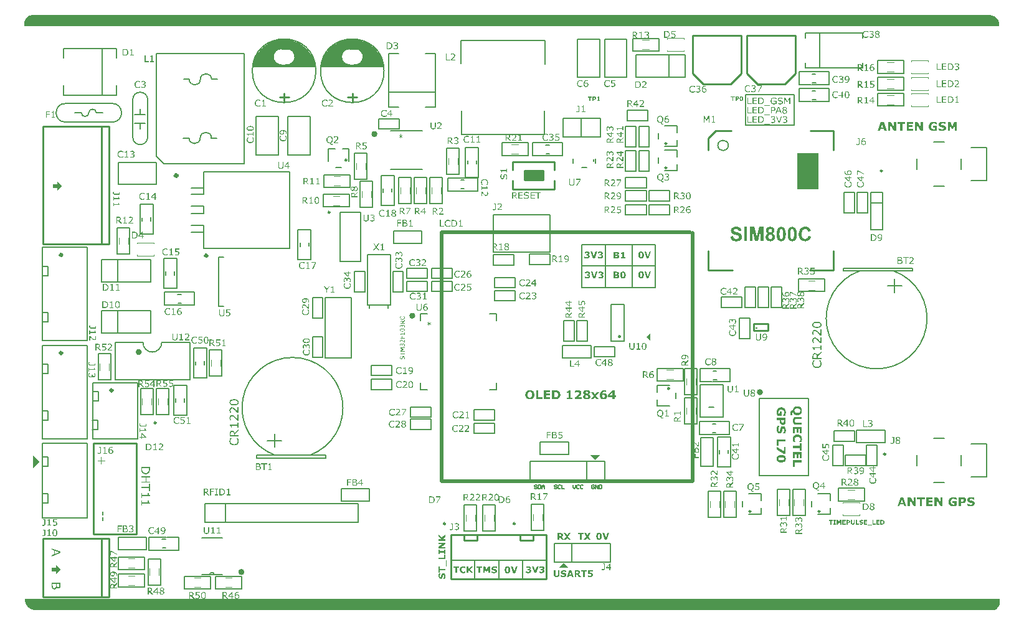
<source format=gto>
G04*
G04 #@! TF.GenerationSoftware,Altium Limited,Altium Designer,18.1.6 (161)*
G04*
G04 Layer_Color=65535*
%FSTAX24Y24*%
%MOIN*%
G70*
G01*
G75*
%ADD10C,0.0080*%
%ADD11C,0.0098*%
%ADD12C,0.0157*%
%ADD13C,0.0100*%
%ADD14C,0.0070*%
%ADD15C,0.0060*%
%ADD16C,0.0050*%
%ADD17C,0.0197*%
%ADD18C,0.0150*%
%ADD19C,0.0040*%
%ADD20C,0.0079*%
%ADD21C,0.0059*%
%ADD22C,0.0070*%
%ADD23C,0.0200*%
%ADD24C,0.0030*%
%ADD25R,0.1181X0.1969*%
%ADD26R,0.1000X0.0500*%
G36*
X06218Y05019D02*
X062234Y05019D01*
X06234Y050169D01*
X062441Y050127D01*
X062531Y050067D01*
X062607Y049991D01*
X062667Y049901D01*
X062709Y0498D01*
X06273Y049694D01*
X06273Y04964D01*
X06273Y0496D01*
X010553D01*
X01056Y04976D01*
Y049802D01*
X010577Y049885D01*
X010609Y049964D01*
X010656Y050034D01*
X010716Y050094D01*
X010786Y050141D01*
X010865Y050173D01*
X010948Y05019D01*
X06218D01*
X06218Y05019D01*
D02*
G37*
G36*
X0289Y0487D02*
X0293Y0484D01*
X0296Y048D01*
X0298Y04745D01*
X0284D01*
Y0475D01*
X028412Y047501D01*
X028435Y047505D01*
X028457Y047514D01*
X028477Y047527D01*
X028485Y047535D01*
X0286Y04765D01*
Y04765D01*
X028623Y047675D01*
X02866Y04773D01*
X028685Y047792D01*
X028698Y047858D01*
X0287Y047891D01*
Y048029D01*
X028699Y048046D01*
X028693Y048079D01*
X02868Y04811D01*
X028661Y048138D01*
X02865Y04815D01*
X028649Y048162D01*
X028645Y048185D01*
X028636Y048207D01*
X028623Y048227D01*
X028615Y048235D01*
X0285Y04835D01*
X0285Y04835D01*
X028488Y048361D01*
X02846Y04838D01*
X028429Y048393D01*
X028396Y048399D01*
X028379Y0484D01*
X027871D01*
X027854Y048399D01*
X027821Y048393D01*
X02779Y04838D01*
X027762Y048361D01*
X02775Y04835D01*
X0277Y0483D01*
X027688Y048299D01*
X027665Y048295D01*
X027643Y048286D01*
X027623Y048273D01*
X027615Y048265D01*
X02755Y0482D01*
Y0482D01*
X027539Y048188D01*
X02752Y04816D01*
X027507Y048129D01*
X027501Y048096D01*
X0275Y048079D01*
Y0478D01*
X02785Y04745D01*
X0264D01*
X02645Y04765D01*
X02665Y0481D01*
X02695Y04845D01*
X0274Y04875D01*
X0279Y0489D01*
X0283D01*
X0289Y0487D01*
D02*
G37*
G36*
X02525D02*
X02565Y0484D01*
X02595Y048D01*
X02615Y04745D01*
X02475D01*
Y0475D01*
X024762Y047501D01*
X024785Y047505D01*
X024807Y047514D01*
X024827Y047527D01*
X024835Y047535D01*
X02495Y04765D01*
Y04765D01*
X024973Y047675D01*
X02501Y04773D01*
X025035Y047792D01*
X025048Y047858D01*
X02505Y047891D01*
Y048029D01*
X025049Y048046D01*
X025043Y048079D01*
X02503Y04811D01*
X025011Y048138D01*
X025Y04815D01*
X024999Y048162D01*
X024995Y048185D01*
X024986Y048207D01*
X024973Y048227D01*
X024965Y048235D01*
X02485Y04835D01*
X02485Y04835D01*
X024838Y048361D01*
X02481Y04838D01*
X024779Y048393D01*
X024746Y048399D01*
X024729Y0484D01*
X024221D01*
X024204Y048399D01*
X024171Y048393D01*
X02414Y04838D01*
X024112Y048361D01*
X0241Y04835D01*
X02405Y0483D01*
X024038Y048299D01*
X024015Y048295D01*
X023993Y048286D01*
X023973Y048273D01*
X023965Y048265D01*
X0239Y0482D01*
Y0482D01*
X023889Y048188D01*
X02387Y04816D01*
X023857Y048129D01*
X023851Y048096D01*
X02385Y048079D01*
Y0478D01*
X0242Y04745D01*
X02275D01*
X0228Y04765D01*
X023Y0481D01*
X0233Y04845D01*
X02375Y04875D01*
X02425Y0489D01*
X02465D01*
X02525Y0487D01*
D02*
G37*
G36*
X01258Y041035D02*
X01233Y040785D01*
Y040935D01*
X01208D01*
Y041135D01*
X01233D01*
Y041285D01*
X01258Y041035D01*
D02*
G37*
G36*
X04405Y032755D02*
X04385Y032955D01*
X04405Y033155D01*
Y032755D01*
D02*
G37*
G36*
X0411Y02636D02*
X04085Y02661D01*
X04135D01*
X0411Y02636D01*
D02*
G37*
G36*
X011365Y02625D02*
X011355D01*
X011005Y0259D01*
Y02661D01*
X011365Y02625D01*
D02*
G37*
G36*
X03966Y02059D02*
X03916D01*
X03941Y02084D01*
X03966Y02059D01*
D02*
G37*
G36*
X01251Y02049D02*
X01226Y02024D01*
Y02039D01*
X01201D01*
Y02059D01*
X01226D01*
Y02074D01*
X01251Y02049D01*
D02*
G37*
G36*
X062757Y01875D02*
Y018708D01*
X062741Y018625D01*
X062708Y018546D01*
X062661Y018476D01*
X062601Y018416D01*
X062531Y018369D01*
X062453Y018337D01*
X062369Y01832D01*
X011137D01*
Y01832D01*
X011083Y01832D01*
X010977Y018341D01*
X010877Y018383D01*
X010786Y018443D01*
X01071Y018519D01*
X01065Y018609D01*
X010608Y01871D01*
X010587Y018816D01*
X010587Y01887D01*
X010587Y01891D01*
X062764D01*
X062757Y01875D01*
D02*
G37*
G36*
X043964Y037157D02*
X043863D01*
X043734Y03751D01*
X043829D01*
X043914Y037261D01*
X044Y03751D01*
X044094D01*
X043964Y037157D01*
D02*
G37*
G36*
X043566Y037516D02*
X04357D01*
X043579Y037515D01*
X04359Y037514D01*
X043602Y037512D01*
X043613Y037509D01*
X043623Y037505D01*
X043624D01*
X043625Y037504D01*
X043628Y037503D01*
X043633Y0375D01*
X043639Y037496D01*
X043646Y037491D01*
X043654Y037485D01*
X043661Y037478D01*
X043668Y037469D01*
X043669Y037468D01*
X043671Y037464D01*
X043674Y03746D01*
X043678Y037453D01*
X043682Y037445D01*
X043686Y037435D01*
X04369Y037424D01*
X043693Y037412D01*
Y037411D01*
X043694Y03741D01*
Y037408D01*
X043694Y037406D01*
X043696Y037402D01*
X043696Y037398D01*
X043697Y037394D01*
X043698Y037389D01*
X043699Y037378D01*
X0437Y037365D01*
X043701Y037349D01*
X043702Y037333D01*
Y037333D01*
Y037331D01*
Y037329D01*
Y037326D01*
Y037322D01*
X043701Y037318D01*
Y037312D01*
X0437Y037307D01*
X043699Y037294D01*
X043698Y037281D01*
X043696Y037267D01*
X043693Y037254D01*
Y037253D01*
X043693Y037252D01*
X043692Y03725D01*
X043692Y037248D01*
X04369Y037242D01*
X043687Y037234D01*
X043684Y037224D01*
X043679Y037214D01*
X043674Y037205D01*
X043668Y037196D01*
X043668Y037195D01*
X043665Y037192D01*
X043661Y037188D01*
X043656Y037183D01*
X04365Y037177D01*
X043642Y037172D01*
X043633Y037166D01*
X043623Y037161D01*
X043622D01*
X043622Y037161D01*
X04362Y03716D01*
X043618Y03716D01*
X043615Y037159D01*
X043612Y037158D01*
X043604Y037156D01*
X043595Y037154D01*
X043583Y037152D01*
X04357Y037151D01*
X043556Y03715D01*
X043549D01*
X043546Y037151D01*
X043542D01*
X043532Y037152D01*
X043522Y037153D01*
X04351Y037155D01*
X043499Y037158D01*
X043488Y037161D01*
X043488D01*
X043487Y037162D01*
X043484Y037164D01*
X043478Y037166D01*
X043472Y03717D01*
X043465Y037175D01*
X043457Y037181D01*
X04345Y037188D01*
X043443Y037196D01*
Y037197D01*
X043442Y037197D01*
X04344Y037201D01*
X043437Y037206D01*
X043433Y037212D01*
X043429Y037221D01*
X043425Y037231D01*
X043421Y037242D01*
X043418Y037254D01*
Y037255D01*
X043417Y037256D01*
Y037258D01*
X043417Y03726D01*
X043416Y037264D01*
X043415Y037267D01*
X043414Y037272D01*
X043414Y037277D01*
X043412Y037289D01*
X043411Y037302D01*
X043411Y037317D01*
X04341Y037333D01*
Y037334D01*
Y037336D01*
Y037338D01*
Y037341D01*
Y037345D01*
X043411Y03735D01*
Y037355D01*
X043411Y037361D01*
X043412Y037373D01*
X043413Y037386D01*
X043415Y0374D01*
X043418Y037413D01*
Y037414D01*
X043418Y037415D01*
X043419Y037416D01*
X043419Y037419D01*
X043421Y037425D01*
X043424Y037433D01*
X043427Y037442D01*
X043432Y037451D01*
X043437Y037461D01*
X043443Y037471D01*
X043444Y037472D01*
X043447Y037474D01*
X04345Y037478D01*
X043455Y037484D01*
X043462Y037489D01*
X04347Y037495D01*
X043479Y0375D01*
X043489Y037505D01*
X043489D01*
X04349Y037505D01*
X043491Y037506D01*
X043494Y037507D01*
X043496Y037508D01*
X0435Y037509D01*
X043508Y037511D01*
X043517Y037513D01*
X043528Y037515D01*
X043542Y037516D01*
X043556Y037517D01*
X043562D01*
X043566Y037516D01*
D02*
G37*
G36*
X042251Y036439D02*
X042261D01*
X042271Y036439D01*
X042281Y036438D01*
X042285Y036437D01*
X042289Y036437D01*
X04229D01*
X042293Y036436D01*
X042296Y036435D01*
X042302Y036434D01*
X042307Y036432D01*
X042314Y03643D01*
X042322Y036427D01*
X042329Y036424D01*
X04233Y036423D01*
X042332Y036422D01*
X042335Y03642D01*
X04234Y036417D01*
X042344Y036413D01*
X042349Y036408D01*
X042354Y036403D01*
X042358Y036397D01*
X042359Y036396D01*
X04236Y036394D01*
X042361Y03639D01*
X042364Y036385D01*
X042365Y03638D01*
X042367Y036373D01*
X042368Y036366D01*
X042368Y036357D01*
Y036356D01*
Y036353D01*
X042368Y036349D01*
X042367Y036343D01*
X042365Y036336D01*
X042362Y036328D01*
X042359Y03632D01*
X042355Y036313D01*
X042354Y036312D01*
X042352Y036309D01*
X042349Y036306D01*
X042345Y036302D01*
X04234Y036297D01*
X042333Y036291D01*
X042325Y036286D01*
X042317Y036282D01*
Y03628D01*
X042317D01*
X042318Y036279D01*
X04232D01*
X042322Y036279D01*
X042329Y036277D01*
X042336Y036274D01*
X042345Y03627D01*
X042354Y036265D01*
X042363Y036259D01*
X042371Y036251D01*
X042372Y03625D01*
X042374Y036248D01*
X042378Y036243D01*
X042382Y036236D01*
X042385Y036229D01*
X042389Y036219D01*
X042391Y036207D01*
X042392Y036195D01*
Y036194D01*
Y036194D01*
Y03619D01*
X042391Y036185D01*
X042391Y036179D01*
X042389Y036172D01*
X042388Y036165D01*
X042385Y036156D01*
X042382Y036149D01*
X042381Y036148D01*
X04238Y036146D01*
X042377Y036142D01*
X042374Y036137D01*
X04237Y036132D01*
X042365Y036126D01*
X04236Y036121D01*
X042353Y036115D01*
X042352Y036115D01*
X042349Y036113D01*
X042346Y036111D01*
X04234Y036107D01*
X042333Y036103D01*
X042325Y0361D01*
X042317Y036096D01*
X042307Y036094D01*
X042306D01*
X042305Y036093D01*
X042303Y036093D01*
X042297Y036091D01*
X04229Y03609D01*
X042281Y036089D01*
X04227Y036088D01*
X042258Y036088D01*
X042244Y036087D01*
X04209D01*
Y03644D01*
X042241D01*
X042251Y036439D01*
D02*
G37*
G36*
X042598Y036446D02*
X042602D01*
X042611Y036445D01*
X042622Y036444D01*
X042633Y036442D01*
X042644Y036439D01*
X042655Y036435D01*
X042656D01*
X042656Y036434D01*
X042659Y036433D01*
X042665Y03643D01*
X042671Y036426D01*
X042678Y036421D01*
X042686Y036415D01*
X042693Y036408D01*
X0427Y036399D01*
X0427Y036398D01*
X042703Y036395D01*
X042706Y03639D01*
X04271Y036383D01*
X042714Y036375D01*
X042718Y036365D01*
X042722Y036354D01*
X042725Y036342D01*
Y036341D01*
X042726Y03634D01*
Y036338D01*
X042726Y036336D01*
X042727Y036332D01*
X042728Y036328D01*
X042728Y036324D01*
X042729Y036319D01*
X04273Y036308D01*
X042732Y036295D01*
X042733Y036279D01*
X042733Y036263D01*
Y036263D01*
Y036261D01*
Y036259D01*
Y036256D01*
Y036252D01*
X042733Y036248D01*
Y036242D01*
X042732Y036237D01*
X042731Y036224D01*
X04273Y036211D01*
X042728Y036197D01*
X042725Y036184D01*
Y036183D01*
X042724Y036182D01*
X042724Y03618D01*
X042723Y036178D01*
X042722Y036172D01*
X042719Y036164D01*
X042715Y036154D01*
X042711Y036144D01*
X042706Y036135D01*
X0427Y036126D01*
X042699Y036125D01*
X042697Y036122D01*
X042693Y036118D01*
X042688Y036113D01*
X042681Y036107D01*
X042674Y036102D01*
X042664Y036096D01*
X042655Y036091D01*
X042654D01*
X042653Y036091D01*
X042652Y03609D01*
X04265Y03609D01*
X042647Y036089D01*
X042644Y036088D01*
X042636Y036086D01*
X042626Y036084D01*
X042615Y036082D01*
X042602Y036081D01*
X042587Y03608D01*
X042581D01*
X042578Y036081D01*
X042573D01*
X042564Y036082D01*
X042554Y036083D01*
X042542Y036085D01*
X042531Y036088D01*
X04252Y036091D01*
X042519D01*
X042519Y036092D01*
X042515Y036094D01*
X04251Y036096D01*
X042504Y0361D01*
X042496Y036105D01*
X042489Y036111D01*
X042481Y036118D01*
X042474Y036126D01*
Y036127D01*
X042474Y036128D01*
X042472Y036131D01*
X042468Y036136D01*
X042465Y036142D01*
X042461Y036151D01*
X042456Y036161D01*
X042453Y036172D01*
X042449Y036184D01*
Y036185D01*
X042449Y036186D01*
Y036188D01*
X042448Y03619D01*
X042448Y036194D01*
X042447Y036197D01*
X042446Y036202D01*
X042445Y036207D01*
X042444Y036219D01*
X042443Y036232D01*
X042442Y036247D01*
X042442Y036263D01*
Y036264D01*
Y036266D01*
Y036268D01*
Y036271D01*
Y036275D01*
X042442Y03628D01*
Y036285D01*
X042443Y036291D01*
X042443Y036303D01*
X042445Y036316D01*
X042447Y03633D01*
X042449Y036343D01*
Y036344D01*
X04245Y036345D01*
X04245Y036346D01*
X042451Y036349D01*
X042453Y036355D01*
X042456Y036363D01*
X042459Y036372D01*
X042463Y036381D01*
X042469Y036391D01*
X042475Y0364D01*
X042476Y036402D01*
X042478Y036404D01*
X042482Y036408D01*
X042487Y036414D01*
X042493Y036419D01*
X042502Y036425D01*
X04251Y03643D01*
X04252Y036435D01*
X042521D01*
X042521Y036435D01*
X042523Y036436D01*
X042525Y036437D01*
X042528Y036438D01*
X042531Y036439D01*
X042539Y036441D01*
X042549Y036443D01*
X04256Y036445D01*
X042573Y036446D01*
X042587Y036447D01*
X042594D01*
X042598Y036446D01*
D02*
G37*
G36*
X055357Y023145D02*
X055362Y023144D01*
X055369Y023144D01*
X055377Y023143D01*
X055385Y023142D01*
X055394Y02314D01*
X055394D01*
X055395Y02314D01*
X055396D01*
X055398Y02314D01*
X0554Y023139D01*
X055402Y023139D01*
X055407Y023138D01*
X055413Y023136D01*
X05542Y023134D01*
X055427Y023132D01*
X055433Y023129D01*
Y023075D01*
X055427D01*
X055426Y023076D01*
X055424Y023077D01*
X055421Y023079D01*
X055417Y023082D01*
X055412Y023085D01*
X055406Y023088D01*
X0554Y023091D01*
X055392Y023094D01*
X055392D01*
X055391Y023095D01*
X05539Y023095D01*
X055388Y023095D01*
X055387Y023096D01*
X055384Y023097D01*
X055379Y023098D01*
X055373Y023099D01*
X055365Y023101D01*
X055358Y023102D01*
X05535Y023102D01*
X055345D01*
X05534Y023102D01*
X055334Y023101D01*
X055334D01*
X055333Y0231D01*
X055332D01*
X05533Y0231D01*
X055325Y023099D01*
X05532Y023097D01*
X05532D01*
X055319Y023096D01*
X055318Y023096D01*
X055317Y023095D01*
X055313Y023093D01*
X05531Y02309D01*
Y023089D01*
X055309Y023089D01*
X055308Y023088D01*
X055308Y023086D01*
X055306Y023083D01*
X055306Y023081D01*
X055305Y023079D01*
Y023078D01*
Y023077D01*
X055306Y023075D01*
X055306Y023073D01*
X055307Y023071D01*
X055308Y023068D01*
X05531Y023066D01*
X055312Y023064D01*
X055313Y023064D01*
X055314Y023063D01*
X055316Y023062D01*
X055318Y023061D01*
X055322Y02306D01*
X055327Y023058D01*
X055332Y023057D01*
X055339Y023055D01*
X05534D01*
X055341Y023055D01*
X055344Y023054D01*
X055347Y023053D01*
X055351Y023053D01*
X055355Y023052D01*
X055364Y02305D01*
X055365D01*
X055366Y023049D01*
X055368Y023049D01*
X055372Y023048D01*
X055376Y023047D01*
X05538Y023046D01*
X055385Y023044D01*
X05539Y023043D01*
X05539D01*
X055391Y023043D01*
X055392Y023042D01*
X055394Y023041D01*
X055396Y02304D01*
X055399Y023039D01*
X055405Y023037D01*
X055412Y023033D01*
X055418Y023029D01*
X055424Y023024D01*
X05543Y023019D01*
X055431Y023018D01*
X055432Y023016D01*
X055434Y023013D01*
X055436Y023008D01*
X055439Y023003D01*
X055441Y022996D01*
X055442Y022988D01*
X055443Y022979D01*
Y022979D01*
Y022978D01*
X055443Y022976D01*
Y022973D01*
X055442Y02297D01*
X055441Y022967D01*
X05544Y022963D01*
X055439Y022959D01*
X055437Y022954D01*
X055436Y02295D01*
X055433Y022945D01*
X05543Y022941D01*
X055427Y022936D01*
X055423Y022931D01*
X055418Y022927D01*
X055413Y022922D01*
X055413Y022922D01*
X055412Y022921D01*
X05541Y022921D01*
X055408Y022919D01*
X055405Y022917D01*
X055401Y022916D01*
X055397Y022914D01*
X055392Y022912D01*
X055387Y02291D01*
X055381Y022908D01*
X055374Y022906D01*
X055367Y022904D01*
X055359Y022903D01*
X055351Y022902D01*
X055342Y022901D01*
X055333Y022901D01*
X055326D01*
X055323Y022901D01*
X055316Y022902D01*
X055308Y022902D01*
X055299Y022903D01*
X05529Y022904D01*
X055282Y022906D01*
X055282D01*
X055281Y022906D01*
X05528D01*
X055278Y022907D01*
X055274Y022908D01*
X055269Y02291D01*
X055263Y022912D01*
X055256Y022914D01*
X055242Y022919D01*
Y022976D01*
X055249D01*
X055249Y022975D01*
X05525Y022974D01*
X055251Y022973D01*
X055255Y02297D01*
X055261Y022967D01*
X055267Y022963D01*
X055274Y022959D01*
X055282Y022956D01*
X05529Y022952D01*
X055291D01*
X055292Y022952D01*
X055293Y022952D01*
X055294Y022951D01*
X055297Y02295D01*
X055299Y02295D01*
X055305Y022948D01*
X055312Y022947D01*
X055319Y022945D01*
X055327Y022945D01*
X055335Y022944D01*
X055339D01*
X055341Y022945D01*
X055346D01*
X05535Y022945D01*
X05535D01*
X055351Y022945D01*
X055353D01*
X055355Y022946D01*
X05536Y022947D01*
X055365Y022948D01*
X055365D01*
X055366Y022949D01*
X055367Y022949D01*
X055369Y02295D01*
X055372Y022953D01*
X055376Y022956D01*
X055376Y022956D01*
X055377Y022956D01*
X055377Y022957D01*
X055378Y022959D01*
X055379Y022961D01*
X05538Y022963D01*
X05538Y022965D01*
X055381Y022968D01*
Y022969D01*
Y02297D01*
X05538Y022971D01*
X05538Y022973D01*
X055379Y022975D01*
X055378Y022977D01*
X055376Y022979D01*
X055374Y022981D01*
X055373Y022982D01*
X055373Y022982D01*
X055371Y022984D01*
X055369Y022985D01*
X055366Y022986D01*
X055363Y022988D01*
X055359Y022989D01*
X055355Y02299D01*
X055354D01*
X055353Y022991D01*
X05535Y022991D01*
X055346Y022992D01*
X055342Y022993D01*
X055337Y022994D01*
X055332Y022995D01*
X055326Y022996D01*
X055326D01*
X055324Y022996D01*
X055321Y022997D01*
X055318Y022998D01*
X055313Y022999D01*
X055309Y023D01*
X055299Y023003D01*
X055298D01*
X055297Y023004D01*
X055296Y023004D01*
X055294Y023005D01*
X055292Y023006D01*
X055289Y023007D01*
X055282Y02301D01*
X055275Y023014D01*
X055268Y023018D01*
X055261Y023023D01*
X055258Y023026D01*
X055256Y023029D01*
Y023029D01*
X055255Y02303D01*
X055255Y023031D01*
X055254Y023032D01*
X055252Y023036D01*
X05525Y023041D01*
X055247Y023047D01*
X055245Y023054D01*
X055244Y023062D01*
X055243Y023071D01*
Y023071D01*
Y023072D01*
X055243Y023074D01*
Y023076D01*
X055244Y023079D01*
X055245Y023082D01*
X055246Y023086D01*
X055247Y02309D01*
X055248Y023094D01*
X05525Y023098D01*
X055253Y023103D01*
X055255Y023107D01*
X055259Y023111D01*
X055263Y023116D01*
X055267Y02312D01*
X055272Y023124D01*
X055273Y023124D01*
X055274Y023125D01*
X055275Y023126D01*
X055278Y023127D01*
X055281Y023129D01*
X055284Y023131D01*
X055288Y023133D01*
X055293Y023135D01*
X055298Y023136D01*
X055304Y023139D01*
X05531Y02314D01*
X055317Y023142D01*
X055324Y023143D01*
X055332Y023144D01*
X05534Y023145D01*
X055348Y023145D01*
X055354D01*
X055357Y023145D01*
D02*
G37*
G36*
X054268Y022905D02*
X054207D01*
Y023063D01*
X054163Y022961D01*
X054121D01*
X054078Y023063D01*
Y022905D01*
X05402D01*
Y02314D01*
X054091D01*
X054144Y023023D01*
X054197Y02314D01*
X054268D01*
Y022905D01*
D02*
G37*
G36*
X054992Y022991D02*
Y02299D01*
Y022989D01*
Y022987D01*
X054992Y022983D01*
X054991Y02298D01*
X05499Y022976D01*
X05499Y022971D01*
X054989Y022966D01*
X054987Y02296D01*
X054985Y022955D01*
X054983Y022949D01*
X054981Y022944D01*
X054977Y022938D01*
X054974Y022933D01*
X05497Y022928D01*
X054965Y022924D01*
X054965Y022923D01*
X054964Y022922D01*
X054962Y022921D01*
X05496Y02292D01*
X054957Y022918D01*
X054954Y022916D01*
X05495Y022914D01*
X054945Y022912D01*
X05494Y02291D01*
X054934Y022908D01*
X054928Y022906D01*
X054921Y022904D01*
X054913Y022903D01*
X054905Y022902D01*
X054896Y022901D01*
X054887Y022901D01*
X054882D01*
X054878Y022901D01*
X054874Y022901D01*
X054869Y022902D01*
X054863Y022902D01*
X054858Y022904D01*
X054845Y022906D01*
X054838Y022908D01*
X054832Y02291D01*
X054826Y022913D01*
X054819Y022916D01*
X054814Y02292D01*
X054808Y022924D01*
X054808Y022924D01*
X054807Y022925D01*
X054806Y022926D01*
X054804Y022928D01*
X054802Y02293D01*
X0548Y022933D01*
X054798Y022937D01*
X054795Y022941D01*
X054793Y022945D01*
X054791Y02295D01*
X054788Y022956D01*
X054786Y022961D01*
X054785Y022968D01*
X054783Y022975D01*
X054783Y022982D01*
X054782Y02299D01*
Y02314D01*
X054843D01*
Y022994D01*
Y022993D01*
Y022993D01*
Y022992D01*
Y02299D01*
X054844Y022985D01*
X054845Y02298D01*
X054846Y022974D01*
X054847Y022968D01*
X05485Y022962D01*
X054853Y022957D01*
X054854Y022957D01*
X054855Y022955D01*
X054858Y022953D01*
X054861Y022951D01*
X054866Y022949D01*
X054872Y022947D01*
X054879Y022946D01*
X054887Y022945D01*
X054889D01*
X05489Y022946D01*
X054894Y022946D01*
X054899Y022947D01*
X054905Y022948D01*
X05491Y02295D01*
X054916Y022953D01*
X05492Y022957D01*
X054921Y022957D01*
X054922Y022959D01*
X054924Y022962D01*
X054926Y022966D01*
X054928Y022971D01*
X054929Y022977D01*
X054931Y022985D01*
X054931Y022994D01*
Y02314D01*
X054992D01*
Y022991D01*
D02*
G37*
G36*
X056458Y02314D02*
X056465Y02314D01*
X056472Y023139D01*
X056481Y023138D01*
X056489Y023137D01*
X056497Y023135D01*
X056497D01*
X056498Y023135D01*
X056499D01*
X056501Y023135D01*
X056504Y023134D01*
X056509Y023132D01*
X056515Y02313D01*
X056521Y023128D01*
X056527Y023125D01*
X056532Y023122D01*
X056533D01*
X056533Y023121D01*
X056535Y02312D01*
X056536Y023119D01*
X056539Y023118D01*
X056541Y023116D01*
X056546Y023111D01*
X056552Y023106D01*
X056559Y023099D01*
X056565Y023091D01*
X056571Y023082D01*
Y023082D01*
X056571Y023081D01*
X056572Y023079D01*
X056573Y023077D01*
X056574Y023075D01*
X056575Y023072D01*
X056576Y023069D01*
X056578Y023065D01*
X056579Y023061D01*
X05658Y023056D01*
X056583Y023046D01*
X056584Y023035D01*
X056585Y023023D01*
Y023022D01*
Y023021D01*
Y023019D01*
X056584Y023017D01*
Y023014D01*
X056584Y023011D01*
X056584Y023007D01*
X056583Y023003D01*
X056581Y022994D01*
X056578Y022984D01*
X056575Y022974D01*
X05657Y022964D01*
Y022963D01*
X056569Y022962D01*
X056568Y022961D01*
X056567Y022959D01*
X056566Y022957D01*
X056564Y022955D01*
X056559Y022949D01*
X056554Y022942D01*
X056547Y022936D01*
X05654Y02293D01*
X056532Y022924D01*
X056531D01*
X056531Y022924D01*
X056529Y022922D01*
X056525Y02292D01*
X05652Y022918D01*
X056515Y022916D01*
X056508Y022913D01*
X056501Y022911D01*
X056494Y022909D01*
X056493D01*
X056492Y022909D01*
X05649Y022909D01*
X056488Y022908D01*
X056486D01*
X056483Y022908D01*
X05648Y022908D01*
X056473Y022907D01*
X056465Y022906D01*
X056455Y022906D01*
X056445Y022905D01*
X056362D01*
Y02314D01*
X056455D01*
X056458Y02314D01*
D02*
G37*
G36*
X056312Y023095D02*
X056202D01*
Y023055D01*
X056304D01*
Y023009D01*
X056202D01*
Y022951D01*
X056312D01*
Y022905D01*
X056141D01*
Y02314D01*
X056312D01*
Y023095D01*
D02*
G37*
G36*
X055996Y022951D02*
X056105D01*
Y022905D01*
X055935D01*
Y02314D01*
X055996D01*
Y022951D01*
D02*
G37*
G36*
X055655Y023095D02*
X055545D01*
Y023055D01*
X055647D01*
Y023009D01*
X055545D01*
Y022951D01*
X055655D01*
Y022905D01*
X055484D01*
Y02314D01*
X055655D01*
Y023095D01*
D02*
G37*
G36*
X055109Y022951D02*
X055218D01*
Y022905D01*
X055048D01*
Y02314D01*
X055109D01*
Y022951D01*
D02*
G37*
G36*
X054656Y02314D02*
X054661D01*
X054667Y023139D01*
X054673Y023139D01*
X05468Y023138D01*
X054686Y023136D01*
X054687D01*
X054688Y023136D01*
X054691Y023135D01*
X054695Y023134D01*
X054699Y023132D01*
X054704Y02313D01*
X054709Y023127D01*
X054713Y023125D01*
X054714Y023124D01*
X054715Y023123D01*
X054718Y023121D01*
X054721Y023118D01*
X054725Y023115D01*
X054728Y023111D01*
X054732Y023106D01*
X054735Y023101D01*
X054735Y0231D01*
X054736Y023098D01*
X054738Y023095D01*
X054739Y023091D01*
X05474Y023086D01*
X054742Y02308D01*
X054742Y023073D01*
X054743Y023066D01*
Y023065D01*
Y023063D01*
X054742Y02306D01*
X054742Y023056D01*
X054741Y023051D01*
X05474Y023046D01*
X054739Y023041D01*
X054737Y023035D01*
X054736Y023034D01*
X054736Y023032D01*
X054735Y02303D01*
X054733Y023026D01*
X054731Y023022D01*
X054728Y023018D01*
X054725Y023014D01*
X054721Y02301D01*
X05472Y023009D01*
X054719Y023008D01*
X054716Y023005D01*
X054712Y023002D01*
X054707Y022999D01*
X054702Y022995D01*
X054696Y022992D01*
X054689Y022989D01*
X054689D01*
X054689Y022988D01*
X054688Y022988D01*
X054687Y022988D01*
X054683Y022987D01*
X054678Y022985D01*
X054672Y022984D01*
X054664Y022983D01*
X054656Y022982D01*
X054647Y022982D01*
X054609D01*
Y022905D01*
X054548D01*
Y02314D01*
X054652D01*
X054656Y02314D01*
D02*
G37*
G36*
X054498Y023095D02*
X054388D01*
Y023055D01*
X05449D01*
Y023009D01*
X054388D01*
Y022951D01*
X054498D01*
Y022905D01*
X054327D01*
Y02314D01*
X054498D01*
Y023095D01*
D02*
G37*
G36*
X053971Y023099D02*
X053933D01*
Y022947D01*
X053971D01*
Y022905D01*
X053833D01*
Y022947D01*
X053872D01*
Y023099D01*
X053833D01*
Y02314D01*
X053971D01*
Y023099D01*
D02*
G37*
G36*
X053808Y023095D02*
X053734D01*
Y022905D01*
X053674D01*
Y023095D01*
X0536D01*
Y02314D01*
X053808D01*
Y023095D01*
D02*
G37*
G36*
X055908Y02285D02*
X055673D01*
Y022883D01*
X055908D01*
Y02285D01*
D02*
G37*
G36*
X042641Y037212D02*
X042714D01*
Y03715D01*
X042478D01*
Y037212D01*
X042552D01*
Y037398D01*
X042478D01*
Y037456D01*
X042489D01*
X042493Y037456D01*
X042499D01*
X04251Y037457D01*
X042511D01*
X042513Y037458D01*
X042516Y037458D01*
X04252Y037459D01*
X042528Y037461D01*
X042537Y037464D01*
X042537Y037465D01*
X042539Y037466D01*
X042541Y037467D01*
X042543Y037469D01*
X042549Y037473D01*
X042552Y037477D01*
X042555Y03748D01*
X042555Y03748D01*
X042556Y037481D01*
X042557Y037484D01*
X042558Y037486D01*
X04256Y03749D01*
X042561Y037494D01*
X042562Y037498D01*
X042562Y037504D01*
X042641D01*
Y037212D01*
D02*
G37*
G36*
X042251Y037502D02*
X042261D01*
X042271Y037502D01*
X042281Y037501D01*
X042285Y0375D01*
X042289Y037499D01*
X04229D01*
X042293Y037499D01*
X042296Y037498D01*
X042302Y037497D01*
X042307Y037495D01*
X042314Y037493D01*
X042322Y03749D01*
X042329Y037487D01*
X04233Y037486D01*
X042332Y037485D01*
X042335Y037483D01*
X04234Y03748D01*
X042344Y037476D01*
X042349Y037471D01*
X042354Y037466D01*
X042358Y03746D01*
X042359Y037459D01*
X04236Y037457D01*
X042361Y037453D01*
X042364Y037448D01*
X042365Y037443D01*
X042367Y037436D01*
X042368Y037428D01*
X042368Y03742D01*
Y037419D01*
Y037416D01*
X042368Y037412D01*
X042367Y037406D01*
X042365Y037398D01*
X042362Y037391D01*
X042359Y037383D01*
X042355Y037376D01*
X042354Y037374D01*
X042352Y037372D01*
X042349Y037369D01*
X042345Y037365D01*
X04234Y03736D01*
X042333Y037354D01*
X042325Y037349D01*
X042317Y037345D01*
Y037343D01*
X042317D01*
X042318Y037342D01*
X04232D01*
X042322Y037342D01*
X042329Y037339D01*
X042336Y037337D01*
X042345Y037333D01*
X042354Y037328D01*
X042363Y037322D01*
X042371Y037314D01*
X042372Y037313D01*
X042374Y037311D01*
X042378Y037306D01*
X042382Y037299D01*
X042385Y037291D01*
X042389Y037282D01*
X042391Y03727D01*
X042392Y037258D01*
Y037257D01*
Y037256D01*
Y037253D01*
X042391Y037248D01*
X042391Y037242D01*
X042389Y037235D01*
X042388Y037228D01*
X042385Y037219D01*
X042382Y037212D01*
X042381Y037211D01*
X04238Y037208D01*
X042377Y037205D01*
X042374Y0372D01*
X04237Y037195D01*
X042365Y037189D01*
X04236Y037184D01*
X042353Y037178D01*
X042352Y037178D01*
X042349Y037176D01*
X042346Y037173D01*
X04234Y03717D01*
X042333Y037166D01*
X042325Y037163D01*
X042317Y037159D01*
X042307Y037157D01*
X042306D01*
X042305Y037156D01*
X042303Y037155D01*
X042297Y037154D01*
X04229Y037153D01*
X042281Y037152D01*
X04227Y037151D01*
X042258Y037151D01*
X042244Y03715D01*
X04209D01*
Y037503D01*
X042241D01*
X042251Y037502D01*
D02*
G37*
G36*
X041098Y036087D02*
X040996D01*
X040867Y03644D01*
X040962D01*
X041048Y036191D01*
X041134Y03644D01*
X041227D01*
X041098Y036087D01*
D02*
G37*
G36*
X041408Y036446D02*
X041416D01*
X041425Y036445D01*
X041435Y036444D01*
X041445Y036443D01*
X041455Y036441D01*
X041456D01*
X041459Y03644D01*
X041463Y036439D01*
X041469Y036437D01*
X041476Y036434D01*
X041483Y036432D01*
X04149Y036429D01*
X041496Y036426D01*
X041497Y036425D01*
X041499Y036423D01*
X041503Y036421D01*
X041507Y036417D01*
X041512Y036414D01*
X041517Y036409D01*
X041521Y036403D01*
X041525Y036397D01*
X041526Y036397D01*
X041527Y036395D01*
X041528Y036391D01*
X04153Y036386D01*
X041532Y036381D01*
X041533Y036374D01*
X041534Y036367D01*
X041535Y036358D01*
Y036358D01*
Y036357D01*
Y036356D01*
Y036354D01*
X041534Y036348D01*
X041533Y036341D01*
X041531Y036333D01*
X041527Y036324D01*
X041522Y036315D01*
X041516Y036306D01*
X041516Y036305D01*
X041513Y036302D01*
X041509Y036298D01*
X041504Y036294D01*
X041497Y036289D01*
X041489Y036284D01*
X041479Y03628D01*
X041468Y036277D01*
Y036273D01*
X041469D01*
X041471Y036273D01*
X041473D01*
X041476Y036272D01*
X04148Y036271D01*
X041484Y03627D01*
X041494Y036267D01*
X041495D01*
X041496Y036266D01*
X041499Y036265D01*
X041502Y036263D01*
X04151Y036259D01*
X041519Y036253D01*
X041519Y036252D01*
X041521Y036251D01*
X041522Y036249D01*
X041525Y036246D01*
X041528Y036243D01*
X041531Y036238D01*
X041537Y036229D01*
X041538Y036229D01*
X041538Y036227D01*
X041539Y036224D01*
X041541Y03622D01*
X041542Y036215D01*
X041543Y036209D01*
X041544Y036202D01*
X041544Y036194D01*
Y036193D01*
Y03619D01*
X041544Y036185D01*
X041543Y036179D01*
X041542Y036172D01*
X04154Y036164D01*
X041537Y036155D01*
X041534Y036147D01*
X041533Y036146D01*
X041532Y036144D01*
X04153Y03614D01*
X041526Y036135D01*
X041522Y036129D01*
X041517Y036123D01*
X041511Y036117D01*
X041504Y036111D01*
X041503Y03611D01*
X041501Y036108D01*
X041496Y036106D01*
X041491Y036102D01*
X041484Y036099D01*
X041476Y036095D01*
X041467Y036091D01*
X041457Y036088D01*
X041456D01*
X041456Y036087D01*
X041454D01*
X041452Y036087D01*
X041447Y036085D01*
X041439Y036084D01*
X041429Y036082D01*
X041418Y036081D01*
X041406Y036081D01*
X041392Y03608D01*
X041381D01*
X041377Y036081D01*
X041366Y036081D01*
X041354Y036082D01*
X041342Y036083D01*
X041329Y036085D01*
X041317Y036087D01*
X041316D01*
X041315Y036088D01*
X041314D01*
X041312Y036088D01*
X041306Y03609D01*
X041299Y036091D01*
X04129Y036094D01*
X041282Y036096D01*
X041273Y036099D01*
X041266Y036102D01*
Y03618D01*
X041275D01*
X041276Y036179D01*
X041278Y036178D01*
X041283Y036176D01*
X041289Y036172D01*
X041296Y036169D01*
X041304Y036165D01*
X041313Y036162D01*
X041324Y036158D01*
X041324D01*
X041325Y036158D01*
X041326D01*
X041329Y036157D01*
X041334Y036155D01*
X041341Y036154D01*
X041349Y036152D01*
X041358Y036151D01*
X041367Y03615D01*
X041376Y036149D01*
X04138D01*
X041384Y03615D01*
X041389D01*
X041394Y03615D01*
X041405Y036152D01*
X041406D01*
X041408Y036152D01*
X041411Y036153D01*
X041415Y036154D01*
X041424Y036156D01*
X041432Y036161D01*
X041433Y036162D01*
X041434Y036162D01*
X041437Y036165D01*
X041442Y03617D01*
X041447Y036176D01*
Y036176D01*
X041448Y036177D01*
X041448Y036179D01*
X041449Y036182D01*
X04145Y036185D01*
X041451Y036189D01*
X041452Y036194D01*
Y0362D01*
Y036201D01*
Y036203D01*
X041451Y036206D01*
X041451Y036209D01*
X041449Y036216D01*
X041447Y03622D01*
X041444Y036224D01*
X041444Y036224D01*
X041443Y036225D01*
X041442Y036226D01*
X041439Y036229D01*
X041433Y036232D01*
X041426Y036236D01*
X041425D01*
X041424Y036236D01*
X041421Y036237D01*
X041418Y036238D01*
X041414Y036238D01*
X041409Y036239D01*
X041404Y036239D01*
X041398Y03624D01*
X041392D01*
X041388Y036241D01*
X041348D01*
Y036303D01*
X041379D01*
X041385Y036304D01*
X04139D01*
X041401Y036304D01*
X041403D01*
X041406Y036305D01*
X041409Y036305D01*
X041418Y036307D01*
X041425Y03631D01*
X041426D01*
X041427Y03631D01*
X041429Y036312D01*
X041431Y036313D01*
X041436Y036316D01*
X041441Y036321D01*
Y036322D01*
X041442Y036323D01*
X041443Y036325D01*
X041444Y036327D01*
X041445Y03633D01*
X041445Y036334D01*
X041447Y036338D01*
Y036343D01*
Y036344D01*
Y036345D01*
Y036347D01*
X041446Y036349D01*
X041444Y036355D01*
X041441Y03636D01*
Y036361D01*
X04144Y036361D01*
X041437Y036364D01*
X041433Y036367D01*
X041427Y03637D01*
X041426D01*
X041425Y036371D01*
X041423Y036372D01*
X041421Y036373D01*
X041418Y036374D01*
X041414Y036374D01*
X041405Y036376D01*
X041404D01*
X041403Y036376D01*
X041401D01*
X041398Y036377D01*
X041391Y036378D01*
X04138D01*
X041376Y036377D01*
X04137Y036376D01*
X041362Y036376D01*
X041354Y036374D01*
X041345Y036373D01*
X041335Y03637D01*
X041335D01*
X041334Y036369D01*
X041331Y036368D01*
X041326Y036367D01*
X041319Y036364D01*
X041311Y036361D01*
X041303Y036357D01*
X041294Y036353D01*
X041285Y036348D01*
X041276D01*
Y036425D01*
X041277Y036425D01*
X041279Y036426D01*
X041284Y036427D01*
X04129Y036429D01*
X041297Y036432D01*
X041306Y036434D01*
X041317Y036437D01*
X041329Y036439D01*
X041329D01*
X04133Y03644D01*
X041332D01*
X041335Y03644D01*
X041337Y036441D01*
X041341Y036441D01*
X041349Y036443D01*
X04136Y036445D01*
X041371Y036446D01*
X041384Y036446D01*
X041396Y036447D01*
X041402D01*
X041408Y036446D01*
D02*
G37*
G36*
X040693D02*
X0407D01*
X040709Y036445D01*
X040719Y036444D01*
X040729Y036443D01*
X040739Y036441D01*
X04074D01*
X040743Y03644D01*
X040748Y036439D01*
X040754Y036437D01*
X04076Y036434D01*
X040767Y036432D01*
X040774Y036429D01*
X04078Y036426D01*
X040781Y036425D01*
X040784Y036423D01*
X040787Y036421D01*
X040791Y036417D01*
X040796Y036414D01*
X040801Y036409D01*
X040806Y036403D01*
X040809Y036397D01*
X04081Y036397D01*
X040811Y036395D01*
X040813Y036391D01*
X040814Y036386D01*
X040816Y036381D01*
X040818Y036374D01*
X040819Y036367D01*
X040819Y036358D01*
Y036358D01*
Y036357D01*
Y036356D01*
Y036354D01*
X040818Y036348D01*
X040817Y036341D01*
X040815Y036333D01*
X040812Y036324D01*
X040807Y036315D01*
X040801Y036306D01*
X0408Y036305D01*
X040797Y036302D01*
X040794Y036298D01*
X040788Y036294D01*
X040781Y036289D01*
X040773Y036284D01*
X040763Y03628D01*
X040753Y036277D01*
Y036273D01*
X040753D01*
X040755Y036273D01*
X040757D01*
X04076Y036272D01*
X040764Y036271D01*
X040768Y03627D01*
X040778Y036267D01*
X040779D01*
X04078Y036266D01*
X040783Y036265D01*
X040786Y036263D01*
X040795Y036259D01*
X040803Y036253D01*
X040803Y036252D01*
X040805Y036251D01*
X040807Y036249D01*
X040809Y036246D01*
X040813Y036243D01*
X040815Y036238D01*
X040821Y036229D01*
X040822Y036229D01*
X040822Y036227D01*
X040824Y036224D01*
X040825Y03622D01*
X040826Y036215D01*
X040827Y036209D01*
X040828Y036202D01*
X040828Y036194D01*
Y036193D01*
Y03619D01*
X040828Y036185D01*
X040827Y036179D01*
X040826Y036172D01*
X040824Y036164D01*
X040821Y036155D01*
X040818Y036147D01*
X040818Y036146D01*
X040816Y036144D01*
X040814Y03614D01*
X04081Y036135D01*
X040807Y036129D01*
X040801Y036123D01*
X040795Y036117D01*
X040788Y036111D01*
X040787Y03611D01*
X040785Y036108D01*
X04078Y036106D01*
X040775Y036102D01*
X040768Y036099D01*
X04076Y036095D01*
X040751Y036091D01*
X040741Y036088D01*
X040741D01*
X04074Y036087D01*
X040738D01*
X040736Y036087D01*
X040731Y036085D01*
X040723Y036084D01*
X040713Y036082D01*
X040702Y036081D01*
X04069Y036081D01*
X040676Y03608D01*
X040665D01*
X040661Y036081D01*
X04065Y036081D01*
X040638Y036082D01*
X040626Y036083D01*
X040613Y036085D01*
X040601Y036087D01*
X0406D01*
X0406Y036088D01*
X040598D01*
X040596Y036088D01*
X04059Y03609D01*
X040583Y036091D01*
X040575Y036094D01*
X040566Y036096D01*
X040558Y036099D01*
X04055Y036102D01*
Y03618D01*
X040559D01*
X04056Y036179D01*
X040563Y036178D01*
X040567Y036176D01*
X040573Y036172D01*
X04058Y036169D01*
X040588Y036165D01*
X040598Y036162D01*
X040608Y036158D01*
X040608D01*
X040609Y036158D01*
X040611D01*
X040613Y036157D01*
X040618Y036155D01*
X040625Y036154D01*
X040633Y036152D01*
X040642Y036151D01*
X040651Y03615D01*
X04066Y036149D01*
X040665D01*
X040668Y03615D01*
X040673D01*
X040678Y03615D01*
X040689Y036152D01*
X04069D01*
X040692Y036152D01*
X040695Y036153D01*
X040699Y036154D01*
X040708Y036156D01*
X040717Y036161D01*
X040717Y036162D01*
X040718Y036162D01*
X040721Y036165D01*
X040726Y03617D01*
X040731Y036176D01*
Y036176D01*
X040732Y036177D01*
X040732Y036179D01*
X040733Y036182D01*
X040735Y036185D01*
X040735Y036189D01*
X040736Y036194D01*
Y0362D01*
Y036201D01*
Y036203D01*
X040736Y036206D01*
X040735Y036209D01*
X040733Y036216D01*
X040731Y03622D01*
X040729Y036224D01*
X040728Y036224D01*
X040727Y036225D01*
X040726Y036226D01*
X040724Y036229D01*
X040718Y036232D01*
X04071Y036236D01*
X040709D01*
X040708Y036236D01*
X040706Y036237D01*
X040702Y036238D01*
X040698Y036238D01*
X040694Y036239D01*
X040688Y036239D01*
X040682Y03624D01*
X040676D01*
X040672Y036241D01*
X040632D01*
Y036303D01*
X040664D01*
X040669Y036304D01*
X040674D01*
X040685Y036304D01*
X040688D01*
X04069Y036305D01*
X040694Y036305D01*
X040702Y036307D01*
X040709Y03631D01*
X04071D01*
X040711Y03631D01*
X040713Y036312D01*
X040715Y036313D01*
X04072Y036316D01*
X040725Y036321D01*
Y036322D01*
X040726Y036323D01*
X040727Y036325D01*
X040728Y036327D01*
X040729Y03633D01*
X04073Y036334D01*
X040731Y036338D01*
Y036343D01*
Y036344D01*
Y036345D01*
Y036347D01*
X04073Y036349D01*
X040729Y036355D01*
X040725Y03636D01*
Y036361D01*
X040724Y036361D01*
X040721Y036364D01*
X040717Y036367D01*
X040711Y03637D01*
X040711D01*
X040709Y036371D01*
X040707Y036372D01*
X040705Y036373D01*
X040702Y036374D01*
X040698Y036374D01*
X040689Y036376D01*
X040689D01*
X040687Y036376D01*
X040685D01*
X040682Y036377D01*
X040675Y036378D01*
X040664D01*
X04066Y036377D01*
X040654Y036376D01*
X040646Y036376D01*
X040638Y036374D01*
X040629Y036373D01*
X040619Y03637D01*
X040619D01*
X040618Y036369D01*
X040615Y036368D01*
X04061Y036367D01*
X040604Y036364D01*
X040595Y036361D01*
X040587Y036357D01*
X040578Y036353D01*
X040569Y036348D01*
X04056D01*
Y036425D01*
X040561Y036425D01*
X040564Y036426D01*
X040568Y036427D01*
X040574Y036429D01*
X040582Y036432D01*
X04059Y036434D01*
X040601Y036437D01*
X040613Y036439D01*
X040613D01*
X040614Y03644D01*
X040616D01*
X040619Y03644D01*
X040622Y036441D01*
X040625Y036441D01*
X040634Y036443D01*
X040644Y036445D01*
X040655Y036446D01*
X040668Y036446D01*
X04068Y036447D01*
X040686D01*
X040693Y036446D01*
D02*
G37*
G36*
X043964Y036097D02*
X043863D01*
X043734Y03645D01*
X043829D01*
X043914Y036201D01*
X044Y03645D01*
X044094D01*
X043964Y036097D01*
D02*
G37*
G36*
X043566Y036456D02*
X04357D01*
X043579Y036455D01*
X04359Y036454D01*
X043602Y036452D01*
X043613Y036449D01*
X043623Y036445D01*
X043624D01*
X043625Y036444D01*
X043628Y036443D01*
X043633Y03644D01*
X043639Y036436D01*
X043646Y036431D01*
X043654Y036425D01*
X043661Y036418D01*
X043668Y036409D01*
X043669Y036408D01*
X043671Y036405D01*
X043674Y0364D01*
X043678Y036393D01*
X043682Y036385D01*
X043686Y036375D01*
X04369Y036364D01*
X043693Y036352D01*
Y036351D01*
X043694Y03635D01*
Y036348D01*
X043694Y036346D01*
X043696Y036342D01*
X043696Y036338D01*
X043697Y036334D01*
X043698Y036329D01*
X043699Y036318D01*
X0437Y036305D01*
X043701Y036289D01*
X043702Y036273D01*
Y036273D01*
Y036271D01*
Y036269D01*
Y036266D01*
Y036262D01*
X043701Y036258D01*
Y036252D01*
X0437Y036247D01*
X043699Y036234D01*
X043698Y036221D01*
X043696Y036207D01*
X043693Y036194D01*
Y036193D01*
X043693Y036192D01*
X043692Y03619D01*
X043692Y036188D01*
X04369Y036182D01*
X043687Y036174D01*
X043684Y036164D01*
X043679Y036154D01*
X043674Y036145D01*
X043668Y036136D01*
X043668Y036135D01*
X043665Y036132D01*
X043661Y036128D01*
X043656Y036123D01*
X04365Y036117D01*
X043642Y036112D01*
X043633Y036106D01*
X043623Y036101D01*
X043622D01*
X043622Y036101D01*
X04362Y0361D01*
X043618Y0361D01*
X043615Y036099D01*
X043612Y036098D01*
X043604Y036096D01*
X043595Y036094D01*
X043583Y036092D01*
X04357Y036091D01*
X043556Y03609D01*
X043549D01*
X043546Y036091D01*
X043542D01*
X043532Y036092D01*
X043522Y036093D01*
X04351Y036095D01*
X043499Y036098D01*
X043488Y036101D01*
X043488D01*
X043487Y036102D01*
X043484Y036104D01*
X043478Y036106D01*
X043472Y03611D01*
X043465Y036115D01*
X043457Y036121D01*
X04345Y036128D01*
X043443Y036136D01*
Y036137D01*
X043442Y036137D01*
X04344Y036141D01*
X043437Y036146D01*
X043433Y036152D01*
X043429Y036161D01*
X043425Y036171D01*
X043421Y036182D01*
X043418Y036194D01*
Y036195D01*
X043417Y036196D01*
Y036198D01*
X043417Y0362D01*
X043416Y036204D01*
X043415Y036207D01*
X043414Y036212D01*
X043414Y036217D01*
X043412Y036229D01*
X043411Y036242D01*
X043411Y036257D01*
X04341Y036273D01*
Y036274D01*
Y036276D01*
Y036278D01*
Y036281D01*
Y036285D01*
X043411Y03629D01*
Y036295D01*
X043411Y036301D01*
X043412Y036313D01*
X043413Y036326D01*
X043415Y03634D01*
X043418Y036353D01*
Y036354D01*
X043418Y036355D01*
X043419Y036356D01*
X043419Y036359D01*
X043421Y036365D01*
X043424Y036373D01*
X043427Y036382D01*
X043432Y036391D01*
X043437Y036401D01*
X043443Y036411D01*
X043444Y036412D01*
X043447Y036414D01*
X04345Y036418D01*
X043455Y036424D01*
X043462Y036429D01*
X04347Y036435D01*
X043479Y03644D01*
X043489Y036445D01*
X043489D01*
X04349Y036445D01*
X043491Y036446D01*
X043494Y036447D01*
X043496Y036448D01*
X0435Y036449D01*
X043508Y036451D01*
X043517Y036453D01*
X043528Y036455D01*
X043542Y036456D01*
X043556Y036457D01*
X043562D01*
X043566Y036456D01*
D02*
G37*
G36*
X041714Y022097D02*
X041613D01*
X041484Y02245D01*
X041579D01*
X041665Y022201D01*
X04175Y02245D01*
X041844D01*
X041714Y022097D01*
D02*
G37*
G36*
X041316Y022456D02*
X04132D01*
X041329Y022455D01*
X04134Y022454D01*
X041352Y022452D01*
X041363Y022449D01*
X041373Y022445D01*
X041374D01*
X041375Y022444D01*
X041378Y022443D01*
X041383Y02244D01*
X041389Y022436D01*
X041396Y022431D01*
X041404Y022425D01*
X041411Y022418D01*
X041418Y022409D01*
X041419Y022408D01*
X041421Y022404D01*
X041424Y0224D01*
X041428Y022393D01*
X041432Y022385D01*
X041436Y022375D01*
X04144Y022364D01*
X041443Y022352D01*
Y022351D01*
X041444Y02235D01*
Y022348D01*
X041444Y022346D01*
X041446Y022342D01*
X041446Y022338D01*
X041447Y022334D01*
X041448Y022329D01*
X041449Y022318D01*
X04145Y022305D01*
X041451Y022289D01*
X041452Y022273D01*
Y022273D01*
Y022271D01*
Y022269D01*
Y022266D01*
Y022262D01*
X041451Y022258D01*
Y022252D01*
X04145Y022247D01*
X041449Y022234D01*
X041448Y022221D01*
X041446Y022207D01*
X041443Y022194D01*
Y022193D01*
X041443Y022192D01*
X041442Y02219D01*
X041442Y022188D01*
X04144Y022182D01*
X041437Y022174D01*
X041434Y022164D01*
X041429Y022154D01*
X041424Y022145D01*
X041418Y022136D01*
X041418Y022135D01*
X041415Y022132D01*
X041411Y022128D01*
X041406Y022123D01*
X0414Y022117D01*
X041392Y022112D01*
X041383Y022106D01*
X041373Y022101D01*
X041372D01*
X041372Y022101D01*
X04137Y0221D01*
X041368Y0221D01*
X041365Y022099D01*
X041362Y022098D01*
X041354Y022096D01*
X041345Y022094D01*
X041333Y022092D01*
X04132Y022091D01*
X041306Y02209D01*
X041299D01*
X041296Y022091D01*
X041292D01*
X041282Y022092D01*
X041272Y022093D01*
X04126Y022095D01*
X041249Y022098D01*
X041238Y022101D01*
X041238D01*
X041237Y022102D01*
X041234Y022104D01*
X041228Y022106D01*
X041222Y02211D01*
X041215Y022115D01*
X041207Y022121D01*
X0412Y022128D01*
X041193Y022136D01*
Y022137D01*
X041192Y022137D01*
X04119Y022141D01*
X041187Y022146D01*
X041183Y022152D01*
X041179Y022161D01*
X041175Y022171D01*
X041171Y022182D01*
X041168Y022194D01*
Y022195D01*
X041167Y022196D01*
Y022198D01*
X041167Y0222D01*
X041166Y022204D01*
X041165Y022207D01*
X041164Y022212D01*
X041164Y022217D01*
X041162Y022229D01*
X041161Y022242D01*
X041161Y022257D01*
X04116Y022273D01*
Y022274D01*
Y022276D01*
Y022278D01*
Y022281D01*
Y022285D01*
X041161Y02229D01*
Y022295D01*
X041161Y022301D01*
X041162Y022313D01*
X041163Y022326D01*
X041165Y02234D01*
X041168Y022353D01*
Y022354D01*
X041168Y022355D01*
X041169Y022356D01*
X041169Y022359D01*
X041171Y022365D01*
X041174Y022373D01*
X041177Y022382D01*
X041182Y022391D01*
X041187Y022401D01*
X041193Y022411D01*
X041194Y022412D01*
X041197Y022414D01*
X0412Y022418D01*
X041205Y022424D01*
X041212Y022429D01*
X04122Y022435D01*
X041229Y02244D01*
X041239Y022445D01*
X041239D01*
X04124Y022445D01*
X041241Y022446D01*
X041244Y022447D01*
X041246Y022448D01*
X04125Y022449D01*
X041258Y022451D01*
X041267Y022453D01*
X041278Y022455D01*
X041292Y022456D01*
X041306Y022457D01*
X041312D01*
X041316Y022456D01*
D02*
G37*
G36*
X039433Y020456D02*
X039441Y020456D01*
X039452Y020455D01*
X039463Y020454D01*
X039476Y020452D01*
X039488Y02045D01*
X039489D01*
X03949Y020449D01*
X039492D01*
X039494Y020449D01*
X039497Y020448D01*
X0395Y020447D01*
X039508Y020445D01*
X039518Y020443D01*
X039528Y02044D01*
X039538Y020437D01*
X039548Y020433D01*
Y020352D01*
X039538D01*
X039537Y020353D01*
X039534Y020355D01*
X03953Y020358D01*
X039523Y020362D01*
X039516Y020366D01*
X039507Y020371D01*
X039497Y020376D01*
X039486Y02038D01*
X039485D01*
X039484Y020381D01*
X039482Y020382D01*
X03948Y020382D01*
X039477Y020383D01*
X039474Y020384D01*
X039466Y020386D01*
X039457Y020388D01*
X039446Y02039D01*
X039434Y020391D01*
X039422Y020392D01*
X039415D01*
X039407Y020391D01*
X039399Y02039D01*
X039399D01*
X039398Y02039D01*
X039395D01*
X039393Y020389D01*
X039386Y020387D01*
X039378Y020384D01*
X039377D01*
X039376Y020384D01*
X039375Y020383D01*
X039372Y020382D01*
X039368Y020378D01*
X039362Y020373D01*
Y020373D01*
X039361Y020372D01*
X03936Y020371D01*
X039359Y020368D01*
X039357Y020364D01*
X039356Y02036D01*
X039356Y020357D01*
Y020356D01*
Y020355D01*
X039356Y020352D01*
X039357Y020349D01*
X039358Y020346D01*
X03936Y020342D01*
X039363Y020338D01*
X039366Y020335D01*
X039366Y020335D01*
X039368Y020334D01*
X039371Y020332D01*
X039375Y020331D01*
X039381Y020329D01*
X039388Y020326D01*
X039396Y020324D01*
X039406Y020322D01*
X039407D01*
X03941Y020322D01*
X039413Y02032D01*
X039418Y020319D01*
X039424Y020318D01*
X03943Y020317D01*
X039443Y020314D01*
X039445D01*
X039447Y020313D01*
X03945Y020312D01*
X039455Y020311D01*
X039461Y020309D01*
X039467Y020308D01*
X039475Y020306D01*
X039482Y020303D01*
X039483D01*
X039484Y020303D01*
X039486Y020302D01*
X039489Y020301D01*
X039492Y0203D01*
X039496Y020298D01*
X039505Y020294D01*
X039515Y020289D01*
X039525Y020283D01*
X039534Y020276D01*
X039542Y020267D01*
X039543Y020266D01*
X039546Y020263D01*
X039548Y020258D01*
X039552Y020252D01*
X039556Y020243D01*
X039559Y020233D01*
X039561Y020221D01*
X039562Y020208D01*
Y020207D01*
Y020206D01*
X039561Y020203D01*
Y020199D01*
X039561Y020195D01*
X03956Y020189D01*
X039558Y020184D01*
X039556Y020178D01*
X039554Y020171D01*
X039551Y020164D01*
X039547Y020157D01*
X039543Y02015D01*
X039538Y020143D01*
X039532Y020136D01*
X039525Y020129D01*
X039517Y020123D01*
X039517Y020122D01*
X039515Y020121D01*
X039513Y02012D01*
X039509Y020118D01*
X039505Y020115D01*
X039499Y020112D01*
X039493Y02011D01*
X039486Y020107D01*
X039477Y020104D01*
X039469Y020101D01*
X039459Y020098D01*
X039448Y020095D01*
X039436Y020093D01*
X039424Y020092D01*
X039411Y020091D01*
X039397Y020091D01*
X039386D01*
X039382Y020091D01*
X039371Y020092D01*
X039359Y020092D01*
X039346Y020094D01*
X039333Y020095D01*
X039321Y020098D01*
X03932D01*
X039319Y020099D01*
X039317D01*
X039315Y0201D01*
X039309Y020101D01*
X039301Y020104D01*
X039292Y020106D01*
X039281Y02011D01*
X03926Y020117D01*
Y020202D01*
X03927D01*
X039271Y020201D01*
X039273Y0202D01*
X039275Y020199D01*
X039281Y020195D01*
X039288Y020189D01*
X039298Y020184D01*
X039309Y020178D01*
X039321Y020172D01*
X039333Y020168D01*
X039334D01*
X039335Y020167D01*
X039336Y020166D01*
X039339Y020166D01*
X039342Y020165D01*
X039346Y020164D01*
X039354Y020162D01*
X039365Y020159D01*
X039376Y020157D01*
X039388Y020156D01*
X0394Y020156D01*
X039406D01*
X039409Y020156D01*
X039417D01*
X039422Y020157D01*
X039423D01*
X039424Y020157D01*
X039427D01*
X03943Y020158D01*
X039437Y020159D01*
X039445Y020162D01*
X039445D01*
X039446Y020162D01*
X039448Y020163D01*
X039451Y020165D01*
X039456Y020168D01*
X039461Y020172D01*
X039462Y020173D01*
X039463Y020174D01*
X039464Y020175D01*
X039465Y020177D01*
X039466Y02018D01*
X039467Y020183D01*
X039468Y020187D01*
X039469Y020192D01*
Y020192D01*
Y020194D01*
X039468Y020195D01*
X039467Y020198D01*
X039466Y020201D01*
X039464Y020205D01*
X039461Y020208D01*
X039458Y020211D01*
X039458Y020212D01*
X039457Y020213D01*
X039454Y020214D01*
X039451Y020216D01*
X039447Y020218D01*
X039442Y02022D01*
X039436Y020223D01*
X03943Y020224D01*
X039429D01*
X039427Y020225D01*
X039422Y020226D01*
X039417Y020227D01*
X039411Y020229D01*
X039404Y02023D01*
X039395Y020231D01*
X039387Y020233D01*
X039386D01*
X039383Y020234D01*
X039379Y020235D01*
X039374Y020236D01*
X039368Y020237D01*
X03936Y02024D01*
X039346Y020244D01*
X039345D01*
X039344Y020245D01*
X039341Y020246D01*
X039339Y020247D01*
X039335Y020248D01*
X03933Y02025D01*
X039321Y020254D01*
X03931Y02026D01*
X0393Y020266D01*
X03929Y020274D01*
X039285Y020278D01*
X039281Y020283D01*
Y020283D01*
X039281Y020284D01*
X03928Y020285D01*
X039279Y020287D01*
X039275Y020293D01*
X039272Y0203D01*
X039268Y020309D01*
X039265Y02032D01*
X039263Y020332D01*
X039262Y020345D01*
Y020346D01*
Y020347D01*
X039263Y02035D01*
Y020353D01*
X039263Y020358D01*
X039264Y020362D01*
X039266Y020367D01*
X039268Y020373D01*
X03927Y02038D01*
X039273Y020386D01*
X039276Y020393D01*
X039281Y0204D01*
X039286Y020406D01*
X039292Y020413D01*
X039298Y020419D01*
X039306Y020425D01*
X039306Y020426D01*
X039308Y020427D01*
X03931Y020428D01*
X039314Y02043D01*
X039318Y020432D01*
X039323Y020435D01*
X03933Y020438D01*
X039337Y020441D01*
X039345Y020444D01*
X039353Y020447D01*
X039363Y02045D01*
X039372Y020452D01*
X039383Y020454D01*
X039395Y020456D01*
X039407Y020456D01*
X03942Y020457D01*
X039429D01*
X039433Y020456D01*
D02*
G37*
G36*
X04097Y020382D02*
X040804D01*
Y020324D01*
X040807D01*
X040809Y020325D01*
X040814D01*
X040822Y020325D01*
X040826D01*
X040829Y020326D01*
X040847D01*
X040853Y020325D01*
X04086D01*
X040868Y020324D01*
X040876Y020323D01*
X040885Y020322D01*
X040894Y02032D01*
X040895D01*
X040898Y020319D01*
X040902Y020318D01*
X040908Y020316D01*
X040914Y020314D01*
X040921Y020311D01*
X040928Y020308D01*
X040934Y020305D01*
X040935Y020304D01*
X040937Y020302D01*
X040942Y020299D01*
X040946Y020295D01*
X040952Y02029D01*
X040957Y020284D01*
X040962Y020278D01*
X040967Y02027D01*
X040968Y020269D01*
X04097Y020266D01*
X040971Y020262D01*
X040974Y020255D01*
X040976Y020248D01*
X040978Y020239D01*
X040979Y020228D01*
X04098Y020216D01*
Y020216D01*
Y020215D01*
Y020213D01*
Y020212D01*
X040979Y020206D01*
X040979Y0202D01*
X040977Y020192D01*
X040976Y020183D01*
X040973Y020174D01*
X04097Y020165D01*
X040969Y020164D01*
X040968Y020162D01*
X040965Y020157D01*
X040962Y020152D01*
X040958Y020145D01*
X040953Y020139D01*
X040947Y020131D01*
X04094Y020125D01*
X040938Y020124D01*
X040936Y020122D01*
X040931Y020119D01*
X040925Y020115D01*
X040918Y020111D01*
X040909Y020106D01*
X0409Y020102D01*
X040889Y020098D01*
X040889D01*
X040888Y020098D01*
X040887D01*
X040884Y020097D01*
X040882Y020097D01*
X040878Y020095D01*
X040871Y020094D01*
X040861Y020093D01*
X04085Y020091D01*
X040837Y020091D01*
X040824Y02009D01*
X040817D01*
X040814Y020091D01*
X04081D01*
X0408Y020091D01*
X040788Y020092D01*
X040776Y020093D01*
X040764Y020095D01*
X040753Y020097D01*
X040752D01*
X040752Y020098D01*
X04075D01*
X040748Y020098D01*
X040742Y020099D01*
X040736Y020101D01*
X040728Y020103D01*
X040721Y020106D01*
X040712Y020109D01*
X040705Y020111D01*
Y020189D01*
X040715D01*
X040716Y020189D01*
X040719Y020187D01*
X040723Y020185D01*
X040729Y020182D01*
X040736Y020178D01*
X040743Y020175D01*
X040752Y020171D01*
X040762Y020168D01*
X040762D01*
X040763Y020167D01*
X040766Y020166D01*
X040771Y020165D01*
X040777Y020164D01*
X040784Y020162D01*
X040793Y02016D01*
X040802Y02016D01*
X040811Y020159D01*
X040817D01*
X040821Y02016D01*
X040826D01*
X040831Y020161D01*
X040844Y020163D01*
X040845D01*
X040847Y020163D01*
X04085Y020164D01*
X040854Y020165D01*
X040863Y020169D01*
X040867Y020171D01*
X040871Y020175D01*
X040872Y020175D01*
X040873Y020176D01*
X040876Y02018D01*
X04088Y020184D01*
X040884Y020189D01*
Y02019D01*
X040884Y020191D01*
X040885Y020193D01*
X040886Y020195D01*
X040887Y020199D01*
X040888Y020202D01*
X040888Y020207D01*
Y020213D01*
Y020213D01*
Y020215D01*
X040888Y020217D01*
Y02022D01*
X040885Y020227D01*
X040884Y020231D01*
X040882Y020234D01*
Y020235D01*
X040881Y020236D01*
X040878Y020239D01*
X040874Y020244D01*
X040868Y020248D01*
X040867Y020249D01*
X040866Y020249D01*
X040863Y020251D01*
X040859Y020253D01*
X040855Y020254D01*
X040849Y020256D01*
X040843Y020258D01*
X040837Y020259D01*
X040836D01*
X040834Y020259D01*
X04083Y02026D01*
X040826Y02026D01*
X040821D01*
X040816Y020261D01*
X040804Y020261D01*
X040796D01*
X040791Y020261D01*
X040785Y02026D01*
X040778Y02026D01*
X040763Y020258D01*
X040762D01*
X04076Y020257D01*
X040756Y020257D01*
X040752Y020255D01*
X040746Y020254D01*
X04074Y020253D01*
X040729Y020251D01*
X040718D01*
Y02045D01*
X04097D01*
Y020382D01*
D02*
G37*
G36*
X039195Y020225D02*
Y020224D01*
Y020222D01*
Y020219D01*
X039194Y020214D01*
X039193Y020208D01*
X039192Y020202D01*
X039191Y020195D01*
X03919Y020188D01*
X039187Y02018D01*
X039185Y020171D01*
X039181Y020163D01*
X039178Y020155D01*
X039173Y020147D01*
X039167Y020139D01*
X039161Y020131D01*
X039154Y020124D01*
X039154Y020124D01*
X039152Y020123D01*
X03915Y020121D01*
X039146Y020119D01*
X039143Y020116D01*
X039137Y020113D01*
X039131Y02011D01*
X039125Y020107D01*
X039116Y020104D01*
X039108Y020101D01*
X039098Y020098D01*
X039088Y020095D01*
X039077Y020093D01*
X039064Y020092D01*
X039051Y020091D01*
X039037Y02009D01*
X039029D01*
X039024Y020091D01*
X039018Y020091D01*
X03901Y020092D01*
X039002Y020093D01*
X038993Y020094D01*
X038974Y020098D01*
X038964Y020101D01*
X038954Y020105D01*
X038945Y020109D01*
X038936Y020113D01*
X038927Y020118D01*
X038919Y020124D01*
X038919Y020125D01*
X038918Y020126D01*
X038915Y020128D01*
X038913Y020131D01*
X03891Y020135D01*
X038907Y020139D01*
X038903Y020144D01*
X0389Y02015D01*
X038896Y020157D01*
X038893Y020164D01*
X038889Y020172D01*
X038886Y020181D01*
X038884Y020191D01*
X038882Y020201D01*
X038881Y020212D01*
X03888Y020224D01*
Y02045D01*
X038971D01*
Y02023D01*
Y020229D01*
Y020228D01*
Y020227D01*
Y020224D01*
X038972Y020217D01*
X038973Y020209D01*
X038975Y0202D01*
X038978Y020191D01*
X038982Y020182D01*
X038986Y020175D01*
X038987Y020174D01*
X038989Y020172D01*
X038993Y020169D01*
X038998Y020166D01*
X039006Y020163D01*
X039014Y02016D01*
X039025Y020158D01*
X039037Y020157D01*
X03904D01*
X039042Y020158D01*
X039048Y020158D01*
X039056Y020159D01*
X039064Y020162D01*
X039072Y020164D01*
X03908Y020169D01*
X039087Y020174D01*
X039087Y020175D01*
X03909Y020177D01*
X039092Y020182D01*
X039095Y020188D01*
X039098Y020195D01*
X039101Y020205D01*
X039103Y020217D01*
X039103Y02023D01*
Y02045D01*
X039195D01*
Y020225D01*
D02*
G37*
G36*
X040657Y020382D02*
X040547D01*
Y020097D01*
X040456D01*
Y020382D01*
X040345D01*
Y02045D01*
X040657D01*
Y020382D01*
D02*
G37*
G36*
X040172Y020449D02*
X04018Y020449D01*
X040189Y020448D01*
X040198Y020447D01*
X040207Y020446D01*
X040208D01*
X040211Y020445D01*
X040215Y020444D01*
X040221Y020443D01*
X040228Y020441D01*
X040235Y020438D01*
X040242Y020435D01*
X040249Y020431D01*
X04025Y02043D01*
X040253Y020429D01*
X040256Y020426D01*
X040261Y020423D01*
X040266Y020418D01*
X040271Y020413D01*
X040277Y020407D01*
X040281Y0204D01*
X040282Y020398D01*
X040283Y020396D01*
X040285Y020392D01*
X040287Y020387D01*
X040289Y02038D01*
X040291Y020372D01*
X040293Y020363D01*
X040293Y020353D01*
Y020352D01*
Y020351D01*
Y020349D01*
Y020346D01*
X040293Y020343D01*
X040292Y020339D01*
X040291Y02033D01*
X040289Y02032D01*
X040285Y020309D01*
X04028Y020299D01*
X040274Y020289D01*
X040273Y020288D01*
X040271Y020285D01*
X040267Y02028D01*
X040261Y020275D01*
X040254Y020268D01*
X040245Y020261D01*
X040235Y020254D01*
X040223Y020248D01*
X040341Y020097D01*
X040229D01*
X040133Y020227D01*
X040092D01*
Y020097D01*
X040001D01*
Y02045D01*
X040164D01*
X040172Y020449D01*
D02*
G37*
G36*
X039951Y020097D02*
X039856D01*
X039831Y020168D01*
X039701D01*
X039677Y020097D01*
X039585D01*
X039715Y02045D01*
X03982D01*
X039951Y020097D01*
D02*
G37*
G36*
X037938Y020307D02*
X037836D01*
X037707Y02066D01*
X037802D01*
X037888Y020411D01*
X037974Y02066D01*
X038067D01*
X037938Y020307D01*
D02*
G37*
G36*
X038248Y020666D02*
X038256D01*
X038265Y020665D01*
X038275Y020664D01*
X038285Y020663D01*
X038295Y020661D01*
X038296D01*
X038299Y02066D01*
X038303Y020659D01*
X038309Y020657D01*
X038316Y020654D01*
X038323Y020652D01*
X03833Y020649D01*
X038336Y020646D01*
X038337Y020645D01*
X038339Y020643D01*
X038343Y020641D01*
X038347Y020637D01*
X038352Y020634D01*
X038357Y020629D01*
X038361Y020623D01*
X038365Y020617D01*
X038366Y020617D01*
X038367Y020615D01*
X038368Y020611D01*
X03837Y020606D01*
X038372Y020601D01*
X038373Y020594D01*
X038374Y020587D01*
X038375Y020578D01*
Y020578D01*
Y020577D01*
Y020576D01*
Y020574D01*
X038374Y020568D01*
X038373Y020561D01*
X038371Y020553D01*
X038367Y020544D01*
X038362Y020535D01*
X038356Y020526D01*
X038356Y020525D01*
X038353Y020522D01*
X038349Y020518D01*
X038344Y020514D01*
X038337Y020509D01*
X038329Y020504D01*
X038319Y0205D01*
X038308Y020497D01*
Y020493D01*
X038309D01*
X038311Y020493D01*
X038313D01*
X038316Y020492D01*
X03832Y020491D01*
X038324Y02049D01*
X038334Y020487D01*
X038335D01*
X038336Y020486D01*
X038339Y020485D01*
X038342Y020483D01*
X03835Y020479D01*
X038359Y020473D01*
X038359Y020472D01*
X038361Y020471D01*
X038362Y020469D01*
X038365Y020466D01*
X038368Y020463D01*
X038371Y020458D01*
X038377Y020449D01*
X038378Y020449D01*
X038378Y020447D01*
X038379Y020444D01*
X038381Y02044D01*
X038382Y020435D01*
X038383Y020429D01*
X038384Y020422D01*
X038384Y020414D01*
Y020413D01*
Y02041D01*
X038384Y020405D01*
X038383Y020399D01*
X038382Y020392D01*
X03838Y020384D01*
X038377Y020375D01*
X038374Y020367D01*
X038373Y020366D01*
X038372Y020364D01*
X03837Y02036D01*
X038366Y020355D01*
X038362Y020349D01*
X038357Y020343D01*
X038351Y020337D01*
X038344Y020331D01*
X038343Y02033D01*
X038341Y020328D01*
X038336Y020326D01*
X038331Y020322D01*
X038324Y020319D01*
X038316Y020315D01*
X038307Y020311D01*
X038297Y020308D01*
X038296D01*
X038296Y020307D01*
X038294D01*
X038292Y020307D01*
X038287Y020305D01*
X038279Y020304D01*
X038269Y020302D01*
X038258Y020301D01*
X038246Y020301D01*
X038232Y0203D01*
X038221D01*
X038217Y020301D01*
X038206Y020301D01*
X038194Y020302D01*
X038182Y020303D01*
X038169Y020305D01*
X038157Y020307D01*
X038156D01*
X038155Y020308D01*
X038154D01*
X038152Y020308D01*
X038146Y02031D01*
X038139Y020311D01*
X03813Y020314D01*
X038122Y020316D01*
X038113Y020319D01*
X038106Y020322D01*
Y0204D01*
X038115D01*
X038116Y020399D01*
X038118Y020398D01*
X038123Y020396D01*
X038129Y020392D01*
X038136Y020389D01*
X038144Y020385D01*
X038153Y020382D01*
X038164Y020378D01*
X038164D01*
X038165Y020378D01*
X038166D01*
X038169Y020377D01*
X038174Y020375D01*
X038181Y020374D01*
X038189Y020372D01*
X038198Y020371D01*
X038207Y02037D01*
X038216Y020369D01*
X03822D01*
X038224Y02037D01*
X038229D01*
X038234Y02037D01*
X038245Y020372D01*
X038246D01*
X038248Y020372D01*
X038251Y020373D01*
X038255Y020374D01*
X038264Y020376D01*
X038272Y020381D01*
X038273Y020382D01*
X038274Y020382D01*
X038277Y020385D01*
X038282Y02039D01*
X038287Y020396D01*
Y020396D01*
X038288Y020397D01*
X038288Y020399D01*
X038289Y020402D01*
X03829Y020405D01*
X038291Y020409D01*
X038292Y020414D01*
Y02042D01*
Y020421D01*
Y020423D01*
X038291Y020426D01*
X038291Y020429D01*
X038289Y020436D01*
X038287Y02044D01*
X038284Y020444D01*
X038284Y020444D01*
X038283Y020445D01*
X038282Y020446D01*
X038279Y020449D01*
X038273Y020452D01*
X038266Y020456D01*
X038265D01*
X038264Y020456D01*
X038261Y020457D01*
X038258Y020458D01*
X038254Y020458D01*
X038249Y020459D01*
X038244Y020459D01*
X038238Y02046D01*
X038232D01*
X038228Y020461D01*
X038188D01*
Y020523D01*
X038219D01*
X038225Y020524D01*
X03823D01*
X038241Y020524D01*
X038243D01*
X038246Y020525D01*
X038249Y020526D01*
X038258Y020527D01*
X038265Y02053D01*
X038266D01*
X038267Y02053D01*
X038269Y020531D01*
X038271Y020533D01*
X038276Y020536D01*
X038281Y020541D01*
Y020542D01*
X038282Y020543D01*
X038283Y020545D01*
X038284Y020547D01*
X038285Y02055D01*
X038285Y020554D01*
X038287Y020558D01*
Y020563D01*
Y020564D01*
Y020565D01*
Y020567D01*
X038286Y020569D01*
X038284Y020575D01*
X038281Y02058D01*
Y020581D01*
X03828Y020581D01*
X038277Y020584D01*
X038273Y020587D01*
X038267Y02059D01*
X038266D01*
X038265Y020591D01*
X038263Y020592D01*
X038261Y020593D01*
X038258Y020594D01*
X038254Y020594D01*
X038245Y020596D01*
X038244D01*
X038243Y020596D01*
X038241D01*
X038238Y020597D01*
X038231Y020598D01*
X03822D01*
X038216Y020597D01*
X03821Y020596D01*
X038202Y020596D01*
X038194Y020594D01*
X038185Y020593D01*
X038175Y02059D01*
X038175D01*
X038174Y020589D01*
X038171Y020588D01*
X038166Y020587D01*
X038159Y020584D01*
X038151Y020581D01*
X038143Y020577D01*
X038134Y020573D01*
X038125Y020568D01*
X038116D01*
Y020645D01*
X038117Y020645D01*
X038119Y020646D01*
X038124Y020647D01*
X03813Y020649D01*
X038137Y020652D01*
X038146Y020654D01*
X038157Y020657D01*
X038169Y020659D01*
X038169D01*
X03817Y02066D01*
X038172D01*
X038175Y02066D01*
X038177Y020661D01*
X038181Y020661D01*
X038189Y020663D01*
X0382Y020665D01*
X038211Y020666D01*
X038224Y020666D01*
X038236Y020667D01*
X038242D01*
X038248Y020666D01*
D02*
G37*
G36*
X037533D02*
X03754D01*
X037549Y020665D01*
X037559Y020664D01*
X037569Y020663D01*
X037579Y020661D01*
X03758D01*
X037583Y02066D01*
X037588Y020659D01*
X037594Y020657D01*
X0376Y020654D01*
X037607Y020652D01*
X037614Y020649D01*
X03762Y020646D01*
X037622Y020645D01*
X037624Y020643D01*
X037627Y020641D01*
X037631Y020637D01*
X037636Y020634D01*
X037641Y020629D01*
X037646Y020623D01*
X037649Y020617D01*
X03765Y020617D01*
X037651Y020615D01*
X037653Y020611D01*
X037654Y020606D01*
X037656Y020601D01*
X037658Y020594D01*
X037659Y020587D01*
X037659Y020578D01*
Y020578D01*
Y020577D01*
Y020576D01*
Y020574D01*
X037658Y020568D01*
X037657Y020561D01*
X037655Y020553D01*
X037652Y020544D01*
X037647Y020535D01*
X037641Y020526D01*
X03764Y020525D01*
X037637Y020522D01*
X037634Y020518D01*
X037628Y020514D01*
X037621Y020509D01*
X037613Y020504D01*
X037603Y0205D01*
X037593Y020497D01*
Y020493D01*
X037593D01*
X037595Y020493D01*
X037597D01*
X0376Y020492D01*
X037604Y020491D01*
X037608Y02049D01*
X037618Y020487D01*
X037619D01*
X03762Y020486D01*
X037623Y020485D01*
X037626Y020483D01*
X037635Y020479D01*
X037643Y020473D01*
X037643Y020472D01*
X037645Y020471D01*
X037647Y020469D01*
X037649Y020466D01*
X037653Y020463D01*
X037655Y020458D01*
X037661Y020449D01*
X037662Y020449D01*
X037662Y020447D01*
X037664Y020444D01*
X037665Y02044D01*
X037666Y020435D01*
X037667Y020429D01*
X037668Y020422D01*
X037668Y020414D01*
Y020413D01*
Y02041D01*
X037668Y020405D01*
X037667Y020399D01*
X037666Y020392D01*
X037664Y020384D01*
X037661Y020375D01*
X037658Y020367D01*
X037658Y020366D01*
X037656Y020364D01*
X037654Y02036D01*
X03765Y020355D01*
X037647Y020349D01*
X037641Y020343D01*
X037635Y020337D01*
X037628Y020331D01*
X037627Y02033D01*
X037625Y020328D01*
X03762Y020326D01*
X037615Y020322D01*
X037608Y020319D01*
X0376Y020315D01*
X037591Y020311D01*
X037581Y020308D01*
X037581D01*
X03758Y020307D01*
X037578D01*
X037576Y020307D01*
X037571Y020305D01*
X037563Y020304D01*
X037553Y020302D01*
X037542Y020301D01*
X03753Y020301D01*
X037516Y0203D01*
X037505D01*
X037501Y020301D01*
X03749Y020301D01*
X037478Y020302D01*
X037466Y020303D01*
X037453Y020305D01*
X037441Y020307D01*
X03744D01*
X03744Y020308D01*
X037438D01*
X037436Y020308D01*
X03743Y02031D01*
X037423Y020311D01*
X037415Y020314D01*
X037406Y020316D01*
X037398Y020319D01*
X03739Y020322D01*
Y0204D01*
X037399D01*
X0374Y020399D01*
X037403Y020398D01*
X037407Y020396D01*
X037413Y020392D01*
X03742Y020389D01*
X037428Y020385D01*
X037438Y020382D01*
X037448Y020378D01*
X037448D01*
X037449Y020378D01*
X037451D01*
X037453Y020377D01*
X037458Y020375D01*
X037465Y020374D01*
X037473Y020372D01*
X037482Y020371D01*
X037491Y02037D01*
X0375Y020369D01*
X037505D01*
X037508Y02037D01*
X037513D01*
X037518Y02037D01*
X037529Y020372D01*
X03753D01*
X037532Y020372D01*
X037535Y020373D01*
X037539Y020374D01*
X037548Y020376D01*
X037557Y020381D01*
X037557Y020382D01*
X037558Y020382D01*
X037561Y020385D01*
X037566Y02039D01*
X037571Y020396D01*
Y020396D01*
X037572Y020397D01*
X037572Y020399D01*
X037573Y020402D01*
X037575Y020405D01*
X037575Y020409D01*
X037576Y020414D01*
Y02042D01*
Y020421D01*
Y020423D01*
X037576Y020426D01*
X037575Y020429D01*
X037573Y020436D01*
X037571Y02044D01*
X037569Y020444D01*
X037568Y020444D01*
X037567Y020445D01*
X037566Y020446D01*
X037564Y020449D01*
X037558Y020452D01*
X03755Y020456D01*
X037549D01*
X037548Y020456D01*
X037546Y020457D01*
X037542Y020458D01*
X037538Y020458D01*
X037534Y020459D01*
X037528Y020459D01*
X037522Y02046D01*
X037516D01*
X037512Y020461D01*
X037472D01*
Y020523D01*
X037504D01*
X037509Y020524D01*
X037514D01*
X037525Y020524D01*
X037528D01*
X03753Y020525D01*
X037534Y020526D01*
X037542Y020527D01*
X037549Y02053D01*
X03755D01*
X037551Y02053D01*
X037553Y020531D01*
X037555Y020533D01*
X03756Y020536D01*
X037565Y020541D01*
Y020542D01*
X037566Y020543D01*
X037567Y020545D01*
X037568Y020547D01*
X037569Y02055D01*
X03757Y020554D01*
X037571Y020558D01*
Y020563D01*
Y020564D01*
Y020565D01*
Y020567D01*
X03757Y020569D01*
X037569Y020575D01*
X037565Y02058D01*
Y020581D01*
X037564Y020581D01*
X037561Y020584D01*
X037557Y020587D01*
X037551Y02059D01*
X037551D01*
X037549Y020591D01*
X037547Y020592D01*
X037545Y020593D01*
X037542Y020594D01*
X037538Y020594D01*
X037529Y020596D01*
X037529D01*
X037527Y020596D01*
X037525D01*
X037522Y020597D01*
X037515Y020598D01*
X037504D01*
X0375Y020597D01*
X037494Y020596D01*
X037486Y020596D01*
X037478Y020594D01*
X037469Y020593D01*
X037459Y02059D01*
X037459D01*
X037458Y020589D01*
X037455Y020588D01*
X03745Y020587D01*
X037444Y020584D01*
X037435Y020581D01*
X037427Y020577D01*
X037418Y020573D01*
X037409Y020568D01*
X0374D01*
Y020645D01*
X037401Y020645D01*
X037404Y020646D01*
X037408Y020647D01*
X037414Y020649D01*
X037422Y020652D01*
X03743Y020654D01*
X037441Y020657D01*
X037453Y020659D01*
X037453D01*
X037454Y02066D01*
X037456D01*
X037459Y02066D01*
X037462Y020661D01*
X037465Y020661D01*
X037474Y020663D01*
X037484Y020665D01*
X037495Y020666D01*
X037508Y020666D01*
X03752Y020667D01*
X037526D01*
X037533Y020666D01*
D02*
G37*
G36*
X039654Y022271D02*
X03978Y02209D01*
X039674D01*
X039598Y022206D01*
X03952Y02209D01*
X03942D01*
X039545Y022267D01*
X039423Y022443D01*
X039528D01*
X039601Y022332D01*
X039677Y022443D01*
X039778D01*
X039654Y022271D01*
D02*
G37*
G36*
X039251Y022442D02*
X039259Y022442D01*
X039268Y022441D01*
X039277Y02244D01*
X039286Y022439D01*
X039287D01*
X03929Y022438D01*
X039294Y022437D01*
X0393Y022436D01*
X039307Y022433D01*
X039314Y022431D01*
X039321Y022427D01*
X039328Y022424D01*
X03933Y022423D01*
X039332Y022421D01*
X039336Y022419D01*
X03934Y022415D01*
X039345Y022411D01*
X03935Y022406D01*
X039356Y0224D01*
X03936Y022392D01*
X039361Y022391D01*
X039362Y022389D01*
X039364Y022385D01*
X039366Y02238D01*
X039368Y022373D01*
X03937Y022365D01*
X039372Y022356D01*
X039372Y022346D01*
Y022345D01*
Y022344D01*
Y022342D01*
Y022339D01*
X039372Y022336D01*
X039371Y022332D01*
X03937Y022323D01*
X039368Y022313D01*
X039364Y022302D01*
X03936Y022291D01*
X039354Y022282D01*
X039352Y022281D01*
X03935Y022278D01*
X039346Y022273D01*
X03934Y022267D01*
X039333Y022261D01*
X039324Y022254D01*
X039314Y022247D01*
X039302Y022241D01*
X03942Y02209D01*
X039308D01*
X039212Y022219D01*
X039171D01*
Y02209D01*
X03908D01*
Y022443D01*
X039243D01*
X039251Y022442D01*
D02*
G37*
G36*
X033077Y022242D02*
X032936Y022137D01*
X032962Y022116D01*
X033077D01*
Y022025D01*
X032724D01*
Y022116D01*
X032884D01*
X032724Y022241D01*
Y022347D01*
X032888Y02221D01*
X033077Y022354D01*
Y022242D01*
D02*
G37*
G36*
Y021848D02*
X032835Y021698D01*
X033077D01*
Y021614D01*
X032724D01*
Y021723D01*
X032927Y021852D01*
X032724D01*
Y021936D01*
X033077D01*
Y021848D01*
D02*
G37*
G36*
Y021333D02*
X033014D01*
Y021391D01*
X032787D01*
Y021333D01*
X032724D01*
Y02154D01*
X032787D01*
Y021482D01*
X033014D01*
Y02154D01*
X033077D01*
Y021333D01*
D02*
G37*
G36*
Y02104D02*
X032724D01*
Y021131D01*
X033009D01*
Y021295D01*
X033077D01*
Y02104D01*
D02*
G37*
G36*
X03316Y020646D02*
X03311D01*
Y020999D01*
X03316D01*
Y020646D01*
D02*
G37*
G36*
X032793Y020531D02*
X033077D01*
Y02044D01*
X032793D01*
Y020329D01*
X032724D01*
Y020641D01*
X032793D01*
Y020531D01*
D02*
G37*
G36*
X032971Y020301D02*
X032975D01*
X032979Y020301D01*
X032985Y0203D01*
X03299Y020298D01*
X032996Y020296D01*
X033003Y020294D01*
X03301Y020291D01*
X033017Y020287D01*
X033024Y020283D01*
X033031Y020278D01*
X033038Y020272D01*
X033045Y020265D01*
X033051Y020257D01*
X033052Y020257D01*
X033053Y020255D01*
X033054Y020253D01*
X033056Y020249D01*
X033059Y020245D01*
X033062Y020239D01*
X033064Y020233D01*
X033067Y020226D01*
X03307Y020217D01*
X033073Y020209D01*
X033076Y020199D01*
X033079Y020188D01*
X033081Y020176D01*
X033082Y020164D01*
X033083Y020151D01*
X033084Y020137D01*
Y020126D01*
X033083Y020122D01*
X033082Y020111D01*
X033082Y020099D01*
X03308Y020086D01*
X033079Y020073D01*
X033076Y020061D01*
Y02006D01*
X033075Y020059D01*
Y020057D01*
X033074Y020055D01*
X033073Y020049D01*
X03307Y020041D01*
X033068Y020032D01*
X033064Y020021D01*
X033057Y02D01*
X032972D01*
Y02001D01*
X032973Y020011D01*
X032974Y020013D01*
X032975Y020015D01*
X032979Y020021D01*
X032985Y020028D01*
X03299Y020038D01*
X032996Y020049D01*
X033002Y020061D01*
X033007Y020073D01*
Y020074D01*
X033007Y020075D01*
X033008Y020076D01*
X033008Y020079D01*
X033009Y020082D01*
X03301Y020086D01*
X033013Y020094D01*
X033015Y020105D01*
X033017Y020116D01*
X033018Y020128D01*
X033019Y02014D01*
Y020146D01*
X033018Y020149D01*
Y020157D01*
X033017Y020162D01*
Y020163D01*
X033017Y020164D01*
Y020167D01*
X033016Y02017D01*
X033015Y020177D01*
X033013Y020185D01*
Y020185D01*
X033012Y020186D01*
X033011Y020188D01*
X033009Y020191D01*
X033006Y020196D01*
X033002Y020201D01*
X033001Y020202D01*
X033001Y020203D01*
X032999Y020204D01*
X032997Y020205D01*
X032994Y020206D01*
X032991Y020207D01*
X032987Y020208D01*
X032983Y020209D01*
X032982D01*
X03298D01*
X032979Y020208D01*
X032976Y020207D01*
X032973Y020206D01*
X032969Y020204D01*
X032966Y020201D01*
X032963Y020198D01*
X032962Y020198D01*
X032961Y020197D01*
X03296Y020194D01*
X032958Y020191D01*
X032956Y020187D01*
X032954Y020182D01*
X032951Y020176D01*
X03295Y02017D01*
Y020169D01*
X032949Y020167D01*
X032948Y020162D01*
X032947Y020157D01*
X032945Y020151D01*
X032944Y020144D01*
X032943Y020135D01*
X032941Y020127D01*
Y020126D01*
X032941Y020123D01*
X032939Y020119D01*
X032938Y020114D01*
X032937Y020108D01*
X032935Y0201D01*
X03293Y020086D01*
Y020085D01*
X03293Y020084D01*
X032929Y020081D01*
X032927Y020079D01*
X032926Y020075D01*
X032924Y02007D01*
X03292Y020061D01*
X032914Y02005D01*
X032908Y02004D01*
X0329Y020029D01*
X032896Y020025D01*
X032891Y020021D01*
X032891D01*
X03289Y020021D01*
X032889Y02002D01*
X032887Y020019D01*
X032882Y020015D01*
X032874Y020012D01*
X032865Y020008D01*
X032854Y020005D01*
X032842Y020003D01*
X032829Y020002D01*
X032829D01*
X032827D01*
X032824Y020003D01*
X032821D01*
X032817Y020003D01*
X032812Y020004D01*
X032807Y020006D01*
X032801Y020008D01*
X032794Y02001D01*
X032788Y020013D01*
X032781Y020016D01*
X032775Y020021D01*
X032768Y020026D01*
X032761Y020032D01*
X032755Y020038D01*
X032749Y020046D01*
X032748Y020046D01*
X032747Y020048D01*
X032746Y02005D01*
X032744Y020054D01*
X032742Y020058D01*
X032739Y020063D01*
X032736Y02007D01*
X032733Y020077D01*
X03273Y020085D01*
X032727Y020093D01*
X032724Y020103D01*
X032722Y020112D01*
X03272Y020123D01*
X032718Y020135D01*
X032718Y020147D01*
X032717Y02016D01*
Y020169D01*
X032718Y020173D01*
X032718Y020181D01*
X032719Y020192D01*
X03272Y020203D01*
X032722Y020216D01*
X032724Y020228D01*
Y020229D01*
X032725Y02023D01*
Y020231D01*
X032725Y020234D01*
X032726Y020237D01*
X032727Y02024D01*
X032729Y020248D01*
X032731Y020258D01*
X032734Y020268D01*
X032737Y020278D01*
X032741Y020288D01*
X032822D01*
Y020278D01*
X032821Y020277D01*
X032819Y020274D01*
X032816Y02027D01*
X032812Y020263D01*
X032808Y020256D01*
X032803Y020247D01*
X032798Y020237D01*
X032794Y020226D01*
Y020225D01*
X032793Y020224D01*
X032793Y020222D01*
X032792Y02022D01*
X032791Y020217D01*
X03279Y020214D01*
X032788Y020206D01*
X032786Y020197D01*
X032784Y020186D01*
X032783Y020174D01*
X032782Y020162D01*
Y020155D01*
X032783Y020147D01*
X032784Y020139D01*
Y020139D01*
X032784Y020138D01*
Y020135D01*
X032785Y020133D01*
X032787Y020126D01*
X03279Y020118D01*
Y020117D01*
X03279Y020116D01*
X032791Y020115D01*
X032793Y020112D01*
X032796Y020108D01*
X032801Y020102D01*
X032801D01*
X032802Y020101D01*
X032803Y0201D01*
X032806Y020099D01*
X032811Y020097D01*
X032814Y020096D01*
X032817Y020096D01*
X032818D01*
X032819D01*
X032822Y020096D01*
X032825Y020097D01*
X032829Y020098D01*
X032832Y0201D01*
X032836Y020103D01*
X032839Y020106D01*
X03284Y020106D01*
X03284Y020108D01*
X032842Y020111D01*
X032843Y020115D01*
X032845Y020121D01*
X032848Y020128D01*
X03285Y020136D01*
X032852Y020146D01*
Y020147D01*
X032853Y02015D01*
X032854Y020153D01*
X032855Y020158D01*
X032856Y020164D01*
X032858Y02017D01*
X03286Y020183D01*
Y020185D01*
X032861Y020187D01*
X032862Y02019D01*
X032863Y020195D01*
X032865Y020201D01*
X032866Y020207D01*
X032868Y020215D01*
X032871Y020222D01*
Y020223D01*
X032871Y020224D01*
X032872Y020226D01*
X032873Y020229D01*
X032874Y020232D01*
X032876Y020236D01*
X03288Y020245D01*
X032885Y020255D01*
X032891Y020265D01*
X032898Y020274D01*
X032907Y020282D01*
X032908Y020283D01*
X032911Y020286D01*
X032916Y020288D01*
X032922Y020292D01*
X032931Y020296D01*
X032942Y020299D01*
X032953Y020301D01*
X032966Y020302D01*
X032967D01*
X032968D01*
X032971Y020301D01*
D02*
G37*
G36*
X041078Y037157D02*
X040976D01*
X040847Y03751D01*
X040942D01*
X041028Y037261D01*
X041114Y03751D01*
X041207D01*
X041078Y037157D01*
D02*
G37*
G36*
X041388Y037516D02*
X041396D01*
X041405Y037515D01*
X041415Y037514D01*
X041425Y037513D01*
X041435Y037511D01*
X041436D01*
X041439Y03751D01*
X041443Y037509D01*
X041449Y037507D01*
X041456Y037504D01*
X041463Y037502D01*
X04147Y037499D01*
X041476Y037496D01*
X041477Y037495D01*
X041479Y037493D01*
X041483Y037491D01*
X041487Y037487D01*
X041492Y037484D01*
X041497Y037479D01*
X041501Y037473D01*
X041505Y037467D01*
X041506Y037467D01*
X041507Y037464D01*
X041508Y037461D01*
X04151Y037456D01*
X041512Y037451D01*
X041513Y037444D01*
X041514Y037437D01*
X041515Y037428D01*
Y037428D01*
Y037427D01*
Y037426D01*
Y037424D01*
X041514Y037418D01*
X041513Y037411D01*
X041511Y037403D01*
X041507Y037394D01*
X041502Y037385D01*
X041496Y037376D01*
X041496Y037375D01*
X041493Y037372D01*
X041489Y037368D01*
X041484Y037364D01*
X041477Y037359D01*
X041469Y037354D01*
X041459Y03735D01*
X041448Y037347D01*
Y037343D01*
X041449D01*
X041451Y037343D01*
X041453D01*
X041456Y037342D01*
X04146Y037341D01*
X041464Y03734D01*
X041474Y037337D01*
X041475D01*
X041476Y037336D01*
X041479Y037335D01*
X041482Y037333D01*
X04149Y037329D01*
X041499Y037323D01*
X041499Y037322D01*
X041501Y037321D01*
X041502Y037319D01*
X041505Y037316D01*
X041508Y037313D01*
X041511Y037308D01*
X041517Y037299D01*
X041518Y037299D01*
X041518Y037297D01*
X041519Y037294D01*
X041521Y03729D01*
X041522Y037285D01*
X041523Y037279D01*
X041524Y037272D01*
X041524Y037264D01*
Y037263D01*
Y03726D01*
X041524Y037255D01*
X041523Y037249D01*
X041522Y037242D01*
X04152Y037234D01*
X041517Y037225D01*
X041514Y037217D01*
X041513Y037216D01*
X041512Y037214D01*
X04151Y03721D01*
X041506Y037205D01*
X041502Y037199D01*
X041497Y037193D01*
X041491Y037187D01*
X041484Y037181D01*
X041483Y03718D01*
X041481Y037178D01*
X041476Y037176D01*
X041471Y037172D01*
X041464Y037169D01*
X041456Y037165D01*
X041447Y037161D01*
X041437Y037158D01*
X041436D01*
X041436Y037157D01*
X041434D01*
X041432Y037157D01*
X041427Y037155D01*
X041419Y037154D01*
X041409Y037152D01*
X041398Y037151D01*
X041386Y037151D01*
X041372Y03715D01*
X041361D01*
X041357Y037151D01*
X041346Y037151D01*
X041334Y037152D01*
X041322Y037153D01*
X041309Y037155D01*
X041297Y037157D01*
X041296D01*
X041295Y037158D01*
X041294D01*
X041292Y037158D01*
X041286Y03716D01*
X041279Y037161D01*
X04127Y037164D01*
X041262Y037166D01*
X041253Y037169D01*
X041246Y037172D01*
Y03725D01*
X041255D01*
X041256Y037249D01*
X041258Y037248D01*
X041263Y037246D01*
X041269Y037242D01*
X041276Y037239D01*
X041284Y037235D01*
X041293Y037232D01*
X041304Y037228D01*
X041304D01*
X041305Y037228D01*
X041306D01*
X041309Y037227D01*
X041314Y037225D01*
X041321Y037224D01*
X041329Y037222D01*
X041338Y037221D01*
X041347Y03722D01*
X041356Y037219D01*
X04136D01*
X041364Y03722D01*
X041369D01*
X041374Y03722D01*
X041385Y037222D01*
X041386D01*
X041388Y037222D01*
X041391Y037223D01*
X041395Y037224D01*
X041404Y037226D01*
X041412Y037231D01*
X041413Y037232D01*
X041414Y037232D01*
X041417Y037235D01*
X041422Y03724D01*
X041427Y037246D01*
Y037246D01*
X041428Y037247D01*
X041428Y037249D01*
X041429Y037252D01*
X04143Y037255D01*
X041431Y037259D01*
X041432Y037264D01*
Y03727D01*
Y037271D01*
Y037273D01*
X041431Y037276D01*
X041431Y037279D01*
X041429Y037287D01*
X041427Y03729D01*
X041424Y037294D01*
X041424Y037294D01*
X041423Y037295D01*
X041422Y037296D01*
X041419Y037299D01*
X041413Y037302D01*
X041406Y037306D01*
X041405D01*
X041404Y037306D01*
X041401Y037307D01*
X041398Y037308D01*
X041394Y037308D01*
X041389Y037309D01*
X041384Y037309D01*
X041378Y03731D01*
X041372D01*
X041368Y037311D01*
X041328D01*
Y037373D01*
X041359D01*
X041365Y037374D01*
X04137D01*
X041381Y037374D01*
X041383D01*
X041386Y037375D01*
X041389Y037376D01*
X041398Y037377D01*
X041405Y03738D01*
X041406D01*
X041407Y03738D01*
X041409Y037381D01*
X041411Y037383D01*
X041416Y037386D01*
X041421Y037391D01*
Y037392D01*
X041422Y037393D01*
X041423Y037395D01*
X041424Y037397D01*
X041425Y0374D01*
X041425Y037404D01*
X041427Y037408D01*
Y037413D01*
Y037414D01*
Y037415D01*
Y037417D01*
X041426Y037419D01*
X041424Y037425D01*
X041421Y03743D01*
Y037431D01*
X04142Y037431D01*
X041417Y037434D01*
X041413Y037437D01*
X041407Y03744D01*
X041406D01*
X041405Y037441D01*
X041403Y037442D01*
X041401Y037443D01*
X041398Y037444D01*
X041394Y037444D01*
X041385Y037446D01*
X041384D01*
X041383Y037446D01*
X041381D01*
X041378Y037447D01*
X041371Y037448D01*
X04136D01*
X041356Y037447D01*
X04135Y037446D01*
X041342Y037446D01*
X041334Y037444D01*
X041325Y037443D01*
X041315Y03744D01*
X041315D01*
X041314Y037439D01*
X041311Y037438D01*
X041306Y037437D01*
X041299Y037434D01*
X041291Y037431D01*
X041283Y037427D01*
X041274Y037423D01*
X041265Y037418D01*
X041256D01*
Y037495D01*
X041257Y037495D01*
X041259Y037496D01*
X041264Y037497D01*
X04127Y037499D01*
X041277Y037502D01*
X041286Y037504D01*
X041297Y037507D01*
X041309Y037509D01*
X041309D01*
X04131Y03751D01*
X041312D01*
X041315Y03751D01*
X041317Y037511D01*
X041321Y037511D01*
X041329Y037513D01*
X04134Y037515D01*
X041351Y037516D01*
X041364Y037516D01*
X041376Y037517D01*
X041382D01*
X041388Y037516D01*
D02*
G37*
G36*
X040673D02*
X04068D01*
X040689Y037515D01*
X040699Y037514D01*
X040709Y037513D01*
X040719Y037511D01*
X04072D01*
X040723Y03751D01*
X040728Y037509D01*
X040734Y037507D01*
X04074Y037504D01*
X040747Y037502D01*
X040754Y037499D01*
X04076Y037496D01*
X040761Y037495D01*
X040764Y037493D01*
X040767Y037491D01*
X040771Y037487D01*
X040776Y037484D01*
X040781Y037479D01*
X040786Y037473D01*
X040789Y037467D01*
X04079Y037467D01*
X040791Y037464D01*
X040793Y037461D01*
X040794Y037456D01*
X040796Y037451D01*
X040798Y037444D01*
X040799Y037437D01*
X040799Y037428D01*
Y037428D01*
Y037427D01*
Y037426D01*
Y037424D01*
X040798Y037418D01*
X040797Y037411D01*
X040795Y037403D01*
X040792Y037394D01*
X040787Y037385D01*
X040781Y037376D01*
X04078Y037375D01*
X040777Y037372D01*
X040774Y037368D01*
X040768Y037364D01*
X040761Y037359D01*
X040753Y037354D01*
X040743Y03735D01*
X040733Y037347D01*
Y037343D01*
X040733D01*
X040735Y037343D01*
X040737D01*
X04074Y037342D01*
X040744Y037341D01*
X040748Y03734D01*
X040758Y037337D01*
X040759D01*
X04076Y037336D01*
X040763Y037335D01*
X040766Y037333D01*
X040775Y037329D01*
X040783Y037323D01*
X040783Y037322D01*
X040785Y037321D01*
X040787Y037319D01*
X040789Y037316D01*
X040793Y037313D01*
X040795Y037308D01*
X040801Y037299D01*
X040802Y037299D01*
X040802Y037297D01*
X040804Y037294D01*
X040805Y03729D01*
X040806Y037285D01*
X040807Y037279D01*
X040808Y037272D01*
X040808Y037264D01*
Y037263D01*
Y03726D01*
X040808Y037255D01*
X040807Y037249D01*
X040806Y037242D01*
X040804Y037234D01*
X040801Y037225D01*
X040798Y037217D01*
X040798Y037216D01*
X040796Y037214D01*
X040794Y03721D01*
X04079Y037205D01*
X040787Y037199D01*
X040781Y037193D01*
X040775Y037187D01*
X040768Y037181D01*
X040767Y03718D01*
X040765Y037178D01*
X04076Y037176D01*
X040755Y037172D01*
X040748Y037169D01*
X04074Y037165D01*
X040731Y037161D01*
X040721Y037158D01*
X040721D01*
X04072Y037157D01*
X040718D01*
X040716Y037157D01*
X040711Y037155D01*
X040703Y037154D01*
X040693Y037152D01*
X040682Y037151D01*
X04067Y037151D01*
X040656Y03715D01*
X040645D01*
X040641Y037151D01*
X04063Y037151D01*
X040618Y037152D01*
X040606Y037153D01*
X040593Y037155D01*
X040581Y037157D01*
X04058D01*
X04058Y037158D01*
X040578D01*
X040576Y037158D01*
X04057Y03716D01*
X040563Y037161D01*
X040555Y037164D01*
X040546Y037166D01*
X040538Y037169D01*
X04053Y037172D01*
Y03725D01*
X040539D01*
X04054Y037249D01*
X040543Y037248D01*
X040547Y037246D01*
X040553Y037242D01*
X04056Y037239D01*
X040568Y037235D01*
X040578Y037232D01*
X040588Y037228D01*
X040588D01*
X040589Y037228D01*
X040591D01*
X040593Y037227D01*
X040598Y037225D01*
X040605Y037224D01*
X040613Y037222D01*
X040622Y037221D01*
X040631Y03722D01*
X04064Y037219D01*
X040645D01*
X040648Y03722D01*
X040653D01*
X040658Y03722D01*
X040669Y037222D01*
X04067D01*
X040672Y037222D01*
X040675Y037223D01*
X040679Y037224D01*
X040688Y037226D01*
X040697Y037231D01*
X040697Y037232D01*
X040698Y037232D01*
X040701Y037235D01*
X040706Y03724D01*
X040711Y037246D01*
Y037246D01*
X040712Y037247D01*
X040712Y037249D01*
X040713Y037252D01*
X040715Y037255D01*
X040715Y037259D01*
X040716Y037264D01*
Y03727D01*
Y037271D01*
Y037273D01*
X040716Y037276D01*
X040715Y037279D01*
X040713Y037287D01*
X040711Y03729D01*
X040709Y037294D01*
X040708Y037294D01*
X040707Y037295D01*
X040706Y037296D01*
X040704Y037299D01*
X040698Y037302D01*
X04069Y037306D01*
X040689D01*
X040688Y037306D01*
X040686Y037307D01*
X040682Y037308D01*
X040678Y037308D01*
X040674Y037309D01*
X040668Y037309D01*
X040662Y03731D01*
X040656D01*
X040652Y037311D01*
X040612D01*
Y037373D01*
X040644D01*
X040649Y037374D01*
X040654D01*
X040665Y037374D01*
X040668D01*
X04067Y037375D01*
X040674Y037376D01*
X040682Y037377D01*
X040689Y03738D01*
X04069D01*
X040691Y03738D01*
X040693Y037381D01*
X040695Y037383D01*
X0407Y037386D01*
X040705Y037391D01*
Y037392D01*
X040706Y037393D01*
X040707Y037395D01*
X040708Y037397D01*
X040709Y0374D01*
X04071Y037404D01*
X040711Y037408D01*
Y037413D01*
Y037414D01*
Y037415D01*
Y037417D01*
X04071Y037419D01*
X040709Y037425D01*
X040705Y03743D01*
Y037431D01*
X040704Y037431D01*
X040701Y037434D01*
X040697Y037437D01*
X040691Y03744D01*
X040691D01*
X040689Y037441D01*
X040687Y037442D01*
X040685Y037443D01*
X040682Y037444D01*
X040678Y037444D01*
X040669Y037446D01*
X040669D01*
X040667Y037446D01*
X040665D01*
X040662Y037447D01*
X040655Y037448D01*
X040644D01*
X04064Y037447D01*
X040634Y037446D01*
X040626Y037446D01*
X040618Y037444D01*
X040609Y037443D01*
X040599Y03744D01*
X040599D01*
X040598Y037439D01*
X040595Y037438D01*
X04059Y037437D01*
X040584Y037434D01*
X040575Y037431D01*
X040567Y037427D01*
X040558Y037423D01*
X040549Y037418D01*
X04054D01*
Y037495D01*
X040541Y037495D01*
X040544Y037496D01*
X040548Y037497D01*
X040554Y037499D01*
X040562Y037502D01*
X04057Y037504D01*
X040581Y037507D01*
X040593Y037509D01*
X040593D01*
X040594Y03751D01*
X040596D01*
X040599Y03751D01*
X040602Y037511D01*
X040605Y037511D01*
X040614Y037513D01*
X040624Y037515D01*
X040635Y037516D01*
X040648Y037516D01*
X04066Y037517D01*
X040666D01*
X040673Y037516D01*
D02*
G37*
G36*
X03572Y020666D02*
X035728Y020665D01*
X035739Y020665D01*
X03575Y020664D01*
X035763Y020661D01*
X035775Y020659D01*
X035776D01*
X035777Y020659D01*
X035778D01*
X035781Y020658D01*
X035784Y020658D01*
X035787Y020657D01*
X035795Y020655D01*
X035805Y020652D01*
X035815Y020649D01*
X035825Y020646D01*
X035835Y020642D01*
Y020562D01*
X035825D01*
X035824Y020562D01*
X035821Y020564D01*
X035817Y020568D01*
X03581Y020571D01*
X035803Y020576D01*
X035794Y020581D01*
X035784Y020586D01*
X035772Y02059D01*
X035772D01*
X035771Y02059D01*
X035769Y020591D01*
X035767Y020592D01*
X035764Y020593D01*
X035761Y020594D01*
X035753Y020596D01*
X035744Y020598D01*
X035733Y0206D01*
X035721Y020601D01*
X035709Y020601D01*
X035702D01*
X035694Y020601D01*
X035686Y0206D01*
X035686D01*
X035685Y020599D01*
X035682D01*
X03568Y020599D01*
X035673Y020596D01*
X035665Y020594D01*
X035664D01*
X035663Y020593D01*
X035662Y020592D01*
X035659Y020591D01*
X035655Y020588D01*
X035649Y020583D01*
Y020582D01*
X035648Y020582D01*
X035647Y02058D01*
X035646Y020578D01*
X035644Y020573D01*
X035643Y02057D01*
X035643Y020566D01*
Y020566D01*
Y020564D01*
X035643Y020562D01*
X035644Y020558D01*
X035645Y020555D01*
X035647Y020551D01*
X03565Y020548D01*
X035653Y020545D01*
X035653Y020544D01*
X035655Y020544D01*
X035658Y020542D01*
X035662Y02054D01*
X035668Y020538D01*
X035675Y020536D01*
X035683Y020534D01*
X035693Y020531D01*
X035694D01*
X035697Y020531D01*
X0357Y02053D01*
X035705Y020529D01*
X035711Y020528D01*
X035717Y020526D01*
X03573Y020523D01*
X035732D01*
X035734Y020523D01*
X035737Y020522D01*
X035742Y020521D01*
X035748Y020519D01*
X035754Y020517D01*
X035762Y020515D01*
X035769Y020513D01*
X03577D01*
X035771Y020512D01*
X035773Y020512D01*
X035776Y020511D01*
X035779Y020509D01*
X035783Y020507D01*
X035792Y020504D01*
X035802Y020498D01*
X035812Y020492D01*
X035821Y020485D01*
X035829Y020477D01*
X03583Y020476D01*
X035833Y020473D01*
X035835Y020468D01*
X035839Y020461D01*
X035843Y020452D01*
X035846Y020442D01*
X035848Y02043D01*
X035849Y020417D01*
Y020417D01*
Y020415D01*
X035848Y020412D01*
Y020409D01*
X035848Y020404D01*
X035847Y020399D01*
X035845Y020393D01*
X035843Y020387D01*
X035841Y02038D01*
X035838Y020374D01*
X035834Y020367D01*
X03583Y02036D01*
X035825Y020352D01*
X035819Y020345D01*
X035812Y020339D01*
X035804Y020332D01*
X035804Y020332D01*
X035802Y020331D01*
X0358Y020329D01*
X035796Y020327D01*
X035792Y020325D01*
X035786Y020322D01*
X03578Y020319D01*
X035772Y020316D01*
X035764Y020313D01*
X035756Y02031D01*
X035746Y020308D01*
X035735Y020305D01*
X035723Y020303D01*
X035711Y020302D01*
X035698Y020301D01*
X035684Y0203D01*
X035673D01*
X035669Y020301D01*
X035658Y020301D01*
X035646Y020302D01*
X035633Y020303D01*
X03562Y020305D01*
X035608Y020308D01*
X035607D01*
X035606Y020308D01*
X035604D01*
X035602Y020309D01*
X035596Y020311D01*
X035588Y020313D01*
X035579Y020316D01*
X035568Y020319D01*
X035547Y020327D01*
Y020412D01*
X035557D01*
X035558Y020411D01*
X03556Y02041D01*
X035562Y020408D01*
X035568Y020404D01*
X035575Y020399D01*
X035585Y020393D01*
X035596Y020387D01*
X035608Y020382D01*
X03562Y020377D01*
X035621D01*
X035622Y020376D01*
X035623Y020376D01*
X035626Y020375D01*
X035629Y020374D01*
X035633Y020373D01*
X035641Y020371D01*
X035652Y020369D01*
X035663Y020367D01*
X035675Y020366D01*
X035687Y020365D01*
X035693D01*
X035696Y020366D01*
X035704D01*
X035709Y020366D01*
X03571D01*
X035711Y020367D01*
X035714D01*
X035717Y020367D01*
X035724Y020369D01*
X035732Y020371D01*
X035732D01*
X035733Y020372D01*
X035735Y020373D01*
X035738Y020374D01*
X035743Y020378D01*
X035748Y020382D01*
X035749Y020382D01*
X03575Y020383D01*
X035751Y020385D01*
X035752Y020387D01*
X035753Y02039D01*
X035754Y020393D01*
X035755Y020397D01*
X035756Y020401D01*
Y020402D01*
Y020403D01*
X035755Y020405D01*
X035754Y020408D01*
X035753Y020411D01*
X035751Y020414D01*
X035748Y020417D01*
X035745Y020421D01*
X035745Y020421D01*
X035744Y020422D01*
X035741Y020424D01*
X035738Y020426D01*
X035734Y020428D01*
X035729Y02043D01*
X035723Y020432D01*
X035717Y020434D01*
X035716D01*
X035714Y020435D01*
X035709Y020435D01*
X035704Y020436D01*
X035698Y020438D01*
X035691Y02044D01*
X035682Y020441D01*
X035674Y020443D01*
X035673D01*
X03567Y020443D01*
X035666Y020444D01*
X035661Y020446D01*
X035655Y020447D01*
X035647Y020449D01*
X035633Y020453D01*
X035632D01*
X035631Y020454D01*
X035628Y020455D01*
X035626Y020456D01*
X035622Y020457D01*
X035617Y020459D01*
X035608Y020464D01*
X035597Y020469D01*
X035587Y020476D01*
X035576Y020483D01*
X035572Y020488D01*
X035568Y020492D01*
Y020493D01*
X035568Y020493D01*
X035567Y020495D01*
X035566Y020497D01*
X035562Y020502D01*
X035559Y02051D01*
X035555Y020518D01*
X035552Y020529D01*
X03555Y020541D01*
X035549Y020554D01*
Y020555D01*
Y020557D01*
X03555Y020559D01*
Y020563D01*
X03555Y020567D01*
X035551Y020572D01*
X035553Y020577D01*
X035555Y020583D01*
X035557Y020589D01*
X03556Y020595D01*
X035563Y020602D01*
X035568Y020609D01*
X035573Y020616D01*
X035579Y020622D01*
X035585Y020629D01*
X035593Y020635D01*
X035593Y020635D01*
X035595Y020636D01*
X035597Y020637D01*
X035601Y02064D01*
X035605Y020642D01*
X03561Y020645D01*
X035617Y020648D01*
X035624Y020651D01*
X035632Y020653D01*
X03564Y020657D01*
X03565Y020659D01*
X035659Y020661D01*
X03567Y020664D01*
X035682Y020665D01*
X035694Y020666D01*
X035707Y020666D01*
X035716D01*
X03572Y020666D01*
D02*
G37*
G36*
X035477Y020307D02*
X035385D01*
Y020542D01*
X03532Y02039D01*
X035257D01*
X035192Y020542D01*
Y020307D01*
X035106D01*
Y020659D01*
X035211D01*
X035291Y020482D01*
X03537Y020659D01*
X035477D01*
Y020307D01*
D02*
G37*
G36*
X035052Y020591D02*
X034941D01*
Y020307D01*
X03485D01*
Y020591D01*
X03474D01*
Y020659D01*
X035052D01*
Y020591D01*
D02*
G37*
G36*
X034049Y020666D02*
X034055D01*
X034062Y020666D01*
X034076Y020664D01*
X034077D01*
X034079Y020664D01*
X034082Y020663D01*
X034087Y020663D01*
X034091Y020661D01*
X034097Y02066D01*
X034108Y020658D01*
X034109D01*
X034111Y020657D01*
X034114Y020656D01*
X034118Y020655D01*
X034123Y020653D01*
X034128Y020652D01*
X034137Y020647D01*
X034138D01*
X03414Y020646D01*
X034142Y020645D01*
X034145Y020644D01*
X034153Y020641D01*
X03416Y020637D01*
Y020552D01*
X034149D01*
X034148Y020553D01*
X034147Y020554D01*
X034145Y020556D01*
X03414Y020559D01*
X034132Y020565D01*
X034132Y020565D01*
X034131Y020566D01*
X034129Y020568D01*
X034126Y02057D01*
X034123Y020572D01*
X034119Y020575D01*
X03411Y02058D01*
X03411Y020581D01*
X034108Y020581D01*
X034105Y020583D01*
X034102Y020584D01*
X034097Y020587D01*
X034093Y020589D01*
X034082Y020593D01*
X034081D01*
X034079Y020594D01*
X034076Y020595D01*
X034072Y020596D01*
X034067Y020597D01*
X034062Y020598D01*
X034049Y020599D01*
X034046D01*
X034042Y020598D01*
X034038D01*
X034032Y020597D01*
X034026Y020596D01*
X034019Y020594D01*
X034013Y020592D01*
X034012D01*
X03401Y020591D01*
X034007Y020589D01*
X034002Y020587D01*
X033998Y020584D01*
X033992Y020581D01*
X033987Y020577D01*
X033981Y020572D01*
X033981Y020572D01*
X033979Y02057D01*
X033976Y020567D01*
X033973Y020563D01*
X033969Y020558D01*
X033965Y020552D01*
X033962Y020545D01*
X033958Y020536D01*
X033958Y020535D01*
X033957Y020533D01*
X033956Y020528D01*
X033954Y020522D01*
X033953Y020513D01*
X033951Y020504D01*
X033951Y020494D01*
X03395Y020482D01*
Y020482D01*
Y020481D01*
Y020479D01*
Y020477D01*
X033951Y020471D01*
X033951Y020463D01*
X033952Y020455D01*
X033954Y020445D01*
X033956Y020436D01*
X033959Y020427D01*
X03396Y020426D01*
X033961Y020423D01*
X033963Y02042D01*
X033966Y020415D01*
X033969Y020409D01*
X033973Y020403D01*
X033978Y020397D01*
X033983Y020392D01*
X033983Y020392D01*
X033986Y02039D01*
X033988Y020388D01*
X033992Y020385D01*
X033997Y020382D01*
X034002Y020379D01*
X034008Y020376D01*
X034014Y020374D01*
X034016D01*
X034018Y020373D01*
X034021Y020372D01*
X034026Y020371D01*
X034031Y02037D01*
X034037Y020369D01*
X03405Y020368D01*
X034053D01*
X034056Y020369D01*
X03406D01*
X034065Y020369D01*
X034071Y02037D01*
X034083Y020373D01*
X034083D01*
X034085Y020374D01*
X034089Y020375D01*
X034093Y020376D01*
X034097Y020379D01*
X034102Y020381D01*
X034113Y020386D01*
X034113Y020387D01*
X034115Y020387D01*
X034117Y020389D01*
X03412Y020391D01*
X034126Y020396D01*
X034134Y020401D01*
X034135Y020402D01*
X034136Y020402D01*
X034137Y020404D01*
X03414Y020405D01*
X034145Y02041D01*
X03415Y020415D01*
X03416D01*
Y02033D01*
X03416D01*
X034158Y020329D01*
X034155Y020328D01*
X034152Y020326D01*
X034148Y020325D01*
X034144Y020323D01*
X034135Y020319D01*
X034134D01*
X034132Y020318D01*
X03413Y020317D01*
X034127Y020316D01*
X034123Y020314D01*
X034119Y020313D01*
X03411Y02031D01*
X034109D01*
X034107Y020309D01*
X034103Y020308D01*
X034099Y020307D01*
X034094Y020306D01*
X034088Y020305D01*
X034077Y020303D01*
X034076D01*
X034074Y020302D01*
X034071Y020302D01*
X034066D01*
X03406Y020301D01*
X034053Y020301D01*
X034045Y0203D01*
X034029D01*
X034025Y020301D01*
X034021D01*
X034011Y020302D01*
X034Y020303D01*
X033988Y020305D01*
X033975Y020308D01*
X033963Y020311D01*
X033962D01*
X033961Y020312D01*
X033959Y020313D01*
X033957Y020314D01*
X033951Y020316D01*
X033943Y02032D01*
X033934Y020325D01*
X033924Y020331D01*
X033915Y020338D01*
X033905Y020346D01*
Y020346D01*
X033904Y020347D01*
X033901Y02035D01*
X033897Y020355D01*
X033892Y020362D01*
X033886Y02037D01*
X03388Y02038D01*
X033874Y020391D01*
X033869Y020403D01*
Y020404D01*
X033868Y020405D01*
X033868Y020406D01*
X033867Y020409D01*
X033865Y020412D01*
X033864Y020416D01*
X033863Y020421D01*
X033862Y020426D01*
X03386Y020438D01*
X033858Y020451D01*
X033856Y020467D01*
X033856Y020483D01*
Y020483D01*
Y020485D01*
Y020487D01*
Y02049D01*
X033856Y020494D01*
Y020498D01*
X033857Y020508D01*
X033858Y02052D01*
X033861Y020533D01*
X033864Y020546D01*
X033868Y020559D01*
Y020559D01*
X033868Y02056D01*
X033869Y020562D01*
X03387Y020565D01*
X033871Y020568D01*
X033873Y020571D01*
X033877Y020579D01*
X033882Y020588D01*
X033888Y020598D01*
X033896Y020608D01*
X033904Y020618D01*
X033905Y020618D01*
X033905Y020619D01*
X033909Y020622D01*
X033913Y020626D01*
X03392Y020631D01*
X033928Y020637D01*
X033938Y020643D01*
X033949Y020649D01*
X033961Y020654D01*
X033962D01*
X033963Y020654D01*
X033964Y020655D01*
X033967Y020656D01*
X03397Y020657D01*
X033974Y020658D01*
X033978Y020659D01*
X033983Y02066D01*
X033994Y020663D01*
X034007Y020665D01*
X034021Y020666D01*
X034035Y020667D01*
X034043D01*
X034049Y020666D01*
D02*
G37*
G36*
X034411Y020497D02*
X034556Y020307D01*
X034444D01*
X034339Y020448D01*
X034318Y020422D01*
Y020307D01*
X034227D01*
Y02066D01*
X034318D01*
Y0205D01*
X034443Y02066D01*
X034549D01*
X034411Y020497D01*
D02*
G37*
G36*
X033822Y020592D02*
X033711D01*
Y020307D01*
X03362D01*
Y020592D01*
X03351D01*
Y02066D01*
X033822D01*
Y020592D01*
D02*
G37*
G36*
X036814Y020297D02*
X036713D01*
X036584Y02065D01*
X036679D01*
X036765Y020401D01*
X03685Y02065D01*
X036944D01*
X036814Y020297D01*
D02*
G37*
G36*
X036416Y020656D02*
X03642D01*
X036429Y020655D01*
X03644Y020654D01*
X036452Y020652D01*
X036463Y020649D01*
X036473Y020645D01*
X036474D01*
X036475Y020644D01*
X036478Y020643D01*
X036483Y02064D01*
X036489Y020636D01*
X036496Y020631D01*
X036504Y020625D01*
X036511Y020618D01*
X036518Y020609D01*
X036519Y020608D01*
X036521Y020605D01*
X036524Y0206D01*
X036528Y020593D01*
X036532Y020585D01*
X036536Y020575D01*
X03654Y020564D01*
X036543Y020552D01*
Y020551D01*
X036544Y02055D01*
Y020548D01*
X036544Y020546D01*
X036546Y020542D01*
X036546Y020538D01*
X036547Y020534D01*
X036548Y020529D01*
X036549Y020518D01*
X03655Y020505D01*
X036551Y020489D01*
X036552Y020473D01*
Y020473D01*
Y020471D01*
Y020469D01*
Y020466D01*
Y020462D01*
X036551Y020458D01*
Y020452D01*
X03655Y020447D01*
X036549Y020434D01*
X036548Y020421D01*
X036546Y020407D01*
X036543Y020394D01*
Y020393D01*
X036543Y020392D01*
X036542Y02039D01*
X036542Y020388D01*
X03654Y020382D01*
X036537Y020374D01*
X036534Y020364D01*
X036529Y020354D01*
X036524Y020345D01*
X036518Y020336D01*
X036518Y020335D01*
X036515Y020332D01*
X036511Y020328D01*
X036506Y020323D01*
X0365Y020317D01*
X036492Y020312D01*
X036483Y020306D01*
X036473Y020301D01*
X036472D01*
X036472Y020301D01*
X03647Y0203D01*
X036468Y0203D01*
X036465Y020299D01*
X036462Y020298D01*
X036454Y020296D01*
X036445Y020294D01*
X036433Y020292D01*
X03642Y020291D01*
X036406Y02029D01*
X036399D01*
X036396Y020291D01*
X036392D01*
X036382Y020292D01*
X036372Y020293D01*
X03636Y020295D01*
X036349Y020298D01*
X036338Y020301D01*
X036338D01*
X036337Y020302D01*
X036334Y020304D01*
X036328Y020306D01*
X036322Y02031D01*
X036315Y020315D01*
X036307Y020321D01*
X0363Y020328D01*
X036293Y020336D01*
Y020337D01*
X036292Y020338D01*
X03629Y020341D01*
X036287Y020346D01*
X036283Y020352D01*
X036279Y020361D01*
X036275Y020371D01*
X036271Y020382D01*
X036268Y020394D01*
Y020395D01*
X036267Y020396D01*
Y020398D01*
X036267Y0204D01*
X036266Y020404D01*
X036265Y020407D01*
X036264Y020412D01*
X036264Y020417D01*
X036262Y020429D01*
X036261Y020442D01*
X036261Y020457D01*
X03626Y020473D01*
Y020474D01*
Y020476D01*
Y020478D01*
Y020481D01*
Y020485D01*
X036261Y02049D01*
Y020495D01*
X036261Y020501D01*
X036262Y020513D01*
X036263Y020526D01*
X036265Y02054D01*
X036268Y020553D01*
Y020554D01*
X036268Y020555D01*
X036269Y020556D01*
X036269Y020559D01*
X036271Y020565D01*
X036274Y020573D01*
X036277Y020582D01*
X036282Y020591D01*
X036287Y020601D01*
X036293Y02061D01*
X036294Y020612D01*
X036297Y020614D01*
X0363Y020618D01*
X036305Y020624D01*
X036312Y020629D01*
X03632Y020635D01*
X036329Y02064D01*
X036339Y020645D01*
X036339D01*
X03634Y020645D01*
X036341Y020646D01*
X036344Y020647D01*
X036346Y020648D01*
X03635Y020649D01*
X036358Y020651D01*
X036367Y020653D01*
X036378Y020655D01*
X036392Y020656D01*
X036406Y020657D01*
X036412D01*
X036416Y020656D01*
D02*
G37*
G36*
X040731Y022271D02*
X040856Y02209D01*
X04075D01*
X040675Y022206D01*
X040596Y02209D01*
X040497D01*
X040622Y022267D01*
X040499Y022443D01*
X040604D01*
X040678Y022332D01*
X040754Y022443D01*
X040855D01*
X040731Y022271D01*
D02*
G37*
G36*
X040482Y022374D02*
X040371D01*
Y02209D01*
X04028D01*
Y022374D01*
X04017D01*
Y022443D01*
X040482D01*
Y022374D01*
D02*
G37*
G36*
X051066Y029179D02*
X051074Y029179D01*
X051083Y029178D01*
X051094Y029176D01*
X051106Y029174D01*
X051119Y029171D01*
X051132Y029168D01*
X051147Y029163D01*
X051161Y029157D01*
X051176Y029151D01*
X051191Y029144D01*
X051205Y029134D01*
X051219Y029124D01*
X051232Y029111D01*
X051233Y029111D01*
X051235Y029109D01*
X051239Y029104D01*
X051243Y029099D01*
X051248Y029092D01*
X051253Y029083D01*
X05126Y029074D01*
X051266Y029062D01*
X051272Y029049D01*
X051279Y029035D01*
X051284Y029019D01*
X05129Y029002D01*
X051293Y028984D01*
X051297Y028963D01*
X051299Y028943D01*
X0513Y02892D01*
Y028908D01*
X051299Y028904D01*
Y028892D01*
X051298Y028878D01*
X051296Y028864D01*
X051294Y028848D01*
X051291Y028832D01*
Y028832D01*
X05129Y02883D01*
Y028828D01*
X05129Y028825D01*
X051288Y028821D01*
X051287Y028816D01*
X051284Y028805D01*
X051279Y028791D01*
X051274Y028775D01*
X051266Y028757D01*
X051258Y028738D01*
X051148D01*
Y028753D01*
X051149Y028754D01*
X05115Y028756D01*
X051153Y028759D01*
X051155Y028762D01*
X051158Y028767D01*
X051161Y028772D01*
X051166Y028778D01*
X051166Y028779D01*
X051168Y028781D01*
X05117Y028784D01*
X051173Y028789D01*
X051177Y028794D01*
X05118Y028799D01*
X051187Y028811D01*
X051188Y028812D01*
X051188Y028814D01*
X051191Y028818D01*
X051193Y028824D01*
X051196Y028829D01*
X051199Y028837D01*
X051201Y028845D01*
X051204Y028854D01*
Y028855D01*
X051206Y028859D01*
X051207Y028863D01*
X051208Y028869D01*
X051209Y028877D01*
X05121Y028886D01*
X051212Y028896D01*
Y028911D01*
X051211Y028918D01*
X05121Y028925D01*
X051209Y028934D01*
X051208Y028944D01*
X051205Y028954D01*
X051202Y028964D01*
X051201Y028966D01*
X051201Y028969D01*
X051198Y028974D01*
X051195Y02898D01*
X051191Y028988D01*
X051186Y028996D01*
X05118Y029004D01*
X051173Y029012D01*
X051172Y029012D01*
X051169Y029015D01*
X051166Y029018D01*
X05116Y029023D01*
X051153Y029028D01*
X051145Y029033D01*
X051135Y029039D01*
X051124Y029043D01*
X051123Y029044D01*
X051119Y029044D01*
X051113Y029047D01*
X051105Y029048D01*
X051095Y02905D01*
X051083Y029052D01*
X051071Y029053D01*
X051057Y029054D01*
X051056D01*
X051053D01*
X05105D01*
X051044Y029053D01*
X051037Y029052D01*
X05103Y029052D01*
X051022Y02905D01*
X051013Y029049D01*
X050994Y029044D01*
X050974Y029036D01*
X050964Y029032D01*
X050954Y029026D01*
X050946Y02902D01*
X050938Y029013D01*
X050937Y029012D01*
X050936Y029011D01*
X050934Y029009D01*
X050931Y029005D01*
X050928Y029001D01*
X050924Y028996D01*
X050921Y028989D01*
X050917Y028982D01*
X050914Y028974D01*
X05091Y028965D01*
X050906Y028955D01*
X050903Y028944D01*
X0509Y028932D01*
X050898Y028919D01*
X050897Y028905D01*
X050897Y028891D01*
Y028865D01*
X050897Y028859D01*
X05099D01*
Y028953D01*
X051079D01*
Y028736D01*
X050846D01*
X050846Y028737D01*
X050844Y028742D01*
X050842Y028749D01*
X050838Y028759D01*
X050835Y028771D01*
X050831Y028785D01*
X050826Y028802D01*
X050822Y028821D01*
Y028821D01*
X050821Y028823D01*
Y028826D01*
X05082Y028829D01*
X050819Y028834D01*
X050818Y02884D01*
X050817Y028846D01*
X050816Y028853D01*
X050814Y028869D01*
X050812Y028886D01*
X050811Y028904D01*
X05081Y028924D01*
Y028929D01*
X050811Y028936D01*
Y028944D01*
X050812Y028954D01*
X050814Y028966D01*
X050815Y028979D01*
X050818Y028993D01*
X050822Y029007D01*
X050826Y029023D01*
X050831Y029039D01*
X050838Y029054D01*
X050845Y02907D01*
X050854Y029084D01*
X050863Y029099D01*
X050875Y029112D01*
X050876Y029113D01*
X050878Y029115D01*
X050881Y029119D01*
X050887Y029122D01*
X050894Y029128D01*
X050902Y029133D01*
X050911Y02914D01*
X050922Y029146D01*
X050935Y029152D01*
X050948Y029159D01*
X050962Y029164D01*
X050979Y029169D01*
X050996Y029173D01*
X051015Y029177D01*
X051035Y029179D01*
X051056Y02918D01*
X051057D01*
X051061D01*
X051066Y029179D01*
D02*
G37*
G36*
X05129Y02842D02*
X05129Y028412D01*
Y028401D01*
X051288Y028389D01*
X051287Y028377D01*
X051285Y028364D01*
X051282Y028352D01*
Y02835D01*
X051281Y028347D01*
X051279Y028341D01*
X051277Y028333D01*
X051273Y028325D01*
X051269Y028315D01*
X051264Y028306D01*
X051259Y028297D01*
X051258Y028296D01*
X051255Y028293D01*
X051252Y028288D01*
X051246Y028281D01*
X051239Y028274D01*
X051231Y028267D01*
X051221Y02826D01*
X051211Y028253D01*
X051209Y028253D01*
X051206Y028251D01*
X051199Y028248D01*
X051191Y028245D01*
X051181Y028243D01*
X051169Y02824D01*
X051156Y028239D01*
X051141Y028238D01*
X05114D01*
X051136D01*
X051129Y028239D01*
X051121Y02824D01*
X051112Y028241D01*
X051102Y028243D01*
X051091Y028246D01*
X051079Y02825D01*
X051078Y028251D01*
X051074Y028252D01*
X051069Y028254D01*
X051062Y028258D01*
X051053Y028262D01*
X051045Y028267D01*
X051037Y028274D01*
X051029Y028281D01*
X051027Y028283D01*
X051024Y028286D01*
X051019Y028292D01*
X051013Y028299D01*
X051006Y028309D01*
X051Y02832D01*
X050992Y028331D01*
X050986Y028345D01*
Y028345D01*
X050986Y028346D01*
X050985Y028348D01*
X050984Y02835D01*
X050982Y028358D01*
X05098Y028368D01*
X050977Y02838D01*
X050975Y028396D01*
X050973Y028412D01*
X050973Y028431D01*
Y028506D01*
X050819D01*
Y028627D01*
X05129D01*
Y02842D01*
D02*
G37*
G36*
X05096Y028164D02*
X050959Y028163D01*
X050957Y028161D01*
X050955Y028158D01*
X05095Y02815D01*
X050943Y02814D01*
X050935Y028127D01*
X050927Y028113D01*
X05092Y028097D01*
X050914Y02808D01*
Y028079D01*
X050913Y028078D01*
X050912Y028076D01*
X050911Y028072D01*
X05091Y028068D01*
X050908Y028063D01*
X050905Y028052D01*
X050903Y028038D01*
X0509Y028022D01*
X050898Y028006D01*
X050897Y02799D01*
Y027982D01*
X050898Y027979D01*
Y027968D01*
X050899Y027961D01*
Y02796D01*
X0509Y027958D01*
Y027955D01*
X0509Y02795D01*
X050903Y027941D01*
X050905Y027931D01*
Y02793D01*
X050906Y027929D01*
X050908Y027926D01*
X05091Y027923D01*
X050914Y027916D01*
X05092Y027909D01*
X050921Y027908D01*
X050922Y027907D01*
X050924Y027906D01*
X050927Y027904D01*
X05093Y027902D01*
X050935Y027901D01*
X05094Y0279D01*
X050946Y027899D01*
X050946D01*
X050949D01*
X050951Y0279D01*
X050954Y027901D01*
X050959Y027903D01*
X050963Y027905D01*
X050967Y027909D01*
X050972Y027913D01*
X050973Y027914D01*
X050974Y027915D01*
X050976Y027918D01*
X050978Y027922D01*
X050981Y027928D01*
X050984Y027934D01*
X050987Y027942D01*
X050989Y027951D01*
Y027952D01*
X050991Y027955D01*
X050992Y027961D01*
X050993Y027968D01*
X050995Y027976D01*
X050997Y027986D01*
X050999Y027997D01*
X051001Y028008D01*
Y028009D01*
X051002Y028013D01*
X051003Y028019D01*
X051005Y028025D01*
X051007Y028034D01*
X05101Y028043D01*
X051016Y028063D01*
Y028064D01*
X051016Y028066D01*
X051018Y028069D01*
X051019Y028073D01*
X051021Y028078D01*
X051024Y028084D01*
X051029Y028096D01*
X051037Y028111D01*
X051045Y028124D01*
X051056Y028138D01*
X051062Y028144D01*
X051067Y028149D01*
X051068D01*
X051069Y02815D01*
X051071Y028151D01*
X051073Y028153D01*
X05108Y028157D01*
X051091Y028162D01*
X051102Y028167D01*
X051117Y02817D01*
X051133Y028173D01*
X05115Y028175D01*
X051151D01*
X051153D01*
X051157Y028174D01*
X051161D01*
X051167Y028173D01*
X051174Y028172D01*
X05118Y02817D01*
X051188Y028167D01*
X051197Y028165D01*
X051205Y02816D01*
X051215Y028156D01*
X051223Y02815D01*
X051232Y028143D01*
X051241Y028135D01*
X05125Y028127D01*
X051258Y028116D01*
X051258Y028116D01*
X05126Y028113D01*
X051261Y028111D01*
X051264Y028105D01*
X051267Y0281D01*
X051271Y028093D01*
X051275Y028084D01*
X051279Y028075D01*
X051282Y028065D01*
X051287Y028053D01*
X05129Y028041D01*
X051293Y028027D01*
X051296Y028013D01*
X051298Y027998D01*
X051299Y027981D01*
X0513Y027964D01*
Y027952D01*
X051299Y027947D01*
X051298Y027936D01*
X051298Y027922D01*
X051296Y027906D01*
X051293Y02789D01*
X05129Y027873D01*
Y027872D01*
X05129Y027871D01*
Y027869D01*
X051289Y027865D01*
X051288Y027861D01*
X051287Y027857D01*
X051285Y027846D01*
X051281Y027834D01*
X051277Y02782D01*
X051273Y027807D01*
X051268Y027793D01*
X05116D01*
Y027807D01*
X051161Y027808D01*
X051164Y027812D01*
X051168Y027817D01*
X051173Y027826D01*
X051179Y027836D01*
X051185Y027848D01*
X051192Y027861D01*
X051198Y027877D01*
Y027877D01*
X051199Y027879D01*
X051199Y027881D01*
X0512Y027884D01*
X051201Y027887D01*
X051203Y027892D01*
X051206Y027903D01*
X051208Y027915D01*
X051211Y02793D01*
X051212Y027945D01*
X051213Y027961D01*
Y027971D01*
X051212Y027981D01*
X051211Y027992D01*
Y027992D01*
X05121Y027994D01*
Y027997D01*
X051209Y028D01*
X051207Y02801D01*
X051203Y02802D01*
Y028021D01*
X051202Y028022D01*
X051201Y028025D01*
X051199Y028027D01*
X051195Y028034D01*
X051188Y028041D01*
X051188D01*
X051187Y028043D01*
X051185Y028044D01*
X051182Y028046D01*
X051175Y028049D01*
X051171Y028049D01*
X051166Y02805D01*
X051166D01*
X051164D01*
X05116Y028049D01*
X051156Y028049D01*
X051151Y028046D01*
X051146Y028044D01*
X051142Y028041D01*
X051137Y028036D01*
X051137Y028035D01*
X051136Y028033D01*
X051134Y02803D01*
X051131Y028024D01*
X051129Y028017D01*
X051126Y028007D01*
X051123Y027996D01*
X05112Y027982D01*
Y027981D01*
X051119Y027978D01*
X051118Y027973D01*
X051116Y027966D01*
X051115Y027959D01*
X051113Y02795D01*
X051109Y027933D01*
Y027931D01*
X051108Y027928D01*
X051107Y027924D01*
X051105Y027917D01*
X051103Y027909D01*
X051101Y027901D01*
X051098Y027891D01*
X051095Y027881D01*
Y02788D01*
X051094Y027879D01*
X051094Y027876D01*
X051092Y027872D01*
X05109Y027868D01*
X051088Y027862D01*
X051083Y02785D01*
X051075Y027837D01*
X051067Y027824D01*
X051058Y027812D01*
X051047Y027801D01*
X051045Y027799D01*
X051041Y027796D01*
X051035Y027793D01*
X051026Y027788D01*
X051014Y027783D01*
X051Y027779D01*
X050985Y027776D01*
X050967Y027774D01*
X050967D01*
X050965D01*
X050961Y027775D01*
X050956D01*
X05095Y027776D01*
X050943Y027777D01*
X050935Y02778D01*
X050927Y027782D01*
X050918Y027785D01*
X050909Y027789D01*
X0509Y027794D01*
X05089Y0278D01*
X050881Y027807D01*
X050871Y027815D01*
X050862Y027824D01*
X050854Y027834D01*
X050853Y027835D01*
X050852Y027837D01*
X05085Y02784D01*
X050847Y027845D01*
X050844Y027851D01*
X05084Y027858D01*
X050836Y027867D01*
X050833Y027877D01*
X050828Y027887D01*
X050825Y027899D01*
X050821Y027912D01*
X050817Y027927D01*
X050814Y027942D01*
X050813Y027959D01*
X050811Y027976D01*
X050811Y027995D01*
Y028009D01*
X050811Y028015D01*
X050812Y028029D01*
X050813Y028045D01*
X050815Y028062D01*
X050817Y02808D01*
X050821Y028097D01*
Y028097D01*
X050822Y028099D01*
Y028101D01*
X050823Y028104D01*
X050825Y028112D01*
X050828Y028123D01*
X050832Y028135D01*
X050836Y028149D01*
X050846Y028178D01*
X05096D01*
Y028164D01*
D02*
G37*
G36*
X05129Y027348D02*
X050911D01*
Y02713D01*
X050819D01*
Y02747D01*
X05129D01*
Y027348D01*
D02*
G37*
G36*
Y026698D02*
X051196D01*
X050819Y026911D01*
Y027047D01*
X0512Y026827D01*
Y027067D01*
X05129D01*
Y026698D01*
D02*
G37*
G36*
X051077Y02662D02*
X051083D01*
X051091Y026619D01*
X051108Y026618D01*
X051126Y026616D01*
X051144Y026614D01*
X051161Y02661D01*
X051162D01*
X051164Y02661D01*
X051166Y026609D01*
X051169Y026608D01*
X051177Y026606D01*
X051188Y026602D01*
X0512Y026597D01*
X051212Y026591D01*
X051226Y026584D01*
X051238Y026576D01*
X051239Y026575D01*
X051243Y026572D01*
X051248Y026567D01*
X051255Y02656D01*
X051263Y026551D01*
X05127Y02654D01*
X051277Y026529D01*
X051284Y026516D01*
Y026515D01*
X051285Y026514D01*
X051285Y026512D01*
X051286Y026509D01*
X051287Y026505D01*
X051289Y026501D01*
X051292Y02649D01*
X051295Y026478D01*
X051298Y026462D01*
X051299Y026445D01*
X0513Y026426D01*
Y026417D01*
X051299Y026412D01*
Y026407D01*
X051298Y026394D01*
X051296Y02638D01*
X051293Y026365D01*
X051289Y02635D01*
X051284Y026335D01*
Y026335D01*
X051283Y026334D01*
X051281Y02633D01*
X051277Y026322D01*
X051272Y026314D01*
X051265Y026305D01*
X051257Y026295D01*
X051247Y026285D01*
X051236Y026276D01*
X051234Y026275D01*
X05123Y026272D01*
X051223Y026268D01*
X051215Y026263D01*
X051204Y026257D01*
X051191Y026252D01*
X051176Y026247D01*
X051159Y026242D01*
X051158D01*
X051157Y026241D01*
X051155D01*
X051151Y026241D01*
X051147Y026239D01*
X051142Y026238D01*
X051136Y026238D01*
X051129Y026236D01*
X051114Y026235D01*
X051097Y026233D01*
X051076Y026232D01*
X051055Y026231D01*
X051054D01*
X051052D01*
X051049D01*
X051045D01*
X05104D01*
X051034Y026232D01*
X051027D01*
X051019Y026233D01*
X051002Y026234D01*
X050985Y026236D01*
X050967Y026238D01*
X050949Y026242D01*
X050948D01*
X050946Y026243D01*
X050944Y026244D01*
X05094Y026244D01*
X050932Y026247D01*
X050922Y02625D01*
X050909Y026255D01*
X050896Y026261D01*
X050884Y026268D01*
X050871Y026276D01*
X05087Y026276D01*
X050866Y02628D01*
X050861Y026285D01*
X050854Y026292D01*
X050846Y0263D01*
X050839Y026311D01*
X050832Y026323D01*
X050825Y026336D01*
Y026337D01*
X050825Y026338D01*
X050824Y02634D01*
X050823Y026343D01*
X050822Y026346D01*
X05082Y026351D01*
X050818Y026361D01*
X050815Y026374D01*
X050812Y026389D01*
X050811Y026407D01*
X05081Y026426D01*
Y026435D01*
X050811Y026439D01*
Y026445D01*
X050812Y026457D01*
X050814Y026471D01*
X050817Y026486D01*
X05082Y026502D01*
X050825Y026516D01*
Y026517D01*
X050826Y026518D01*
X050828Y026522D01*
X050832Y026529D01*
X050837Y026537D01*
X050844Y026548D01*
X050852Y026557D01*
X050861Y026567D01*
X050872Y026577D01*
X050873D01*
X050873Y026577D01*
X050878Y02658D01*
X050884Y026585D01*
X050893Y02659D01*
X050905Y026595D01*
X050918Y026601D01*
X050932Y026606D01*
X050949Y02661D01*
X05095D01*
X050951Y026611D01*
X050954D01*
X050957Y026612D01*
X050962Y026612D01*
X050967Y026613D01*
X050973Y026615D01*
X05098Y026615D01*
X050995Y026618D01*
X051013Y026619D01*
X051033Y02662D01*
X051055Y02662D01*
X051056D01*
X051058D01*
X051061D01*
X051065D01*
X05107D01*
X051077Y02662D01*
D02*
G37*
G36*
X05193Y029239D02*
X051938D01*
X051947Y029238D01*
X051958Y029236D01*
X051971Y029235D01*
X051984Y029232D01*
X051998Y029228D01*
X052013Y029224D01*
X052027Y029219D01*
X052043Y029213D01*
X052057Y029206D01*
X052072Y029197D01*
X052085Y029187D01*
X052098Y029176D01*
X052099Y029175D01*
X052101Y029173D01*
X052104Y029169D01*
X052108Y029164D01*
X052114Y029158D01*
X052119Y02915D01*
X052125Y02914D01*
X052132Y029129D01*
X052138Y029118D01*
X052143Y029104D01*
X052149Y029089D01*
X052154Y029073D01*
X052159Y029056D01*
X052162Y029038D01*
X052164Y029018D01*
X052165Y028998D01*
Y028993D01*
X052164Y028987D01*
Y028979D01*
X052162Y02897D01*
X052161Y028959D01*
X052159Y028946D01*
X052157Y028933D01*
X052153Y028919D01*
X052149Y028905D01*
X052143Y028889D01*
X052137Y028875D01*
X052129Y02886D01*
X05212Y028846D01*
X05211Y028832D01*
X052098Y028819D01*
X052097Y028819D01*
X052095Y028816D01*
X052092Y028814D01*
X052087Y028809D01*
X052079Y028804D01*
X052071Y028799D01*
X052062Y028793D01*
X052052Y028787D01*
X052039Y028781D01*
X052025Y028775D01*
X052011Y02877D01*
X051995Y028765D01*
X051978Y02876D01*
X051959Y028757D01*
X05194Y028755D01*
X051919Y028754D01*
X051918D01*
X051915D01*
X051911D01*
X051905Y028755D01*
X051898Y028756D01*
X051889Y028757D01*
X05188Y028757D01*
X051869Y02876D01*
X051847Y028764D01*
X051823Y028771D01*
X05181Y028775D01*
X051798Y02878D01*
X051785Y028787D01*
X051774Y028793D01*
X051773Y028794D01*
X051771Y028795D01*
X051768Y028797D01*
X051764Y0288D01*
X051759Y028804D01*
X051753Y028809D01*
X051748Y028814D01*
X05174Y028821D01*
X051734Y028828D01*
X051726Y028836D01*
X05172Y028846D01*
X051713Y028855D01*
X051706Y028866D01*
X051699Y028877D01*
X051694Y028889D01*
X051689Y028902D01*
X051688D01*
X051684Y028902D01*
X051679Y028901D01*
X051672Y0289D01*
X051665Y028898D01*
X051658Y028895D01*
X051651Y028891D01*
X051645Y028886D01*
X051645Y028885D01*
X051643Y028883D01*
X051641Y028878D01*
X051639Y028873D01*
X051636Y028865D01*
X051634Y028856D01*
X051632Y028845D01*
X051632Y028832D01*
Y028827D01*
X051632Y028823D01*
X051633Y028819D01*
X051634Y028814D01*
X051637Y028801D01*
Y0288D01*
X051637Y028798D01*
X051638Y028795D01*
X05164Y028792D01*
X051642Y028783D01*
X051643Y028779D01*
X051644Y028776D01*
Y028764D01*
X051561D01*
Y028765D01*
X05156Y028767D01*
X051559Y028771D01*
X051559Y028776D01*
X051557Y028781D01*
X051556Y028788D01*
X051554Y028803D01*
Y028804D01*
X051553Y028807D01*
X051552Y028812D01*
Y028819D01*
X051551Y028827D01*
X051551Y028838D01*
X05155Y028851D01*
Y028873D01*
X051551Y028879D01*
X051551Y028889D01*
X051552Y028899D01*
X051554Y02891D01*
X051557Y028921D01*
X051559Y028932D01*
X05156Y028933D01*
X051561Y028936D01*
X051563Y028941D01*
X051566Y028948D01*
X05157Y028955D01*
X051575Y028963D01*
X05158Y028971D01*
X051586Y028978D01*
X051586Y028979D01*
X051589Y028981D01*
X051592Y028985D01*
X051597Y028988D01*
X051602Y028993D01*
X05161Y028998D01*
X051617Y029002D01*
X051625Y029006D01*
X051626D01*
X051629Y029007D01*
X051634Y029009D01*
X05164Y02901D01*
X051648Y029013D01*
X051656Y029014D01*
X051665Y029015D01*
X051675Y029016D01*
Y029018D01*
X051676Y029021D01*
Y029026D01*
X051678Y029034D01*
X051679Y029042D01*
X051681Y029053D01*
X051683Y029064D01*
X051687Y029077D01*
X051691Y02909D01*
X051696Y029104D01*
X051702Y029117D01*
X051708Y029131D01*
X051715Y029144D01*
X051725Y029158D01*
X051734Y02917D01*
X051746Y029182D01*
X051747Y029182D01*
X051749Y029184D01*
X051753Y029187D01*
X051758Y02919D01*
X051764Y029196D01*
X051772Y0292D01*
X051781Y029206D01*
X051792Y029211D01*
X051804Y029216D01*
X051817Y029222D01*
X051831Y029226D01*
X051846Y029231D01*
X051863Y029235D01*
X05188Y029238D01*
X051899Y029239D01*
X051919Y02924D01*
X05192D01*
X051924D01*
X05193Y029239D01*
D02*
G37*
G36*
X052155Y028547D02*
X051861D01*
X051861D01*
X051859D01*
X051857D01*
X051853D01*
X051845Y028545D01*
X051834Y028544D01*
X051821Y028542D01*
X05181Y028538D01*
X051798Y028533D01*
X051788Y028526D01*
X051787Y028526D01*
X051784Y028523D01*
X05178Y028518D01*
X051776Y02851D01*
X051772Y028501D01*
X051768Y028489D01*
X051765Y028475D01*
X051764Y028459D01*
Y028455D01*
X051765Y028452D01*
X051766Y028444D01*
X051767Y028434D01*
X05177Y028423D01*
X051774Y028412D01*
X05178Y028401D01*
X051787Y028392D01*
X051788Y028391D01*
X051791Y028389D01*
X051797Y028385D01*
X051805Y028381D01*
X051815Y028377D01*
X051828Y028374D01*
X051844Y028371D01*
X051861Y02837D01*
X052155D01*
Y028249D01*
X051855D01*
X051854D01*
X051851D01*
X051847D01*
X05184Y028249D01*
X051833Y02825D01*
X051825Y028251D01*
X051815Y028253D01*
X051805Y028255D01*
X051794Y028258D01*
X051783Y028262D01*
X051772Y028266D01*
X051761Y028271D01*
X05175Y028278D01*
X05174Y028285D01*
X05173Y028293D01*
X051721Y028303D01*
X05172Y028303D01*
X051718Y028305D01*
X051716Y028308D01*
X051713Y028313D01*
X05171Y028318D01*
X051706Y028325D01*
X051702Y028333D01*
X051698Y028342D01*
X051694Y028353D01*
X051689Y028364D01*
X051686Y028377D01*
X051682Y028391D01*
X051679Y028406D01*
X051677Y028423D01*
X051675Y02844D01*
X051675Y028459D01*
Y028469D01*
X051675Y028476D01*
X051676Y028485D01*
X051677Y028495D01*
X051678Y028506D01*
X05168Y028518D01*
X051686Y028543D01*
X05169Y028556D01*
X051694Y028569D01*
X051699Y028582D01*
X051705Y028594D01*
X051713Y028606D01*
X051721Y028616D01*
X051721Y028617D01*
X051723Y028618D01*
X051726Y028621D01*
X051729Y028624D01*
X051734Y028628D01*
X05174Y028633D01*
X051747Y028637D01*
X051755Y028642D01*
X051764Y028647D01*
X051774Y028652D01*
X051785Y028656D01*
X051796Y02866D01*
X05181Y028663D01*
X051823Y028666D01*
X051838Y028668D01*
X051854Y028668D01*
X052155D01*
Y028547D01*
D02*
G37*
G36*
Y027794D02*
X052064D01*
Y028014D01*
X051983D01*
Y02781D01*
X051892D01*
Y028014D01*
X051775D01*
Y027794D01*
X051684D01*
Y028136D01*
X052155D01*
Y027794D01*
D02*
G37*
G36*
X051933Y027719D02*
X051939D01*
X051952Y027718D01*
X051968Y027716D01*
X051985Y027713D01*
X052003Y027709D01*
X05202Y027704D01*
X052021D01*
X052022Y027703D01*
X052025Y027703D01*
X052028Y027701D01*
X052032Y027699D01*
X052036Y027697D01*
X052047Y027692D01*
X05206Y027685D01*
X052073Y027676D01*
X052086Y027666D01*
X052099Y027655D01*
X0521Y027654D01*
X0521Y027654D01*
X052104Y027649D01*
X05211Y027643D01*
X052116Y027634D01*
X052124Y027623D01*
X052132Y02761D01*
X05214Y027595D01*
X052147Y027579D01*
Y027579D01*
X052148Y027577D01*
X052149Y027575D01*
X05215Y027571D01*
X052151Y027567D01*
X052153Y027562D01*
X052154Y027556D01*
X052156Y027549D01*
X052159Y027535D01*
X052162Y027518D01*
X052164Y0275D01*
X052165Y02748D01*
Y027469D01*
X052164Y027462D01*
Y027454D01*
X052163Y027444D01*
X052161Y027426D01*
Y027425D01*
X05216Y027422D01*
X052159Y027418D01*
X052159Y027412D01*
X052157Y027405D01*
X052156Y027398D01*
X052152Y027383D01*
Y027382D01*
X052151Y027379D01*
X05215Y027375D01*
X052149Y027369D01*
X052146Y027364D01*
X052144Y027357D01*
X052138Y027344D01*
Y027343D01*
X052137Y027341D01*
X052135Y027337D01*
X052134Y027334D01*
X05213Y027323D01*
X052125Y027313D01*
X052011D01*
Y027329D01*
X052012Y027329D01*
X052014Y027331D01*
X052016Y027334D01*
X052021Y027341D01*
X052028Y02735D01*
X052029Y027351D01*
X05203Y027353D01*
X052032Y027356D01*
X052035Y027359D01*
X052038Y027364D01*
X052041Y027369D01*
X052049Y02738D01*
X052049Y027381D01*
X05205Y027383D01*
X052052Y027387D01*
X052054Y027391D01*
X052057Y027397D01*
X05206Y027404D01*
X052066Y027418D01*
Y027419D01*
X052068Y027422D01*
X052068Y027426D01*
X05207Y027431D01*
X052071Y027437D01*
X052072Y027444D01*
X052073Y027461D01*
Y027466D01*
X052073Y027471D01*
Y027477D01*
X052071Y027485D01*
X05207Y027493D01*
X052068Y027501D01*
X052065Y02751D01*
Y027511D01*
X052063Y027514D01*
X052061Y027518D01*
X052058Y027524D01*
X052054Y027531D01*
X05205Y027538D01*
X052045Y027545D01*
X052038Y027552D01*
X052038Y027553D01*
X052035Y027555D01*
X052031Y027559D01*
X052025Y027563D01*
X052019Y027568D01*
X052011Y027574D01*
X052001Y027579D01*
X05199Y027583D01*
X051989Y027584D01*
X051985Y027584D01*
X051979Y027587D01*
X051971Y027588D01*
X05196Y02759D01*
X051947Y027592D01*
X051933Y027593D01*
X051918Y027594D01*
X051917D01*
X051916D01*
X051914D01*
X051911D01*
X051903Y027593D01*
X051893Y027592D01*
X051881Y027591D01*
X051869Y027589D01*
X051856Y027586D01*
X051845Y027582D01*
X051843Y027581D01*
X051839Y027579D01*
X051834Y027576D01*
X051828Y027573D01*
X05182Y027568D01*
X051812Y027563D01*
X051804Y027557D01*
X051798Y02755D01*
X051797Y027549D01*
X051795Y027547D01*
X051792Y027543D01*
X051788Y027538D01*
X051784Y027531D01*
X05178Y027525D01*
X051776Y027517D01*
X051773Y027508D01*
Y027506D01*
X051772Y027504D01*
X051771Y027499D01*
X051769Y027493D01*
X051768Y027486D01*
X051767Y027478D01*
X051766Y027461D01*
Y027457D01*
X051767Y027452D01*
Y027447D01*
X051767Y02744D01*
X051769Y027433D01*
X051772Y027417D01*
Y027416D01*
X051774Y027413D01*
X051775Y027409D01*
X051777Y027404D01*
X05178Y027397D01*
X051783Y027391D01*
X05179Y027377D01*
X051791Y027376D01*
X051791Y027374D01*
X051793Y027371D01*
X051796Y027367D01*
X051802Y027358D01*
X05181Y027348D01*
X05181Y027348D01*
X051811Y027346D01*
X051813Y027344D01*
X051815Y02734D01*
X051821Y027334D01*
X051828Y027326D01*
Y027313D01*
X051715D01*
Y027314D01*
X051713Y027316D01*
X051712Y02732D01*
X05171Y027324D01*
X051707Y027329D01*
X051705Y027335D01*
X051699Y027348D01*
Y027348D01*
X051699Y02735D01*
X051697Y027353D01*
X051696Y027358D01*
X051694Y027363D01*
X051691Y027369D01*
X051688Y027381D01*
Y027382D01*
X051687Y027385D01*
X051686Y02739D01*
X051684Y027395D01*
X051683Y027402D01*
X051681Y027409D01*
X051678Y027425D01*
Y027426D01*
X051678Y027428D01*
X051677Y027433D01*
Y027439D01*
X051676Y027447D01*
X051675Y027456D01*
X051675Y027468D01*
Y027489D01*
X051675Y027494D01*
Y027499D01*
X051677Y027512D01*
X051678Y027527D01*
X051681Y027543D01*
X051685Y02756D01*
X05169Y027577D01*
Y027578D01*
X051691Y027579D01*
X051691Y027582D01*
X051693Y027584D01*
X051697Y027593D01*
X051702Y027603D01*
X051708Y027615D01*
X051715Y027628D01*
X051725Y027641D01*
X051736Y027654D01*
X051737D01*
X051737Y027655D01*
X051742Y027659D01*
X051748Y027665D01*
X051757Y027671D01*
X051768Y027679D01*
X051781Y027687D01*
X051796Y027695D01*
X051812Y027703D01*
X051813D01*
X051815Y027703D01*
X051817Y027704D01*
X05182Y027705D01*
X051825Y027707D01*
X05183Y027708D01*
X051837Y02771D01*
X051843Y027711D01*
X051858Y027714D01*
X051877Y027717D01*
X051897Y027719D01*
X051919Y02772D01*
X05192D01*
X051921D01*
X051925D01*
X051928D01*
X051933Y027719D01*
D02*
G37*
G36*
X052155Y026855D02*
X052064D01*
Y027002D01*
X051684D01*
Y027124D01*
X052064D01*
Y027271D01*
X052155D01*
Y026855D01*
D02*
G37*
G36*
Y026441D02*
X052064D01*
Y026661D01*
X051983D01*
Y026457D01*
X051892D01*
Y026661D01*
X051775D01*
Y026441D01*
X051684D01*
Y026783D01*
X052155D01*
Y026441D01*
D02*
G37*
G36*
Y026218D02*
X051775D01*
Y026D01*
X051684D01*
Y02634D01*
X052155D01*
Y026218D01*
D02*
G37*
G36*
X047219Y04443D02*
X047171D01*
Y044739D01*
X047071Y044529D01*
X047043D01*
X046944Y044739D01*
Y04443D01*
X0469D01*
Y044789D01*
X046964D01*
X04706Y044589D01*
X047153Y044789D01*
X047219D01*
Y04443D01*
D02*
G37*
G36*
X047455Y044467D02*
X047528D01*
Y04443D01*
X047334D01*
Y044467D01*
X047409D01*
Y044707D01*
X047334D01*
Y04474D01*
X04734D01*
X047343Y044741D01*
X047348D01*
X047354Y044741D01*
X047366Y044742D01*
X047367D01*
X047369Y044743D01*
X047372Y044744D01*
X047376Y044745D01*
X047385Y044747D01*
X047389Y044748D01*
X047393Y04475D01*
X047393Y04475D01*
X047394Y044751D01*
X047397Y044752D01*
X047399Y044754D01*
X047405Y044759D01*
X04741Y044765D01*
X047411Y044765D01*
X047411Y044766D01*
X047412Y044769D01*
X047413Y044771D01*
X047415Y044775D01*
X047416Y04478D01*
X047417Y044785D01*
X047418Y04479D01*
X047455D01*
Y044467D01*
D02*
G37*
G36*
X048661Y038854D02*
X048673Y038853D01*
X048688Y038852D01*
X048702Y03885D01*
X048718Y038848D01*
X048753Y03884D01*
X048771Y038834D01*
X048788Y038829D01*
X048806Y038821D01*
X048822Y038813D01*
X048837Y038803D01*
X048852Y038792D01*
X048853Y038791D01*
X048855Y038789D01*
X048858Y038785D01*
X048863Y038781D01*
X048868Y038774D01*
X048875Y038767D01*
X048881Y038758D01*
X048889Y038748D01*
X048895Y038736D01*
X048902Y038724D01*
X048908Y03871D01*
X048914Y038695D01*
X048919Y038679D01*
X048924Y038662D01*
X048927Y038644D01*
X048928Y038625D01*
X048775Y038619D01*
Y03862D01*
Y038621D01*
X048773Y038629D01*
X048771Y038639D01*
X048766Y038651D01*
X048761Y038665D01*
X048753Y038678D01*
X048743Y038691D01*
X048733Y038702D01*
X048731Y038703D01*
X048727Y038707D01*
X048719Y038711D01*
X048708Y038715D01*
X048695Y03872D01*
X048679Y038724D01*
X048659Y038727D01*
X048636Y038728D01*
X048625D01*
X048613Y038727D01*
X048599Y038725D01*
X048583Y038722D01*
X048565Y038716D01*
X048549Y03871D01*
X048534Y0387D01*
X048532Y038699D01*
X04853Y038697D01*
X048526Y038693D01*
X048522Y038688D01*
X048517Y038681D01*
X048513Y038673D01*
X048511Y038664D01*
X04851Y038653D01*
Y038652D01*
Y038649D01*
X048511Y038643D01*
X048513Y038638D01*
X048515Y03863D01*
X048518Y038622D01*
X048524Y038615D01*
X048531Y038607D01*
X048532Y038606D01*
X048538Y038603D01*
X048541Y038601D01*
X048547Y038598D01*
X048552Y038595D01*
X04856Y038592D01*
X048569Y038589D01*
X048578Y038584D01*
X04859Y03858D01*
X048602Y038575D01*
X048618Y038571D01*
X048634Y038567D01*
X048652Y038562D01*
X048671Y038557D01*
X048672D01*
X048677Y038556D01*
X048682Y038555D01*
X04869Y038552D01*
X048699Y03855D01*
X04871Y038547D01*
X048722Y038544D01*
X048734Y03854D01*
X04876Y038532D01*
X048787Y038523D01*
X048813Y038513D01*
X048824Y038508D01*
X048835Y038502D01*
X048836D01*
X048837Y038501D01*
X048844Y038497D01*
X048854Y03849D01*
X048866Y038481D01*
X048879Y03847D01*
X048893Y038457D01*
X048907Y038442D01*
X048919Y038425D01*
X04892Y038422D01*
X048924Y038416D01*
X048929Y038406D01*
X048935Y038392D01*
X04894Y038374D01*
X048946Y038354D01*
X048949Y038331D01*
X04895Y038304D01*
Y038303D01*
Y038301D01*
Y038298D01*
Y038293D01*
X048949Y038288D01*
X048948Y03828D01*
X048946Y038265D01*
X048941Y038245D01*
X048935Y038225D01*
X048925Y038204D01*
X048913Y038182D01*
Y038181D01*
X048911Y03818D01*
X048906Y038173D01*
X048898Y038162D01*
X048887Y03815D01*
X048872Y038136D01*
X048854Y038123D01*
X048834Y03811D01*
X04881Y038098D01*
X048809D01*
X048807Y038097D01*
X048804Y038096D01*
X048798Y038093D01*
X048792Y038091D01*
X048784Y038089D01*
X048775Y038087D01*
X048765Y038085D01*
X048753Y038081D01*
X048741Y038079D01*
X048713Y038075D01*
X048681Y038072D01*
X048646Y03807D01*
X048632D01*
X048622Y038072D01*
X04861Y038073D01*
X048597Y038074D01*
X048582Y038076D01*
X048565Y038079D01*
X048529Y038087D01*
X048511Y038092D01*
X048493Y038098D01*
X048475Y038105D01*
X048457Y038114D01*
X048441Y038124D01*
X048425Y038136D01*
X048424Y038137D01*
X048422Y038139D01*
X048418Y038143D01*
X048413Y038148D01*
X048407Y038156D01*
X0484Y038164D01*
X048393Y038174D01*
X048385Y038185D01*
X048377Y038198D01*
X04837Y038213D01*
X048362Y038229D01*
X048354Y038246D01*
X048349Y038265D01*
X048342Y038286D01*
X048338Y038308D01*
X048335Y038331D01*
X048483Y038345D01*
Y038344D01*
X048484Y038342D01*
Y038337D01*
X048485Y038333D01*
X04849Y03832D01*
X048495Y038303D01*
X048502Y038285D01*
X048512Y038266D01*
X048523Y03825D01*
X048537Y038234D01*
X048539Y038233D01*
X048545Y038229D01*
X048553Y038223D01*
X048566Y038217D01*
X048583Y03821D01*
X048601Y038205D01*
X048623Y038201D01*
X048648Y038199D01*
X04866D01*
X048673Y038202D01*
X04869Y038204D01*
X048707Y038207D01*
X048726Y038213D01*
X048743Y03822D01*
X048759Y03823D01*
X048761Y038231D01*
X048765Y038235D01*
X048771Y038242D01*
X048778Y038251D01*
X048785Y038262D01*
X048792Y038275D01*
X048796Y038288D01*
X048797Y038303D01*
Y038304D01*
Y038308D01*
X048796Y038313D01*
X048795Y03832D01*
X048793Y038326D01*
X04879Y038334D01*
X048786Y038342D01*
X048781Y038349D01*
X04878Y03835D01*
X048777Y038352D01*
X048774Y038356D01*
X048769Y03836D01*
X048761Y038366D01*
X048751Y038371D01*
X04874Y038376D01*
X048726Y038382D01*
X048725D01*
X04872Y038384D01*
X048713Y038386D01*
X048707Y038389D01*
X048701Y03839D01*
X048693Y038392D01*
X048684Y038395D01*
X048675Y038397D01*
X048664Y038401D01*
X048651Y038404D01*
X048636Y038407D01*
X048621Y038411D01*
X048604Y038416D01*
X048602D01*
X048598Y038417D01*
X048591Y038419D01*
X048584Y038421D01*
X048574Y038425D01*
X048562Y038428D01*
X04855Y038432D01*
X048536Y038437D01*
X048507Y038448D01*
X04848Y038461D01*
X048466Y038467D01*
X048454Y038475D01*
X048442Y038482D01*
X048432Y03849D01*
X048431Y038491D01*
X048429Y038493D01*
X048425Y038497D01*
X048421Y038501D01*
X048416Y038508D01*
X04841Y038515D01*
X048404Y038523D01*
X048398Y038533D01*
X048385Y038556D01*
X048374Y038582D01*
X04837Y038596D01*
X048366Y03861D01*
X048364Y038627D01*
X048363Y038643D01*
Y038644D01*
Y038645D01*
Y038649D01*
Y038653D01*
X048365Y038664D01*
X048367Y038678D01*
X048371Y038695D01*
X048376Y038713D01*
X048384Y038733D01*
X048395Y038751D01*
Y038752D01*
X048396Y038754D01*
X048401Y03876D01*
X048408Y038769D01*
X048419Y03878D01*
X048432Y038792D01*
X048448Y038805D01*
X048467Y038817D01*
X048489Y038828D01*
X04849D01*
X048492Y038829D01*
X048495Y03883D01*
X0485Y038832D01*
X048506Y038834D01*
X048513Y038837D01*
X048522Y038839D01*
X048531Y038842D01*
X048553Y038846D01*
X048578Y038851D01*
X048607Y038854D01*
X048639Y038855D01*
X048652D01*
X048661Y038854D01*
D02*
G37*
G36*
X052368Y038854D02*
X05238Y038853D01*
X052393Y038851D01*
X052408Y038849D01*
X052425Y038845D01*
X052442Y038841D01*
X052461Y038836D01*
X052479Y038829D01*
X052499Y03882D01*
X052518Y038811D01*
X052535Y038801D01*
X052554Y038787D01*
X05257Y038773D01*
X052571D01*
X052572Y038771D01*
X052575Y038768D01*
X052579Y038764D01*
X052583Y038759D01*
X052588Y038752D01*
X0526Y038737D01*
X052612Y038717D01*
X052625Y038693D01*
X052637Y038666D01*
X052648Y038634D01*
X052497Y038598D01*
Y038599D01*
X052496Y038601D01*
Y038604D01*
X052494Y038608D01*
X05249Y038618D01*
X052485Y038631D01*
X052477Y038646D01*
X052467Y038662D01*
X052454Y038677D01*
X05244Y03869D01*
X052438Y038691D01*
X052432Y038696D01*
X052424Y038701D01*
X052412Y038708D01*
X052396Y038714D01*
X052379Y03872D01*
X052359Y038724D01*
X052337Y038725D01*
X05233D01*
X052323Y038724D01*
X052316Y038723D01*
X052308Y038722D01*
X052289Y038717D01*
X052267Y03871D01*
X052244Y038699D01*
X052232Y038692D01*
X052221Y038685D01*
X05221Y038675D01*
X052201Y038664D01*
Y038663D01*
X052198Y038661D01*
X052196Y038657D01*
X052193Y038652D01*
X052189Y038645D01*
X052184Y038638D01*
X05218Y038628D01*
X052175Y038617D01*
X05217Y038604D01*
X052166Y03859D01*
X052161Y038573D01*
X052157Y038556D01*
X052154Y038536D01*
X052151Y038515D01*
X05215Y038492D01*
X052149Y038467D01*
Y038466D01*
Y038461D01*
Y038453D01*
X05215Y038444D01*
Y038432D01*
X052152Y038418D01*
X052154Y038404D01*
X052156Y038387D01*
X052162Y038354D01*
X052171Y03832D01*
X052177Y038303D01*
X052184Y038288D01*
X052192Y038274D01*
X052201Y038262D01*
X052202Y038261D01*
X052203Y03826D01*
X052206Y038256D01*
X05221Y038252D01*
X052221Y038243D01*
X052237Y038232D01*
X052255Y03822D01*
X052278Y038211D01*
X052304Y038204D01*
X052319Y038203D01*
X052334Y038202D01*
X052339D01*
X052344Y038203D01*
X052356Y038204D01*
X05237Y038206D01*
X052385Y038211D01*
X052403Y038218D01*
X05242Y038227D01*
X052438Y03824D01*
X05244Y038242D01*
X052445Y038247D01*
X052453Y038256D01*
X052462Y038269D01*
X052473Y038287D01*
X052483Y038308D01*
X052492Y038333D01*
X052501Y038362D01*
X05265Y038316D01*
Y038315D01*
X052649Y038311D01*
X052647Y038304D01*
X052643Y038296D01*
X052639Y038286D01*
X052635Y038274D01*
X052629Y038261D01*
X052622Y038246D01*
X052607Y038217D01*
X052588Y038186D01*
X052563Y038157D01*
X05255Y038144D01*
X052536Y038132D01*
X052535Y038131D01*
X052533Y038129D01*
X052528Y038126D01*
X052522Y038122D01*
X052514Y038117D01*
X052504Y038113D01*
X052494Y038108D01*
X052481Y038102D01*
X052467Y038096D01*
X052452Y03809D01*
X052436Y038086D01*
X052418Y038081D01*
X0524Y038077D01*
X052379Y038074D01*
X052358Y038073D01*
X052335Y038072D01*
X052328D01*
X052321Y038073D01*
X05231Y038074D01*
X052298Y038075D01*
X052283Y038077D01*
X052266Y03808D01*
X052248Y038085D01*
X052229Y03809D01*
X052209Y038097D01*
X052189Y038105D01*
X052168Y038115D01*
X052147Y038126D01*
X052126Y03814D01*
X052107Y038156D01*
X052088Y038174D01*
X052087Y038175D01*
X052084Y038179D01*
X052079Y038185D01*
X052073Y038193D01*
X052066Y038204D01*
X052057Y038216D01*
X052049Y038231D01*
X05204Y038249D01*
X052031Y038267D01*
X052022Y038288D01*
X052014Y038312D01*
X052007Y038337D01*
X052001Y038363D01*
X051996Y038393D01*
X051993Y038423D01*
X051992Y038456D01*
Y038457D01*
Y038458D01*
Y038465D01*
X051993Y038475D01*
Y038488D01*
X051995Y038503D01*
X051997Y038522D01*
X051999Y038542D01*
X052004Y038564D01*
X052009Y038587D01*
X052016Y038611D01*
X052024Y038636D01*
X052033Y038661D01*
X052044Y038685D01*
X052057Y038708D01*
X052072Y03873D01*
X052089Y03875D01*
X05209Y038751D01*
X052093Y038755D01*
X052099Y03876D01*
X052107Y038767D01*
X052116Y038774D01*
X052128Y038783D01*
X052142Y038793D01*
X052158Y038803D01*
X052175Y038813D01*
X052194Y038822D01*
X052216Y038831D01*
X052238Y038839D01*
X052263Y038845D01*
X052288Y038851D01*
X052316Y038854D01*
X052345Y038855D01*
X052358D01*
X052368Y038854D01*
D02*
G37*
G36*
X0501Y038085D02*
X049959D01*
X049958Y038679D01*
X049809Y038085D01*
X049662D01*
X049513Y038679D01*
Y038085D01*
X049372D01*
Y038841D01*
X0496D01*
X049736Y038324D01*
X04987Y038841D01*
X0501D01*
Y038085D01*
D02*
G37*
G36*
X049228D02*
X049075D01*
Y038841D01*
X049228D01*
Y038085D01*
D02*
G37*
G36*
X051662Y038844D02*
X05167Y038843D01*
X051681Y038841D01*
X051692Y038839D01*
X051705Y038836D01*
X05172Y038831D01*
X051733Y038826D01*
X051747Y03882D01*
X051761Y038813D01*
X051775Y038803D01*
X05179Y038793D01*
X051803Y038781D01*
X051815Y038767D01*
X051816Y038766D01*
X051818Y038762D01*
X051821Y038757D01*
X051827Y038749D01*
X051832Y038738D01*
X051839Y038725D01*
X051845Y038711D01*
X051852Y038692D01*
X051858Y038673D01*
X051866Y03865D01*
X051872Y038625D01*
X051877Y038596D01*
X051883Y038566D01*
X051886Y038533D01*
X051888Y038497D01*
X051889Y038457D01*
Y038456D01*
Y038455D01*
Y038452D01*
Y038448D01*
Y038437D01*
X051888Y038422D01*
X051887Y038405D01*
X051885Y038384D01*
X051883Y038362D01*
X05188Y038338D01*
X051876Y038313D01*
X05187Y038287D01*
X051865Y038262D01*
X051857Y038237D01*
X05185Y038211D01*
X051839Y038188D01*
X051828Y038167D01*
X051815Y038148D01*
X051814Y038147D01*
X051811Y038145D01*
X051808Y03814D01*
X051804Y038136D01*
X051797Y038131D01*
X05179Y038124D01*
X05178Y038116D01*
X05177Y03811D01*
X051758Y038102D01*
X051746Y038094D01*
X051732Y038088D01*
X051716Y038082D01*
X0517Y038078D01*
X051681Y038074D01*
X051663Y038072D01*
X051643Y03807D01*
X051639D01*
X051632Y038072D01*
X051625D01*
X051616Y038073D01*
X051605Y038075D01*
X051593Y038077D01*
X05158Y038081D01*
X051566Y038086D01*
X051551Y038091D01*
X051536Y038098D01*
X051522Y038107D01*
X051507Y038115D01*
X051492Y038127D01*
X051478Y038139D01*
X051465Y038155D01*
X051464Y038156D01*
X051462Y038159D01*
X051458Y038164D01*
X051455Y038171D01*
X05145Y038181D01*
X051444Y038193D01*
X051438Y038208D01*
X051432Y038225D01*
X051426Y038244D01*
X051419Y038266D01*
X051414Y038291D01*
X051409Y038319D01*
X051405Y038349D01*
X051402Y038383D01*
X051399Y038419D01*
X051398Y038458D01*
Y03846D01*
Y038461D01*
Y038464D01*
Y038468D01*
Y038479D01*
X051399Y038493D01*
X051401Y038511D01*
X051403Y038532D01*
X051405Y038554D01*
X051407Y038578D01*
X051411Y038603D01*
X051416Y038628D01*
X051422Y038654D01*
X051429Y038679D01*
X051438Y038703D01*
X051448Y038726D01*
X051458Y038748D01*
X051472Y038767D01*
X051473Y038768D01*
X051475Y03877D01*
X051478Y038774D01*
X051484Y038779D01*
X051489Y038785D01*
X051497Y038792D01*
X051507Y038798D01*
X051516Y038806D01*
X051528Y038814D01*
X05154Y03882D01*
X051555Y038827D01*
X05157Y038833D01*
X051586Y038838D01*
X051605Y038842D01*
X051623Y038844D01*
X051643Y038845D01*
X051654D01*
X051662Y038844D01*
D02*
G37*
G36*
X051074Y038844D02*
X051082Y038843D01*
X051093Y038841D01*
X051104Y038839D01*
X051117Y038836D01*
X051132Y038831D01*
X051145Y038826D01*
X051159Y03882D01*
X051173Y038813D01*
X051187Y038803D01*
X051202Y038793D01*
X051215Y038781D01*
X051227Y038767D01*
X051228Y038766D01*
X05123Y038762D01*
X051233Y038757D01*
X051239Y038749D01*
X051244Y038738D01*
X051251Y038725D01*
X051257Y038711D01*
X051264Y038692D01*
X05127Y038673D01*
X051278Y03865D01*
X051284Y038625D01*
X051289Y038596D01*
X051294Y038566D01*
X051298Y038533D01*
X0513Y038497D01*
X051301Y038457D01*
Y038456D01*
Y038455D01*
Y038452D01*
Y038448D01*
Y038437D01*
X0513Y038422D01*
X051299Y038405D01*
X051297Y038384D01*
X051294Y038362D01*
X051292Y038338D01*
X051288Y038313D01*
X051282Y038287D01*
X051277Y038262D01*
X051269Y038237D01*
X051262Y038211D01*
X051251Y038188D01*
X05124Y038167D01*
X051227Y038148D01*
X051226Y038147D01*
X051223Y038145D01*
X05122Y03814D01*
X051216Y038136D01*
X051209Y038131D01*
X051202Y038124D01*
X051192Y038116D01*
X051182Y03811D01*
X05117Y038102D01*
X051158Y038094D01*
X051144Y038088D01*
X051128Y038082D01*
X051112Y038078D01*
X051093Y038074D01*
X051075Y038072D01*
X051055Y03807D01*
X051051D01*
X051044Y038072D01*
X051037D01*
X051028Y038073D01*
X051017Y038075D01*
X051005Y038077D01*
X050992Y038081D01*
X050978Y038086D01*
X050963Y038091D01*
X050948Y038098D01*
X050934Y038107D01*
X050918Y038115D01*
X050904Y038127D01*
X05089Y038139D01*
X050877Y038155D01*
X050876Y038156D01*
X050874Y038159D01*
X05087Y038164D01*
X050867Y038171D01*
X050862Y038181D01*
X050856Y038193D01*
X05085Y038208D01*
X050844Y038225D01*
X050838Y038244D01*
X050831Y038266D01*
X050826Y038291D01*
X050821Y038319D01*
X050817Y038349D01*
X050814Y038383D01*
X050811Y038419D01*
X05081Y038458D01*
Y03846D01*
Y038461D01*
Y038464D01*
Y038468D01*
Y038479D01*
X050811Y038493D01*
X050812Y038511D01*
X050815Y038532D01*
X050817Y038554D01*
X050819Y038578D01*
X050823Y038603D01*
X050828Y038628D01*
X050834Y038654D01*
X050841Y038679D01*
X05085Y038703D01*
X050859Y038726D01*
X05087Y038748D01*
X050884Y038767D01*
X050885Y038768D01*
X050887Y03877D01*
X05089Y038774D01*
X050896Y038779D01*
X050901Y038785D01*
X050909Y038792D01*
X050918Y038798D01*
X050928Y038806D01*
X05094Y038814D01*
X050952Y03882D01*
X050967Y038827D01*
X050982Y038833D01*
X050998Y038838D01*
X051017Y038842D01*
X051035Y038844D01*
X051055Y038845D01*
X051066D01*
X051074Y038844D01*
D02*
G37*
G36*
X050483D02*
X050493Y038843D01*
X050503Y038842D01*
X050515Y038841D01*
X050527Y038839D01*
X050555Y038832D01*
X050583Y038822D01*
X050596Y038816D01*
X05061Y038808D01*
X050622Y038799D01*
X050634Y03879D01*
X050635Y038789D01*
X050637Y038787D01*
X05064Y038784D01*
X050644Y03878D01*
X050649Y038774D01*
X050653Y038768D01*
X050665Y038751D01*
X050676Y038731D01*
X050685Y038708D01*
X050692Y03868D01*
X050693Y038665D01*
X050694Y03865D01*
Y038649D01*
Y038648D01*
Y038641D01*
X050693Y038631D01*
X050691Y038618D01*
X050688Y038604D01*
X050682Y038589D01*
X050676Y038572D01*
X050666Y038556D01*
X050665Y038554D01*
X050661Y038549D01*
X050655Y038542D01*
X050646Y038533D01*
X050635Y038522D01*
X050622Y038512D01*
X050607Y038502D01*
X050589Y038493D01*
X050591D01*
X050593Y038492D01*
X050596Y038491D01*
X0506Y038489D01*
X050611Y038482D01*
X050626Y038474D01*
X050641Y038464D01*
X050657Y038451D01*
X050673Y038435D01*
X050686Y038418D01*
X050687Y038416D01*
X050691Y038409D01*
X050697Y038399D01*
X050702Y038386D01*
X050709Y03837D01*
X050713Y03835D01*
X050717Y038329D01*
X050718Y038307D01*
Y038305D01*
Y038302D01*
Y038297D01*
X050717Y038289D01*
X050716Y03828D01*
X050715Y038269D01*
X050713Y038258D01*
X05071Y038246D01*
X050702Y038219D01*
X050697Y038205D01*
X05069Y038191D01*
X050682Y038176D01*
X050673Y038162D01*
X050663Y038149D01*
X050651Y038136D01*
X05065Y038135D01*
X050647Y038133D01*
X050644Y038129D01*
X050639Y038126D01*
X050632Y038121D01*
X050623Y038115D01*
X050615Y03811D01*
X050604Y038103D01*
X050592Y038097D01*
X050577Y038091D01*
X050563Y038086D01*
X050548Y03808D01*
X05053Y038077D01*
X050512Y038074D01*
X050493Y038072D01*
X050473Y03807D01*
X050463D01*
X050455Y038072D01*
X050446Y038073D01*
X050436Y038074D01*
X050426Y038075D01*
X050412Y038077D01*
X050385Y038084D01*
X050357Y038093D01*
X050342Y038099D01*
X050328Y038107D01*
X050314Y038114D01*
X050301Y038124D01*
X0503Y038125D01*
X050298Y038127D01*
X050293Y038131D01*
X050288Y038136D01*
X050282Y038143D01*
X050276Y03815D01*
X050268Y03816D01*
X050261Y03817D01*
X050253Y038182D01*
X050245Y038195D01*
X050239Y038209D01*
X050233Y038226D01*
X050228Y038242D01*
X050223Y038261D01*
X050221Y038279D01*
X05022Y0383D01*
Y038301D01*
Y038303D01*
Y038307D01*
Y038311D01*
X050221Y038323D01*
X050223Y038337D01*
X050228Y038355D01*
X050232Y038374D01*
X05024Y038394D01*
X05025Y038414D01*
Y038415D01*
X050251Y038416D01*
X050255Y038422D01*
X050263Y038431D01*
X050274Y038443D01*
X050287Y038456D01*
X050303Y038469D01*
X050323Y038481D01*
X050346Y038493D01*
X050345D01*
X050344Y038495D01*
X050337Y038498D01*
X050327Y038503D01*
X050315Y03851D01*
X050301Y03852D01*
X050288Y038531D01*
X050275Y038544D01*
X050264Y038558D01*
X050263Y03856D01*
X050259Y038566D01*
X050256Y038573D01*
X050252Y038585D01*
X050246Y038598D01*
X050243Y038615D01*
X05024Y038631D01*
X050239Y03865D01*
Y038651D01*
Y038653D01*
Y038657D01*
X05024Y038664D01*
X050241Y03867D01*
X050242Y038679D01*
X050246Y038699D01*
X050253Y038721D01*
X050264Y038745D01*
X05027Y038756D01*
X050278Y038768D01*
X050288Y038779D01*
X050298Y03879D01*
X050299Y038791D01*
X050301Y038792D01*
X050304Y038795D01*
X050309Y038798D01*
X050315Y038803D01*
X050322Y038807D01*
X05033Y038813D01*
X050341Y038818D01*
X050352Y038822D01*
X050364Y038828D01*
X050379Y038832D01*
X050394Y038837D01*
X05041Y03884D01*
X050428Y038843D01*
X050446Y038844D01*
X050466Y038845D01*
X050477D01*
X050483Y038844D01*
D02*
G37*
G36*
X041312Y045621D02*
X04136D01*
Y04558D01*
X041204D01*
Y045621D01*
X041253D01*
Y045746D01*
X041204D01*
Y045784D01*
X04121D01*
X041214Y045784D01*
X041217D01*
X041225Y045785D01*
X041225D01*
X041227Y045785D01*
X041229Y045786D01*
X041231Y045786D01*
X041237Y045787D01*
X041243Y04579D01*
X041243Y04579D01*
X041244Y04579D01*
X041245Y045791D01*
X041247Y045793D01*
X041251Y045795D01*
X041253Y045798D01*
X041255Y0458D01*
X041255Y0458D01*
X041255Y045801D01*
X041256Y045802D01*
X041257Y045804D01*
X041258Y045806D01*
X041259Y045809D01*
X041259Y045812D01*
X04126Y045816D01*
X041312D01*
Y045621D01*
D02*
G37*
G36*
X041062Y045815D02*
X041067D01*
X041073Y045814D01*
X041079Y045813D01*
X041086Y045813D01*
X041091Y045811D01*
X041092D01*
X041094Y04581D01*
X041097Y045809D01*
X041101Y045808D01*
X041105Y045806D01*
X04111Y045805D01*
X041114Y045802D01*
X041119Y045799D01*
X041119Y045799D01*
X041121Y045798D01*
X041123Y045796D01*
X041127Y045793D01*
X04113Y045789D01*
X041134Y045785D01*
X041137Y045781D01*
X041141Y045775D01*
X041141Y045775D01*
X041142Y045773D01*
X041143Y04577D01*
X041145Y045766D01*
X041146Y045761D01*
X041147Y045755D01*
X041148Y045748D01*
X041148Y045741D01*
Y04574D01*
Y045738D01*
X041148Y045735D01*
X041148Y045731D01*
X041147Y045726D01*
X041146Y045721D01*
X041144Y045715D01*
X041142Y04571D01*
X041142Y045709D01*
X041141Y045707D01*
X04114Y045704D01*
X041138Y045701D01*
X041136Y045697D01*
X041134Y045693D01*
X04113Y045688D01*
X041127Y045684D01*
X041126Y045684D01*
X041124Y045682D01*
X041121Y04568D01*
X041118Y045677D01*
X041113Y045673D01*
X041107Y04567D01*
X041102Y045666D01*
X041095Y045663D01*
X041095D01*
X041094Y045663D01*
X041093Y045663D01*
X041092Y045662D01*
X041088Y045661D01*
X041083Y04566D01*
X041077Y045659D01*
X04107Y045658D01*
X041061Y045657D01*
X041052Y045656D01*
X041015D01*
Y04558D01*
X040954D01*
Y045815D01*
X041057D01*
X041062Y045815D01*
D02*
G37*
G36*
X040918Y04577D02*
X040844D01*
Y04558D01*
X040784D01*
Y04577D01*
X04071D01*
Y045815D01*
X040918D01*
Y04577D01*
D02*
G37*
G36*
X048712Y045825D02*
X048717D01*
X048723Y045824D01*
X048729Y045823D01*
X048736Y045823D01*
X048741Y045821D01*
X048742D01*
X048744Y04582D01*
X048747Y045819D01*
X048751Y045818D01*
X048755Y045816D01*
X04876Y045815D01*
X048764Y045812D01*
X048769Y045809D01*
X048769Y045809D01*
X048771Y045808D01*
X048773Y045806D01*
X048777Y045803D01*
X04878Y045799D01*
X048784Y045795D01*
X048787Y045791D01*
X048791Y045785D01*
X048791Y045785D01*
X048792Y045783D01*
X048793Y04578D01*
X048795Y045776D01*
X048796Y045771D01*
X048797Y045765D01*
X048798Y045758D01*
X048798Y045751D01*
Y04575D01*
Y045748D01*
X048798Y045745D01*
X048798Y045741D01*
X048797Y045736D01*
X048796Y045731D01*
X048794Y045725D01*
X048792Y04572D01*
X048792Y045719D01*
X048791Y045717D01*
X04879Y045714D01*
X048788Y045711D01*
X048786Y045707D01*
X048784Y045703D01*
X04878Y045698D01*
X048777Y045694D01*
X048776Y045694D01*
X048774Y045692D01*
X048771Y04569D01*
X048768Y045687D01*
X048763Y045683D01*
X048757Y04568D01*
X048752Y045676D01*
X048745Y045673D01*
X048745D01*
X048744Y045673D01*
X048743Y045673D01*
X048742Y045672D01*
X048738Y045671D01*
X048733Y04567D01*
X048727Y045669D01*
X04872Y045668D01*
X048711Y045667D01*
X048702Y045666D01*
X048665D01*
Y04559D01*
X048604D01*
Y045825D01*
X048707D01*
X048712Y045825D01*
D02*
G37*
G36*
X048568Y04578D02*
X048494D01*
Y04559D01*
X048434D01*
Y04578D01*
X04836D01*
Y045825D01*
X048568D01*
Y04578D01*
D02*
G37*
G36*
X048933Y04583D02*
X048936D01*
X048942Y045829D01*
X048949Y045828D01*
X048957Y045827D01*
X048964Y045824D01*
X048972Y045822D01*
X048972D01*
X048972Y045821D01*
X048974Y04582D01*
X048978Y045819D01*
X048982Y045816D01*
X048987Y045812D01*
X048992Y045808D01*
X048997Y045804D01*
X049001Y045798D01*
X049002Y045797D01*
X049003Y045795D01*
X049005Y045792D01*
X049008Y045787D01*
X04901Y045782D01*
X049013Y045775D01*
X049016Y045768D01*
X049018Y04576D01*
Y045759D01*
X049018Y045759D01*
Y045757D01*
X049019Y045756D01*
X04902Y045753D01*
X04902Y045751D01*
X04902Y045748D01*
X049021Y045745D01*
X049022Y045737D01*
X049023Y045728D01*
X049023Y045718D01*
X049024Y045708D01*
Y045707D01*
Y045706D01*
Y045705D01*
Y045702D01*
Y0457D01*
X049023Y045697D01*
Y045693D01*
X049023Y04569D01*
X049022Y045681D01*
X049021Y045673D01*
X04902Y045664D01*
X049018Y045654D01*
Y045654D01*
X049018Y045653D01*
X049017Y045652D01*
X049017Y04565D01*
X049016Y045646D01*
X049014Y045641D01*
X049012Y045635D01*
X049009Y045628D01*
X049005Y045622D01*
X049001Y045616D01*
X049001Y045615D01*
X048999Y045613D01*
X048997Y045611D01*
X048993Y045607D01*
X048989Y045603D01*
X048984Y0456D01*
X048978Y045596D01*
X048971Y045593D01*
X048971D01*
X04897Y045593D01*
X048969Y045592D01*
X048968Y045592D01*
X048966Y045591D01*
X048964Y04559D01*
X048959Y045589D01*
X048952Y045588D01*
X048945Y045586D01*
X048936Y045586D01*
X048926Y045585D01*
X048922D01*
X04892Y045586D01*
X048917D01*
X048911Y045586D01*
X048904Y045587D01*
X048896Y045589D01*
X048889Y04559D01*
X048881Y045593D01*
X048881D01*
X048881Y045593D01*
X048878Y045594D01*
X048875Y045596D01*
X048871Y045599D01*
X048866Y045602D01*
X048861Y045606D01*
X048856Y045611D01*
X048851Y045616D01*
Y045617D01*
X048851Y045617D01*
X048849Y045619D01*
X048847Y045622D01*
X048844Y045627D01*
X048842Y045633D01*
X048839Y045639D01*
X048836Y045646D01*
X048834Y045655D01*
Y045655D01*
X048834Y045656D01*
Y045657D01*
X048834Y045659D01*
X048833Y045661D01*
X048833Y045664D01*
X048832Y045667D01*
X048832Y04567D01*
X048831Y045678D01*
X04883Y045687D01*
X04883Y045697D01*
X048829Y045708D01*
Y045708D01*
Y045709D01*
Y04571D01*
Y045713D01*
Y045715D01*
X04883Y045718D01*
Y045722D01*
X04883Y045726D01*
X04883Y045734D01*
X048831Y045743D01*
X048832Y045752D01*
X048834Y045761D01*
Y045761D01*
X048835Y045762D01*
X048835Y045763D01*
X048835Y045764D01*
X048836Y045769D01*
X048839Y045774D01*
X048841Y04578D01*
X048844Y045786D01*
X048847Y045793D01*
X048851Y045799D01*
X048852Y0458D01*
X048854Y045801D01*
X048856Y045804D01*
X048859Y045808D01*
X048864Y045811D01*
X048869Y045815D01*
X048875Y045819D01*
X048882Y045822D01*
X048882D01*
X048882Y045822D01*
X048883Y045823D01*
X048885Y045823D01*
X048887Y045824D01*
X048889Y045824D01*
X048894Y045826D01*
X048901Y045827D01*
X048908Y045829D01*
X048917Y04583D01*
X048926Y04583D01*
X048931D01*
X048933Y04583D01*
D02*
G37*
G36*
X061235Y02437D02*
X061247Y024369D01*
X061261Y024368D01*
X061276Y024367D01*
X061293Y024364D01*
X061309Y024361D01*
X06131D01*
X061312Y02436D01*
X061314D01*
X061317Y024359D01*
X061321Y024359D01*
X061325Y024357D01*
X061336Y024355D01*
X061349Y024351D01*
X061363Y024348D01*
X061376Y024343D01*
X061389Y024338D01*
Y02423D01*
X061376D01*
X061374Y024231D01*
X061371Y024234D01*
X061365Y024238D01*
X061356Y024244D01*
X061346Y024249D01*
X061334Y024256D01*
X061321Y024263D01*
X061306Y024268D01*
X061305D01*
X061304Y024269D01*
X061301Y02427D01*
X061298Y024271D01*
X061295Y024272D01*
X06129Y024273D01*
X06128Y024276D01*
X061267Y024279D01*
X061253Y024281D01*
X061237Y024283D01*
X061221Y024284D01*
X061212D01*
X061202Y024283D01*
X061191Y024281D01*
X06119D01*
X061188Y024281D01*
X061185D01*
X061182Y02428D01*
X061172Y024277D01*
X061162Y024273D01*
X061161D01*
X06116Y024273D01*
X061158Y024271D01*
X061155Y02427D01*
X061148Y024265D01*
X061141Y024259D01*
Y024258D01*
X06114Y024257D01*
X061138Y024255D01*
X061137Y024252D01*
X061134Y024246D01*
X061133Y024241D01*
X061132Y024237D01*
Y024236D01*
Y024234D01*
X061133Y02423D01*
X061134Y024226D01*
X061136Y024222D01*
X061138Y024217D01*
X061142Y024212D01*
X061146Y024208D01*
X061147Y024207D01*
X061149Y024206D01*
X061153Y024204D01*
X061158Y024202D01*
X061166Y024199D01*
X061175Y024196D01*
X061186Y024193D01*
X0612Y02419D01*
X061202D01*
X061204Y02419D01*
X06121Y024188D01*
X061216Y024187D01*
X061223Y024185D01*
X061232Y024183D01*
X06125Y024179D01*
X061251D01*
X061254Y024179D01*
X061258Y024177D01*
X061265Y024176D01*
X061273Y024174D01*
X061282Y024171D01*
X061291Y024168D01*
X061301Y024166D01*
X061302D01*
X061304Y024165D01*
X061306Y024164D01*
X06131Y024163D01*
X061314Y02416D01*
X06132Y024158D01*
X061332Y024153D01*
X061345Y024146D01*
X061358Y024138D01*
X061371Y024128D01*
X061382Y024117D01*
X061383Y024116D01*
X061386Y024112D01*
X06139Y024105D01*
X061395Y024096D01*
X0614Y024085D01*
X061403Y024071D01*
X061406Y024055D01*
X061408Y024038D01*
Y024037D01*
Y024035D01*
X061407Y024031D01*
Y024026D01*
X061406Y02402D01*
X061405Y024013D01*
X061403Y024006D01*
X061401Y023998D01*
X061397Y023988D01*
X061393Y02398D01*
X061388Y02397D01*
X061382Y023961D01*
X061376Y023951D01*
X061368Y023942D01*
X061358Y023933D01*
X061348Y023924D01*
X061347Y023924D01*
X061345Y023922D01*
X061342Y023921D01*
X061337Y023918D01*
X061331Y023914D01*
X061324Y02391D01*
X061315Y023907D01*
X061306Y023903D01*
X061295Y023899D01*
X061283Y023895D01*
X06127Y023891D01*
X061255Y023888D01*
X06124Y023885D01*
X061223Y023883D01*
X061206Y023882D01*
X061188Y023881D01*
X061173D01*
X061167Y023882D01*
X061153Y023883D01*
X061137Y023883D01*
X06112Y023886D01*
X061102Y023888D01*
X061086Y023891D01*
X061085D01*
X061083Y023892D01*
X061081D01*
X061078Y023894D01*
X06107Y023896D01*
X061059Y023899D01*
X061047Y023902D01*
X061033Y023907D01*
X061005Y023917D01*
Y024031D01*
X061019D01*
X061019Y024029D01*
X061021Y024028D01*
X061024Y024026D01*
X061032Y02402D01*
X061043Y024013D01*
X061055Y024006D01*
X06107Y023998D01*
X061086Y023991D01*
X061102Y023984D01*
X061103D01*
X061105Y023983D01*
X061107Y023983D01*
X06111Y023982D01*
X061115Y02398D01*
X061119Y023979D01*
X061131Y023976D01*
X061145Y023973D01*
X06116Y02397D01*
X061176Y023969D01*
X061192Y023968D01*
X0612D01*
X061204Y023969D01*
X061215D01*
X061221Y023969D01*
X061222D01*
X061224Y02397D01*
X061228D01*
X061232Y023971D01*
X061242Y023973D01*
X061251Y023976D01*
X061252D01*
X061253Y023977D01*
X061256Y023978D01*
X061259Y02398D01*
X061266Y023985D01*
X061274Y023991D01*
X061274Y023991D01*
X061275Y023992D01*
X061277Y023994D01*
X061279Y023997D01*
X06128Y024001D01*
X061282Y024005D01*
X061282Y02401D01*
X061283Y024016D01*
Y024017D01*
Y024019D01*
X061282Y024021D01*
X061282Y024025D01*
X06128Y024029D01*
X061277Y024034D01*
X061274Y024038D01*
X061269Y024042D01*
X061269Y024043D01*
X061267Y024045D01*
X061264Y024047D01*
X06126Y024049D01*
X061254Y024052D01*
X061248Y024055D01*
X06124Y024058D01*
X061231Y02406D01*
X06123D01*
X061227Y024061D01*
X061221Y024062D01*
X061214Y024063D01*
X061206Y024066D01*
X061196Y024068D01*
X061185Y024069D01*
X061175Y024072D01*
X061173D01*
X061169Y024072D01*
X061164Y024074D01*
X061157Y024076D01*
X061148Y024077D01*
X061139Y02408D01*
X061119Y024086D01*
X061118D01*
X061116Y024087D01*
X061113Y024088D01*
X06111Y02409D01*
X061105Y024091D01*
X061099Y024094D01*
X061086Y0241D01*
X061072Y024107D01*
X061058Y024116D01*
X061044Y024126D01*
X061038Y024132D01*
X061033Y024138D01*
Y024139D01*
X061032Y024139D01*
X061031Y024142D01*
X061029Y024144D01*
X061025Y024151D01*
X061021Y024161D01*
X061016Y024173D01*
X061012Y024187D01*
X061009Y024203D01*
X061008Y024221D01*
Y024222D01*
Y024224D01*
X061008Y024228D01*
Y024232D01*
X061009Y024238D01*
X06101Y024244D01*
X061013Y024251D01*
X061015Y024259D01*
X061018Y024268D01*
X061022Y024276D01*
X061027Y024285D01*
X061032Y024294D01*
X061039Y024303D01*
X061047Y024311D01*
X061056Y02432D01*
X061066Y024328D01*
X061067Y024329D01*
X061069Y02433D01*
X061072Y024332D01*
X061077Y024335D01*
X061083Y024338D01*
X061089Y024341D01*
X061098Y024346D01*
X061107Y024349D01*
X061118Y024353D01*
X061129Y024357D01*
X061142Y024361D01*
X061155Y024364D01*
X061169Y024367D01*
X061185Y024369D01*
X061202Y02437D01*
X061218Y02437D01*
X061231D01*
X061235Y02437D01*
D02*
G37*
G36*
X060279D02*
X06029D01*
X060304Y024368D01*
X060319Y024367D01*
X060334Y024365D01*
X06035Y024362D01*
X060351D01*
X060352Y024361D01*
X060354D01*
X060357Y02436D01*
X060362Y024359D01*
X060366Y024357D01*
X060378Y024354D01*
X060392Y02435D01*
X060408Y024344D01*
X060425Y024337D01*
X060444Y024328D01*
Y024218D01*
X060429D01*
X060429Y02422D01*
X060427Y024221D01*
X060424Y024223D01*
X06042Y024225D01*
X060416Y024228D01*
X06041Y024232D01*
X060404Y024236D01*
X060403Y024237D01*
X060401Y024238D01*
X060398Y024241D01*
X060394Y024244D01*
X060389Y024247D01*
X060383Y02425D01*
X060371Y024257D01*
X06037Y024258D01*
X060368Y024259D01*
X060364Y024261D01*
X060359Y024263D01*
X060353Y024266D01*
X060346Y024269D01*
X060337Y024272D01*
X060328Y024275D01*
X060327D01*
X060324Y024276D01*
X060319Y024277D01*
X060313Y024279D01*
X060305Y02428D01*
X060296Y024281D01*
X060287Y024282D01*
X060271D01*
X060265Y024281D01*
X060257Y024281D01*
X060248Y02428D01*
X060238Y024279D01*
X060228Y024276D01*
X060218Y024273D01*
X060217Y024272D01*
X060214Y024271D01*
X060209Y024268D01*
X060202Y024265D01*
X060195Y024262D01*
X060187Y024257D01*
X060179Y024251D01*
X060171Y024244D01*
X06017Y024243D01*
X060168Y02424D01*
X060164Y024236D01*
X06016Y02423D01*
X060155Y024223D01*
X06015Y024215D01*
X060144Y024206D01*
X060139Y024195D01*
X060139Y024193D01*
X060138Y02419D01*
X060136Y024184D01*
X060134Y024176D01*
X060132Y024166D01*
X06013Y024154D01*
X060129Y024142D01*
X060128Y024128D01*
Y024127D01*
Y024124D01*
Y02412D01*
X060129Y024115D01*
X06013Y024108D01*
X060131Y024101D01*
X060132Y024093D01*
X060134Y024083D01*
X060139Y024064D01*
X060146Y024045D01*
X06015Y024034D01*
X060156Y024025D01*
X060162Y024016D01*
X060169Y024008D01*
X06017Y024007D01*
X060171Y024007D01*
X060174Y024004D01*
X060177Y024002D01*
X060182Y023999D01*
X060187Y023995D01*
X060193Y023991D01*
X0602Y023988D01*
X060209Y023984D01*
X060217Y02398D01*
X060228Y023977D01*
X060238Y023974D01*
X06025Y023971D01*
X060263Y023969D01*
X060277Y023968D01*
X060292Y023967D01*
X060317D01*
X060323Y023968D01*
Y024061D01*
X060229D01*
Y02415D01*
X060446D01*
Y023917D01*
X060445Y023916D01*
X06044Y023915D01*
X060433Y023913D01*
X060424Y023909D01*
X060411Y023905D01*
X060397Y023902D01*
X060381Y023897D01*
X060362Y023892D01*
X060361D01*
X06036Y023891D01*
X060357D01*
X060353Y023891D01*
X060348Y023889D01*
X060343Y023889D01*
X060336Y023888D01*
X06033Y023886D01*
X060314Y023884D01*
X060296Y023883D01*
X060278Y023881D01*
X060258Y023881D01*
X060253D01*
X060247Y023881D01*
X060238D01*
X060228Y023883D01*
X060217Y023884D01*
X060203Y023886D01*
X06019Y023889D01*
X060175Y023892D01*
X06016Y023897D01*
X060144Y023902D01*
X060128Y023908D01*
X060112Y023916D01*
X060098Y023924D01*
X060083Y023934D01*
X06007Y023945D01*
X060069Y023946D01*
X060067Y023948D01*
X060064Y023952D01*
X06006Y023958D01*
X060054Y023964D01*
X060049Y023972D01*
X060042Y023982D01*
X060037Y023993D01*
X06003Y024005D01*
X060023Y024018D01*
X060018Y024033D01*
X060013Y02405D01*
X060009Y024066D01*
X060005Y024085D01*
X060003Y024105D01*
X060002Y024126D01*
Y024128D01*
Y024131D01*
X060003Y024136D01*
X060004Y024144D01*
X060004Y024154D01*
X060006Y024164D01*
X060008Y024176D01*
X060011Y02419D01*
X060015Y024203D01*
X060019Y024217D01*
X060025Y024232D01*
X060031Y024246D01*
X060039Y024262D01*
X060048Y024276D01*
X060058Y024289D01*
X060071Y024303D01*
X060072Y024303D01*
X060074Y024306D01*
X060078Y024309D01*
X060083Y024314D01*
X06009Y024319D01*
X060099Y024324D01*
X060109Y02433D01*
X06012Y024337D01*
X060134Y024343D01*
X060147Y024349D01*
X060163Y024354D01*
X06018Y02436D01*
X060198Y024364D01*
X060219Y024367D01*
X060239Y02437D01*
X060262Y02437D01*
X060274D01*
X060279Y02437D01*
D02*
G37*
G36*
X059688Y02389D02*
X059571D01*
X05937Y024213D01*
Y02389D01*
X059259D01*
Y024361D01*
X059404D01*
X059577Y02409D01*
Y024361D01*
X059688D01*
Y02389D01*
D02*
G37*
G36*
X058255D02*
X058138D01*
X057937Y024213D01*
Y02389D01*
X057825D01*
Y024361D01*
X057971D01*
X058143Y02409D01*
Y024361D01*
X058255D01*
Y02389D01*
D02*
G37*
G36*
X060771Y02436D02*
X060781D01*
X060793Y024359D01*
X060806Y024357D01*
X060819Y024356D01*
X06083Y024353D01*
X060832D01*
X060836Y024351D01*
X060841Y024349D01*
X060849Y024347D01*
X060857Y024343D01*
X060867Y02434D01*
X060876Y024335D01*
X060885Y02433D01*
X060887Y024329D01*
X060889Y024326D01*
X060895Y024322D01*
X060901Y024316D01*
X060908Y024309D01*
X060916Y024301D01*
X060922Y024292D01*
X060929Y024281D01*
X06093Y02428D01*
X060931Y024276D01*
X060934Y02427D01*
X060937Y024262D01*
X060939Y024252D01*
X060942Y02424D01*
X060943Y024226D01*
X060944Y024211D01*
Y02421D01*
Y024206D01*
X060943Y0242D01*
X060943Y024192D01*
X060941Y024182D01*
X060939Y024172D01*
X060936Y024161D01*
X060932Y02415D01*
X060932Y024148D01*
X06093Y024144D01*
X060928Y024139D01*
X060924Y024132D01*
X06092Y024124D01*
X060915Y024116D01*
X060908Y024107D01*
X060901Y024099D01*
X0609Y024098D01*
X060896Y024095D01*
X06089Y02409D01*
X060883Y024084D01*
X060873Y024077D01*
X060863Y02407D01*
X060851Y024063D01*
X060838Y024057D01*
X060837D01*
X060836Y024056D01*
X060834Y024055D01*
X060832Y024055D01*
X060824Y024053D01*
X060814Y02405D01*
X060802Y024047D01*
X060787Y024045D01*
X06077Y024044D01*
X060752Y024043D01*
X060677D01*
Y02389D01*
X060555D01*
Y024361D01*
X060762D01*
X060771Y02436D01*
D02*
G37*
G36*
X059157Y02427D02*
X058938D01*
Y024189D01*
X059141D01*
Y024098D01*
X058938D01*
Y023981D01*
X059157D01*
Y02389D01*
X058816D01*
Y024361D01*
X059157D01*
Y02427D01*
D02*
G37*
G36*
X058744D02*
X058597D01*
Y02389D01*
X058475D01*
Y02427D01*
X058328D01*
Y024361D01*
X058744D01*
Y02427D01*
D02*
G37*
G36*
X057758Y02389D02*
X057632D01*
X057599Y023985D01*
X057425D01*
X057392Y02389D01*
X05727D01*
X057443Y024361D01*
X057584D01*
X057758Y02389D01*
D02*
G37*
G36*
X052985Y033761D02*
X052996Y03376D01*
X053008Y033759D01*
X053021Y033758D01*
X053035Y033756D01*
X053066Y033752D01*
X053096Y033745D01*
X053111Y03374D01*
X053126Y033734D01*
X053139Y033729D01*
X05315Y033721D01*
X053151Y03372D01*
X053153Y033719D01*
X053156Y033717D01*
X05316Y033714D01*
X053164Y03371D01*
X053169Y033704D01*
X053174Y033698D01*
X05318Y033691D01*
X053185Y033683D01*
X053191Y033674D01*
X053196Y033664D01*
X0532Y033653D01*
X053204Y03364D01*
X053207Y033627D01*
X053209Y033613D01*
X053209Y033598D01*
Y033594D01*
X053209Y03359D01*
Y033584D01*
X053207Y033577D01*
X053207Y033569D01*
X053204Y03356D01*
X053202Y033551D01*
X053199Y033541D01*
X053195Y033531D01*
X05319Y03352D01*
X053184Y03351D01*
X053177Y0335D01*
X053169Y033491D01*
X05316Y033482D01*
X05315Y033474D01*
X053149Y033473D01*
X053147Y033473D01*
X053143Y03347D01*
X053138Y033468D01*
X053132Y033465D01*
X053124Y033462D01*
X053115Y033458D01*
X053105Y033455D01*
X053092Y033451D01*
X053078Y033448D01*
X053063Y033444D01*
X053047Y033441D01*
X053029Y033439D01*
X053009Y033437D01*
X052988Y033436D01*
X052965Y033435D01*
X052965D01*
X052964D01*
X052959D01*
X052954D01*
X052945Y033436D01*
X052935Y033437D01*
X052922Y033438D01*
X052909Y033439D01*
X052895Y033441D01*
X052865Y033445D01*
X052834Y033452D01*
X052819Y033457D01*
X052805Y033462D01*
X052792Y033468D01*
X05278Y033475D01*
X052779Y033476D01*
X052777Y033477D01*
X052774Y033479D01*
X052771Y033482D01*
X052766Y033486D01*
X052761Y033492D01*
X052755Y033498D01*
X052749Y033505D01*
X052744Y033513D01*
X052739Y033522D01*
X052733Y033532D01*
X052729Y033543D01*
X052725Y033556D01*
X052723Y033569D01*
X05272Y033583D01*
X05272Y033598D01*
Y033602D01*
X05272Y033606D01*
Y033612D01*
X052722Y033619D01*
X052723Y033627D01*
X052725Y033636D01*
X052727Y033645D01*
X052731Y033655D01*
X052734Y033666D01*
X052739Y033676D01*
X052745Y033686D01*
X052752Y033696D01*
X05276Y033705D01*
X05277Y033714D01*
X052781Y033722D01*
X052782Y033723D01*
X052784Y033723D01*
X052787Y033726D01*
X052792Y033728D01*
X052798Y033731D01*
X052806Y033734D01*
X052816Y033738D01*
X052827Y033742D01*
X052838Y033745D01*
X052852Y033749D01*
X052868Y033753D01*
X052884Y033755D01*
X052902Y033758D01*
X052922Y03376D01*
X052942Y033761D01*
X052965Y033761D01*
X052966D01*
X05297D01*
X052977D01*
X052985Y033761D01*
D02*
G37*
G36*
X0532Y033032D02*
X053134D01*
Y033032D01*
X053132Y033033D01*
X053129Y033037D01*
X053123Y033044D01*
X053116Y033052D01*
X053107Y033062D01*
X053098Y033073D01*
X053088Y033085D01*
X053077Y033097D01*
Y033098D01*
X053075Y033099D01*
X053072Y033103D01*
X053067Y03311D01*
X053059Y033118D01*
X053051Y033127D01*
X053041Y033138D01*
X053021Y03316D01*
X05302Y033161D01*
X053018Y033163D01*
X053015Y033166D01*
X053011Y033169D01*
X053006Y033174D01*
X053Y03318D01*
X052987Y033193D01*
X052972Y033207D01*
X052957Y03322D01*
X052941Y033233D01*
X052934Y033239D01*
X052927Y033243D01*
X052927D01*
X052926Y033244D01*
X052924Y033245D01*
X052922Y033247D01*
X052914Y03325D01*
X052905Y033255D01*
X052894Y033258D01*
X052881Y033262D01*
X052867Y033265D01*
X052852Y033266D01*
X052852D01*
X052851D01*
X052846D01*
X05284Y033264D01*
X052831Y033263D01*
X052822Y03326D01*
X052813Y033255D01*
X052803Y033249D01*
X052795Y033241D01*
X052795Y033239D01*
X052792Y033236D01*
X052789Y033231D01*
X052784Y033223D01*
X052781Y033214D01*
X052777Y033202D01*
X052775Y033189D01*
X052774Y033174D01*
Y033169D01*
X052775Y033163D01*
X052776Y033155D01*
X052777Y033145D01*
X052779Y033135D01*
X052782Y033123D01*
X052785Y033111D01*
X052786Y03311D01*
X052787Y033105D01*
X05279Y033099D01*
X052792Y033091D01*
X052797Y033081D01*
X052803Y03307D01*
X052809Y033058D01*
X052816Y033046D01*
Y033043D01*
X052749D01*
X052749Y033044D01*
X052747Y033048D01*
X052746Y033052D01*
X052743Y033059D01*
X05274Y033067D01*
X052736Y033078D01*
X052733Y033089D01*
X052729Y033102D01*
Y033103D01*
X052728Y033104D01*
Y033106D01*
X052728Y033109D01*
X052726Y033116D01*
X052724Y033126D01*
X052723Y033137D01*
X052721Y033149D01*
X05272Y033162D01*
X05272Y033175D01*
Y033182D01*
X05272Y033187D01*
Y033193D01*
X052721Y0332D01*
X052723Y033208D01*
X052724Y033217D01*
X052728Y033234D01*
X052734Y033253D01*
X052743Y033271D01*
X052749Y03328D01*
X052755Y033288D01*
X052755Y033289D01*
X052756Y03329D01*
X052758Y033292D01*
X052761Y033295D01*
X052765Y033298D01*
X052768Y033301D01*
X052774Y033305D01*
X052779Y033309D01*
X052793Y033317D01*
X052809Y033323D01*
X052819Y033326D01*
X052828Y033328D01*
X052838Y033329D01*
X052849Y03333D01*
X052851D01*
X052854D01*
X052859D01*
X052865Y033329D01*
X052873Y033328D01*
X052882Y033327D01*
X0529Y033322D01*
X0529D01*
X052903Y033321D01*
X052908Y03332D01*
X052913Y033317D01*
X05292Y033314D01*
X052927Y033312D01*
X052943Y033303D01*
X052944Y033302D01*
X052947Y033301D01*
X052951Y033298D01*
X052956Y033295D01*
X052962Y03329D01*
X052968Y033285D01*
X052982Y033274D01*
X052983Y033273D01*
X052986Y033271D01*
X052989Y033267D01*
X052994Y033263D01*
X053Y033256D01*
X053008Y03325D01*
X053016Y033242D01*
X053024Y033234D01*
X053025Y033232D01*
X053029Y033228D01*
X053036Y033221D01*
X053044Y033212D01*
X053054Y033201D01*
X053065Y03319D01*
X053077Y033177D01*
X053088Y033164D01*
Y033163D01*
X05309Y033162D01*
X053094Y033158D01*
X053099Y03315D01*
X053107Y033142D01*
X053115Y033131D01*
X053126Y033121D01*
X053145Y033096D01*
Y033349D01*
X0532D01*
Y033032D01*
D02*
G37*
G36*
Y03262D02*
X053134D01*
Y03262D01*
X053132Y032621D01*
X053129Y032626D01*
X053123Y032632D01*
X053116Y03264D01*
X053107Y03265D01*
X053098Y032661D01*
X053088Y032673D01*
X053077Y032685D01*
Y032686D01*
X053075Y032687D01*
X053072Y032691D01*
X053067Y032698D01*
X053059Y032706D01*
X053051Y032715D01*
X053041Y032726D01*
X053021Y032748D01*
X05302Y032749D01*
X053018Y032751D01*
X053015Y032754D01*
X053011Y032757D01*
X053006Y032763D01*
X053Y032768D01*
X052987Y032781D01*
X052972Y032795D01*
X052957Y032809D01*
X052941Y032821D01*
X052934Y032827D01*
X052927Y032831D01*
X052927D01*
X052926Y032832D01*
X052924Y032833D01*
X052922Y032835D01*
X052914Y032838D01*
X052905Y032843D01*
X052894Y032846D01*
X052881Y03285D01*
X052867Y032853D01*
X052852Y032854D01*
X052852D01*
X052851D01*
X052846D01*
X05284Y032852D01*
X052831Y032851D01*
X052822Y032848D01*
X052813Y032843D01*
X052803Y032837D01*
X052795Y032829D01*
X052795Y032827D01*
X052792Y032825D01*
X052789Y032819D01*
X052784Y032811D01*
X052781Y032802D01*
X052777Y03279D01*
X052775Y032777D01*
X052774Y032762D01*
Y032757D01*
X052775Y032751D01*
X052776Y032743D01*
X052777Y032733D01*
X052779Y032723D01*
X052782Y032712D01*
X052785Y032699D01*
X052786Y032698D01*
X052787Y032693D01*
X05279Y032687D01*
X052792Y032679D01*
X052797Y032669D01*
X052803Y032658D01*
X052809Y032646D01*
X052816Y032634D01*
Y032631D01*
X052749D01*
X052749Y032632D01*
X052747Y032636D01*
X052746Y03264D01*
X052743Y032647D01*
X05274Y032655D01*
X052736Y032666D01*
X052733Y032677D01*
X052729Y03269D01*
Y032691D01*
X052728Y032692D01*
Y032694D01*
X052728Y032697D01*
X052726Y032704D01*
X052724Y032714D01*
X052723Y032725D01*
X052721Y032737D01*
X05272Y03275D01*
X05272Y032763D01*
Y032771D01*
X05272Y032775D01*
Y032782D01*
X052721Y032788D01*
X052723Y032796D01*
X052724Y032805D01*
X052728Y032822D01*
X052734Y032841D01*
X052743Y03286D01*
X052749Y032868D01*
X052755Y032876D01*
X052755Y032877D01*
X052756Y032878D01*
X052758Y03288D01*
X052761Y032883D01*
X052765Y032886D01*
X052768Y032889D01*
X052774Y032893D01*
X052779Y032897D01*
X052793Y032905D01*
X052809Y032911D01*
X052819Y032914D01*
X052828Y032916D01*
X052838Y032917D01*
X052849Y032918D01*
X052851D01*
X052854D01*
X052859D01*
X052865Y032917D01*
X052873Y032916D01*
X052882Y032915D01*
X0529Y032911D01*
X0529D01*
X052903Y032909D01*
X052908Y032908D01*
X052913Y032905D01*
X05292Y032903D01*
X052927Y0329D01*
X052943Y032891D01*
X052944Y03289D01*
X052947Y032889D01*
X052951Y032886D01*
X052956Y032883D01*
X052962Y032878D01*
X052968Y032873D01*
X052982Y032862D01*
X052983Y032861D01*
X052986Y032859D01*
X052989Y032855D01*
X052994Y032851D01*
X053Y032844D01*
X053008Y032838D01*
X053016Y03283D01*
X053024Y032822D01*
X053025Y03282D01*
X053029Y032816D01*
X053036Y032809D01*
X053044Y0328D01*
X053054Y03279D01*
X053065Y032778D01*
X053077Y032766D01*
X053088Y032752D01*
Y032751D01*
X05309Y03275D01*
X053094Y032746D01*
X053099Y032739D01*
X053107Y03273D01*
X053115Y03272D01*
X053126Y032709D01*
X053145Y032685D01*
Y032938D01*
X0532D01*
Y03262D01*
D02*
G37*
G36*
Y032244D02*
X053152D01*
Y032343D01*
X052835D01*
Y032244D01*
X052792D01*
Y032252D01*
X052792Y032257D01*
Y032263D01*
X052791Y032271D01*
X05279Y032287D01*
Y032287D01*
X052789Y03229D01*
X052788Y032295D01*
X052787Y0323D01*
X052784Y032311D01*
X052782Y032316D01*
X05278Y032322D01*
X052779Y032322D01*
X052779Y032324D01*
X052777Y032327D01*
X052774Y03233D01*
X052768Y032338D01*
X05276Y032344D01*
X05276Y032345D01*
X052758Y032346D01*
X052755Y032347D01*
X052752Y032349D01*
X052747Y032351D01*
X052741Y032352D01*
X052734Y032354D01*
X052727Y032354D01*
Y032403D01*
X053152D01*
Y032499D01*
X0532D01*
Y032244D01*
D02*
G37*
G36*
Y032078D02*
X053013Y03192D01*
Y031832D01*
X0532D01*
Y03177D01*
X052729D01*
Y031916D01*
X05273Y031926D01*
X052731Y031937D01*
X052731Y031949D01*
X052733Y031961D01*
X052735Y031972D01*
Y031974D01*
X052736Y031977D01*
X052738Y031983D01*
X052739Y03199D01*
X052742Y031998D01*
X052746Y032007D01*
X052749Y032015D01*
X052755Y032024D01*
X052755Y032026D01*
X052758Y032028D01*
X052761Y032033D01*
X052766Y032039D01*
X052771Y032045D01*
X052779Y032052D01*
X052787Y032058D01*
X052795Y032064D01*
X052797Y032065D01*
X0528Y032066D01*
X052805Y032069D01*
X052812Y032071D01*
X052822Y032074D01*
X052832Y032077D01*
X052844Y032078D01*
X052857Y032079D01*
X052858D01*
X05286D01*
X052862D01*
X052866Y032078D01*
X05287D01*
X052876Y032077D01*
X052887Y032076D01*
X0529Y032072D01*
X052915Y032068D01*
X052929Y032061D01*
X052943Y032053D01*
X052943D01*
X052944Y032051D01*
X052948Y032048D01*
X052954Y032042D01*
X052962Y032034D01*
X05297Y032024D01*
X052979Y032012D01*
X052987Y031998D01*
X052994Y031982D01*
X0532Y03216D01*
Y032078D01*
D02*
G37*
G36*
X053166Y03168D02*
X053168Y031678D01*
X053169Y031674D01*
X053171Y031671D01*
X053176Y03166D01*
X053181Y031649D01*
Y031648D01*
X053183Y031646D01*
X053183Y031643D01*
X053185Y031639D01*
X053188Y031633D01*
X05319Y031628D01*
X053192Y03162D01*
X053195Y031612D01*
Y031611D01*
X053196Y031609D01*
X053196Y031605D01*
X053198Y0316D01*
X053199Y031593D01*
X053201Y031586D01*
X053204Y03157D01*
Y031569D01*
X053205Y031566D01*
X053206Y031561D01*
X053207Y031555D01*
X053207Y031548D01*
X053208Y031539D01*
X053209Y031531D01*
Y031512D01*
X053208Y031507D01*
Y031502D01*
X053207Y03149D01*
X053205Y031475D01*
X053203Y03146D01*
X053199Y031443D01*
X053195Y031427D01*
Y031426D01*
X053194Y031425D01*
X053193Y031423D01*
X053192Y03142D01*
X053188Y031412D01*
X053184Y031402D01*
X053177Y031391D01*
X053169Y031379D01*
X053161Y031367D01*
X05315Y031354D01*
X053148Y031353D01*
X053144Y031349D01*
X053137Y031344D01*
X053129Y031337D01*
X053118Y031329D01*
X053105Y031321D01*
X05309Y031313D01*
X053073Y031307D01*
X053072D01*
X053071Y031306D01*
X053069Y031305D01*
X053065Y031304D01*
X053061Y031303D01*
X053055Y031302D01*
X053049Y0313D01*
X053042Y031299D01*
X053026Y031295D01*
X053008Y031293D01*
X052987Y031291D01*
X052965Y03129D01*
X052965D01*
X052962D01*
X052959D01*
X052955D01*
X05295Y031291D01*
X052944D01*
X052938Y031291D01*
X05293Y031292D01*
X052914Y031294D01*
X052897Y031297D01*
X052879Y031301D01*
X052861Y031306D01*
X05286D01*
X052859Y031307D01*
X052857Y031307D01*
X052853Y031309D01*
X052845Y031313D01*
X052834Y031318D01*
X052822Y031325D01*
X052809Y031333D01*
X052795Y031342D01*
X052783Y031353D01*
X052782Y031355D01*
X052778Y031359D01*
X052773Y031365D01*
X052766Y031374D01*
X052758Y031384D01*
X05275Y031396D01*
X052743Y03141D01*
X052736Y031426D01*
Y031426D01*
X052736Y031428D01*
X052735Y03143D01*
X052733Y031433D01*
X052733Y031437D01*
X052731Y031442D01*
X052728Y031453D01*
X052725Y031468D01*
X052723Y031484D01*
X05272Y031501D01*
X05272Y03152D01*
Y031527D01*
X05272Y031534D01*
X052721Y031544D01*
X052722Y031555D01*
X052723Y031568D01*
X052726Y031582D01*
X052729Y031596D01*
Y031597D01*
X05273Y031598D01*
Y0316D01*
X052731Y031603D01*
X052733Y031611D01*
X052736Y031621D01*
X052741Y031633D01*
X052747Y031648D01*
X052753Y031664D01*
X052761Y031681D01*
X052835D01*
Y031676D01*
X052835Y031675D01*
X052834Y031674D01*
X052833Y031672D01*
X05283Y031669D01*
X052825Y031661D01*
X052817Y031652D01*
X05281Y03164D01*
X052802Y031627D01*
X052795Y031613D01*
X052789Y031598D01*
Y031598D01*
X052788Y031597D01*
X052787Y031595D01*
X052787Y031592D01*
X052784Y031584D01*
X052781Y031574D01*
X052779Y031561D01*
X052776Y031547D01*
X052774Y031532D01*
X052774Y031516D01*
Y03151D01*
X052774Y031503D01*
X052775Y031495D01*
X052776Y031485D01*
X052779Y031474D01*
X052782Y031463D01*
X052785Y031452D01*
X052786Y03145D01*
X052787Y031447D01*
X05279Y031442D01*
X052794Y031435D01*
X052799Y031427D01*
X052806Y031418D01*
X052813Y03141D01*
X052822Y031401D01*
X052822Y0314D01*
X052826Y031397D01*
X052831Y031394D01*
X052838Y031388D01*
X052846Y031383D01*
X052857Y031377D01*
X052868Y031372D01*
X052881Y031367D01*
X052882D01*
X052883Y031366D01*
X052885D01*
X052888Y031365D01*
X052895Y031363D01*
X052905Y031361D01*
X052918Y031359D01*
X052932Y031357D01*
X052948Y031356D01*
X052965Y031355D01*
X052966D01*
X052967D01*
X05297D01*
X052973D01*
X052978Y031356D01*
X052983D01*
X052994Y031356D01*
X053008Y031358D01*
X053022Y031361D01*
X053037Y031364D01*
X053051Y031368D01*
X053052D01*
X053053Y031369D01*
X053057Y03137D01*
X053064Y031373D01*
X053072Y031377D01*
X053081Y031383D01*
X053091Y031388D01*
X0531Y031395D01*
X053109Y031403D01*
X05311Y031404D01*
X053113Y031407D01*
X053117Y031412D01*
X053122Y031418D01*
X053128Y031425D01*
X053134Y031434D01*
X053139Y031444D01*
X053144Y031454D01*
X053145Y031455D01*
X053145Y031459D01*
X053148Y031465D01*
X053149Y031473D01*
X053151Y031482D01*
X053153Y031493D01*
X053154Y031504D01*
X053155Y031517D01*
Y031525D01*
X053154Y031528D01*
Y031533D01*
X053153Y031544D01*
X053151Y031558D01*
X053148Y031571D01*
X053145Y031587D01*
X053139Y031601D01*
Y031602D01*
X053139Y031603D01*
X053138Y031605D01*
X053137Y031608D01*
X053133Y031616D01*
X053128Y031625D01*
X053121Y031637D01*
X053113Y031649D01*
X053104Y031663D01*
X053093Y031676D01*
Y031681D01*
X053166D01*
Y03168D01*
D02*
G37*
G36*
X050968Y04441D02*
X050905D01*
X050777Y044763D01*
X050826D01*
X050938Y044451D01*
X051049Y044763D01*
X051097D01*
X050968Y04441D01*
D02*
G37*
G36*
X051267Y044769D02*
X051274Y044769D01*
X051282Y044768D01*
X051289Y044767D01*
X051297Y044765D01*
X051298D01*
X0513Y044764D01*
X051304Y044763D01*
X051309Y044761D01*
X051314Y044759D01*
X05132Y044756D01*
X051332Y04475D01*
X051333Y044749D01*
X051335Y044747D01*
X051338Y044745D01*
X051342Y044742D01*
X051346Y044738D01*
X05135Y044733D01*
X051354Y044728D01*
X051358Y044722D01*
X051359Y044721D01*
X05136Y044719D01*
X051361Y044716D01*
X051363Y044711D01*
X051365Y044706D01*
X051366Y044699D01*
X051367Y044692D01*
X051367Y044685D01*
Y044684D01*
Y044684D01*
Y044682D01*
X051367Y04468D01*
X051366Y044674D01*
X051365Y044667D01*
X051362Y044659D01*
X051359Y044651D01*
X051353Y044642D01*
X051346Y044633D01*
X051345Y044632D01*
X051342Y04463D01*
X051338Y044626D01*
X051332Y044622D01*
X051325Y044617D01*
X051317Y044613D01*
X051307Y044608D01*
X051297Y044605D01*
Y044602D01*
X051297D01*
X051299Y044602D01*
X051301D01*
X051305Y044601D01*
X051308Y044599D01*
X051313Y044598D01*
X051323Y044595D01*
X051324D01*
X051326Y044593D01*
X051329Y044592D01*
X051332Y04459D01*
X05134Y044586D01*
X051348Y044579D01*
X051349Y044579D01*
X05135Y044578D01*
X051352Y044575D01*
X051355Y044572D01*
X051358Y044569D01*
X051361Y044565D01*
X051364Y044559D01*
X051367Y044554D01*
X051367Y044553D01*
X051368Y044551D01*
X051369Y044548D01*
X051371Y044543D01*
X051372Y044537D01*
X051373Y044531D01*
X051374Y044523D01*
X051374Y044514D01*
Y044513D01*
Y04451D01*
X051374Y044506D01*
X051373Y0445D01*
X051372Y044493D01*
X051371Y044485D01*
X051368Y044478D01*
X051365Y04447D01*
X051365Y044469D01*
X051364Y044467D01*
X051361Y044463D01*
X051359Y044458D01*
X051355Y044453D01*
X051351Y044447D01*
X051346Y044441D01*
X051341Y044435D01*
X05134Y044435D01*
X051337Y044432D01*
X051334Y044429D01*
X051329Y044426D01*
X051323Y044421D01*
X051316Y044418D01*
X051308Y044414D01*
X051299Y044411D01*
X051298Y04441D01*
X051295Y044409D01*
X05129Y044408D01*
X051283Y044407D01*
X051276Y044405D01*
X051267Y044404D01*
X051257Y044403D01*
X051246Y044403D01*
X051241D01*
X051235Y044403D01*
X051228Y044404D01*
X051219Y044405D01*
X05121Y044406D01*
X051199Y044408D01*
X051188Y04441D01*
X051188D01*
X051187Y044411D01*
X051186D01*
X051183Y044411D01*
X051178Y044413D01*
X051172Y044414D01*
X051164Y044417D01*
X051157Y044419D01*
X051149Y044422D01*
X051142Y044425D01*
Y044475D01*
X051145D01*
X051146Y044474D01*
X051149Y044473D01*
X051153Y04447D01*
X051159Y044467D01*
X051166Y044464D01*
X051174Y04446D01*
X051183Y044456D01*
X051193Y044453D01*
X051193D01*
X051194Y044452D01*
X051195D01*
X051198Y044451D01*
X051203Y04445D01*
X05121Y044448D01*
X051218Y044447D01*
X051227Y044445D01*
X051236Y044444D01*
X051246Y044444D01*
X051248D01*
X051251Y044444D01*
X051255D01*
X05126Y044445D01*
X051265Y044446D01*
X051277Y044449D01*
X051278D01*
X05128Y04445D01*
X051283Y044451D01*
X051287Y044453D01*
X051296Y044457D01*
X0513Y04446D01*
X051305Y044463D01*
X051305Y044464D01*
X051306Y044465D01*
X051308Y044467D01*
X051311Y04447D01*
X051313Y044473D01*
X051316Y044477D01*
X051321Y044486D01*
Y044486D01*
X051322Y044488D01*
X051323Y044491D01*
X051324Y044495D01*
X051325Y044499D01*
X051325Y044504D01*
X051326Y04451D01*
Y044518D01*
Y044519D01*
Y044521D01*
X051326Y044524D01*
Y044528D01*
X051325Y044533D01*
X051324Y044539D01*
X051322Y044544D01*
X05132Y044549D01*
Y044549D01*
X051319Y044551D01*
X051318Y044553D01*
X051316Y044556D01*
X051311Y044562D01*
X051304Y044568D01*
X051303Y044569D01*
X051301Y044569D01*
X051299Y044571D01*
X051296Y044573D01*
X051293Y044574D01*
X051288Y044576D01*
X051283Y044578D01*
X051277Y044579D01*
X051277D01*
X051275Y044579D01*
X051271Y04458D01*
X051267Y04458D01*
X051263D01*
X051257Y044581D01*
X051245Y044581D01*
X051223D01*
Y044621D01*
X051246D01*
X051249Y044621D01*
X051252D01*
X05126Y044622D01*
X05127Y044625D01*
X051279Y044627D01*
X051289Y044631D01*
X051297Y044636D01*
X051299Y044636D01*
X051301Y044638D01*
X051305Y044642D01*
X051308Y044647D01*
X051312Y044653D01*
X051316Y044661D01*
X051318Y044669D01*
X051319Y04468D01*
Y04468D01*
Y044682D01*
Y044684D01*
X051319Y044687D01*
X051317Y044694D01*
X051314Y044702D01*
Y044702D01*
X051313Y044703D01*
X051312Y044705D01*
X05131Y044708D01*
X051305Y044712D01*
X051299Y044718D01*
X051298Y044718D01*
X051297Y044719D01*
X051295Y04472D01*
X051292Y044721D01*
X051289Y044723D01*
X051285Y044724D01*
X051276Y044726D01*
X051276D01*
X051274Y044727D01*
X051272Y044727D01*
X051269Y044728D01*
X051265D01*
X05126Y044728D01*
X05125Y044729D01*
X051246D01*
X051242Y044728D01*
X051236Y044728D01*
X051229Y044727D01*
X051221Y044726D01*
X051211Y044723D01*
X051202Y044721D01*
X051201Y04472D01*
X051198Y044719D01*
X051193Y044717D01*
X051187Y044715D01*
X05118Y044711D01*
X051171Y044708D01*
X051163Y044703D01*
X051154Y044698D01*
X051152D01*
Y044747D01*
X051153Y044748D01*
X051156Y044749D01*
X051159Y04475D01*
X051164Y044752D01*
X05117Y044755D01*
X051178Y044757D01*
X051187Y04476D01*
X051196Y044763D01*
X051197D01*
X051198Y044763D01*
X051199D01*
X051201Y044764D01*
X051207Y044765D01*
X051214Y044767D01*
X051223Y044768D01*
X051232Y044769D01*
X051242Y044769D01*
X051252Y04477D01*
X051261D01*
X051267Y044769D01*
D02*
G37*
G36*
X050626D02*
X050634Y044769D01*
X050641Y044768D01*
X050649Y044767D01*
X050656Y044765D01*
X050658D01*
X05066Y044764D01*
X050664Y044763D01*
X050669Y044761D01*
X050674Y044759D01*
X05068Y044756D01*
X050692Y04475D01*
X050693Y044749D01*
X050695Y044747D01*
X050698Y044745D01*
X050702Y044742D01*
X050706Y044738D01*
X05071Y044733D01*
X050714Y044728D01*
X050718Y044722D01*
X050718Y044721D01*
X050719Y044719D01*
X05072Y044716D01*
X050723Y044711D01*
X050724Y044706D01*
X050725Y044699D01*
X050726Y044692D01*
X050727Y044685D01*
Y044684D01*
Y044684D01*
Y044682D01*
X050726Y04468D01*
X050726Y044674D01*
X050724Y044667D01*
X050722Y044659D01*
X050718Y044651D01*
X050713Y044642D01*
X050706Y044633D01*
X050705Y044632D01*
X050702Y04463D01*
X050697Y044626D01*
X050692Y044622D01*
X050684Y044617D01*
X050676Y044613D01*
X050667Y044608D01*
X050656Y044605D01*
Y044602D01*
X050657D01*
X050659Y044602D01*
X050661D01*
X050664Y044601D01*
X050668Y044599D01*
X050672Y044598D01*
X050683Y044595D01*
X050683D01*
X050685Y044593D01*
X050688Y044592D01*
X050691Y04459D01*
X0507Y044586D01*
X050708Y044579D01*
X050708Y044579D01*
X05071Y044578D01*
X050712Y044575D01*
X050714Y044572D01*
X050718Y044569D01*
X05072Y044565D01*
X050724Y044559D01*
X050726Y044554D01*
X050727Y044553D01*
X050727Y044551D01*
X050729Y044548D01*
X05073Y044543D01*
X050732Y044537D01*
X050733Y044531D01*
X050733Y044523D01*
X050734Y044514D01*
Y044513D01*
Y04451D01*
X050733Y044506D01*
X050733Y0445D01*
X050732Y044493D01*
X05073Y044485D01*
X050728Y044478D01*
X050725Y04447D01*
X050724Y044469D01*
X050723Y044467D01*
X050721Y044463D01*
X050718Y044458D01*
X050715Y044453D01*
X050711Y044447D01*
X050706Y044441D01*
X0507Y044435D01*
X0507Y044435D01*
X050697Y044432D01*
X050694Y044429D01*
X050689Y044426D01*
X050682Y044421D01*
X050675Y044418D01*
X050667Y044414D01*
X050659Y044411D01*
X050658Y04441D01*
X050654Y044409D01*
X050649Y044408D01*
X050643Y044407D01*
X050635Y044405D01*
X050626Y044404D01*
X050616Y044403D01*
X050606Y044403D01*
X050601D01*
X050595Y044403D01*
X050588Y044404D01*
X050578Y044405D01*
X050569Y044406D01*
X050559Y044408D01*
X050548Y04441D01*
X050547D01*
X050547Y044411D01*
X050545D01*
X050543Y044411D01*
X050538Y044413D01*
X050531Y044414D01*
X050524Y044417D01*
X050516Y044419D01*
X050509Y044422D01*
X050501Y044425D01*
Y044475D01*
X050505D01*
X050506Y044474D01*
X050509Y044473D01*
X050512Y04447D01*
X050518Y044467D01*
X050525Y044464D01*
X050533Y04446D01*
X050542Y044456D01*
X050552Y044453D01*
X050553D01*
X050553Y044452D01*
X050555D01*
X050557Y044451D01*
X050562Y04445D01*
X050569Y044448D01*
X050577Y044447D01*
X050586Y044445D01*
X050595Y044444D01*
X050605Y044444D01*
X050608D01*
X050611Y044444D01*
X050614D01*
X050619Y044445D01*
X050625Y044446D01*
X050637Y044449D01*
X050637D01*
X05064Y04445D01*
X050643Y044451D01*
X050647Y044453D01*
X050655Y044457D01*
X05066Y04446D01*
X050664Y044463D01*
X050665Y044464D01*
X050666Y044465D01*
X050668Y044467D01*
X05067Y04447D01*
X050673Y044473D01*
X050676Y044477D01*
X050681Y044486D01*
Y044486D01*
X050682Y044488D01*
X050682Y044491D01*
X050683Y044495D01*
X050684Y044499D01*
X050685Y044504D01*
X050686Y04451D01*
Y044518D01*
Y044519D01*
Y044521D01*
X050685Y044524D01*
Y044528D01*
X050684Y044533D01*
X050683Y044539D01*
X050682Y044544D01*
X050679Y044549D01*
Y044549D01*
X050678Y044551D01*
X050677Y044553D01*
X050675Y044556D01*
X05067Y044562D01*
X050663Y044568D01*
X050662Y044569D01*
X050661Y044569D01*
X050659Y044571D01*
X050656Y044573D01*
X050652Y044574D01*
X050647Y044576D01*
X050642Y044578D01*
X050637Y044579D01*
X050636D01*
X050634Y044579D01*
X050631Y04458D01*
X050627Y04458D01*
X050622D01*
X050617Y044581D01*
X050604Y044581D01*
X050583D01*
Y044621D01*
X050605D01*
X050608Y044621D01*
X050612D01*
X05062Y044622D01*
X050629Y044625D01*
X050639Y044627D01*
X050648Y044631D01*
X050657Y044636D01*
X050658Y044636D01*
X05066Y044638D01*
X050664Y044642D01*
X050668Y044647D01*
X050672Y044653D01*
X050676Y044661D01*
X050678Y044669D01*
X050679Y04468D01*
Y04468D01*
Y044682D01*
Y044684D01*
X050678Y044687D01*
X050677Y044694D01*
X050673Y044702D01*
Y044702D01*
X050672Y044703D01*
X050671Y044705D01*
X05067Y044708D01*
X050665Y044712D01*
X050658Y044718D01*
X050658Y044718D01*
X050656Y044719D01*
X050654Y04472D01*
X050652Y044721D01*
X050648Y044723D01*
X050644Y044724D01*
X050636Y044726D01*
X050635D01*
X050634Y044727D01*
X050631Y044727D01*
X050628Y044728D01*
X050624D01*
X05062Y044728D01*
X05061Y044729D01*
X050606D01*
X050601Y044728D01*
X050595Y044728D01*
X050588Y044727D01*
X05058Y044726D01*
X050571Y044723D01*
X050561Y044721D01*
X05056Y04472D01*
X050557Y044719D01*
X050552Y044717D01*
X050546Y044715D01*
X050539Y044711D01*
X050531Y044708D01*
X050523Y044703D01*
X050514Y044698D01*
X050512D01*
Y044747D01*
X050512Y044748D01*
X050515Y044749D01*
X050518Y04475D01*
X050523Y044752D01*
X05053Y044755D01*
X050537Y044757D01*
X050546Y04476D01*
X050556Y044763D01*
X050557D01*
X050557Y044763D01*
X050559D01*
X050561Y044764D01*
X050566Y044765D01*
X050574Y044767D01*
X050582Y044768D01*
X050592Y044769D01*
X050601Y044769D01*
X050611Y04477D01*
X05062D01*
X050626Y044769D01*
D02*
G37*
G36*
X049933Y044762D02*
X049939D01*
X049945Y044762D01*
X049958Y044761D01*
X049971Y044759D01*
X049985Y044758D01*
X049997Y044755D01*
X049997D01*
X049999Y044755D01*
X05D01*
X050002Y044753D01*
X050008Y044752D01*
X050015Y04475D01*
X050023Y044747D01*
X050032Y044743D01*
X050041Y044739D01*
X050049Y044734D01*
X050049D01*
X05005Y044733D01*
X050052Y044732D01*
X050055Y044731D01*
X050061Y044725D01*
X05007Y044718D01*
X050078Y04471D01*
X050088Y044699D01*
X050097Y044688D01*
X050105Y044674D01*
Y044674D01*
X050106Y044673D01*
X050107Y04467D01*
X050108Y044668D01*
X05011Y044664D01*
X050112Y04466D01*
X050113Y044655D01*
X050115Y044649D01*
X050117Y044643D01*
X050119Y044637D01*
X050122Y044621D01*
X050124Y044604D01*
X050125Y044586D01*
Y044585D01*
Y044584D01*
Y044581D01*
X050125Y044578D01*
Y044573D01*
X050124Y044568D01*
X050124Y044563D01*
X050123Y044557D01*
X05012Y044543D01*
X050117Y044528D01*
X050111Y044514D01*
X050104Y044498D01*
Y044498D01*
X050103Y044497D01*
X050102Y044495D01*
X0501Y044492D01*
X050098Y044489D01*
X050096Y044485D01*
X050089Y044477D01*
X050081Y044467D01*
X050072Y044456D01*
X050061Y044447D01*
X050048Y044438D01*
X050047Y044437D01*
X050044Y044436D01*
X050039Y044433D01*
X050032Y04443D01*
X050025Y044426D01*
X050015Y044423D01*
X050005Y044419D01*
X049994Y044417D01*
X049993D01*
X049991Y044416D01*
X049989Y044415D01*
X049986Y044415D01*
X049982Y044414D01*
X049978Y044414D01*
X049973Y044413D01*
X049968Y044413D01*
X049962Y044412D01*
X049949Y044411D01*
X049934Y044411D01*
X049916Y04441D01*
X049827D01*
Y044763D01*
X049928D01*
X049933Y044762D01*
D02*
G37*
G36*
X049753Y044721D02*
X049567D01*
Y044625D01*
X049753D01*
Y044583D01*
X049567D01*
Y044451D01*
X049753D01*
Y04441D01*
X04952D01*
Y044763D01*
X049753D01*
Y044721D01*
D02*
G37*
G36*
X049297Y044451D02*
X049473D01*
Y04441D01*
X04925D01*
Y044763D01*
X049297D01*
Y044451D01*
D02*
G37*
G36*
X050463Y044339D02*
X050153D01*
Y044367D01*
X050463D01*
Y044339D01*
D02*
G37*
G36*
X051081Y04491D02*
X051031D01*
X050996Y045008D01*
X050843D01*
X050808Y04491D01*
X050761D01*
X050889Y045263D01*
X050952D01*
X051081Y04491D01*
D02*
G37*
G36*
X050624Y045262D02*
X050632Y045262D01*
X050641Y045261D01*
X05065Y045259D01*
X050659Y045257D01*
X05066D01*
X050662Y045256D01*
X050667Y045255D01*
X050672Y045253D01*
X050678Y045251D01*
X050685Y045248D01*
X050691Y045244D01*
X050698Y04524D01*
X050699Y04524D01*
X050701Y045238D01*
X050705Y045235D01*
X050709Y045231D01*
X050714Y045226D01*
X05072Y04522D01*
X050725Y045214D01*
X050729Y045206D01*
X05073Y045205D01*
X050731Y045203D01*
X050733Y045199D01*
X050735Y045193D01*
X050737Y045186D01*
X050739Y045177D01*
X05074Y045167D01*
X050741Y045156D01*
Y045155D01*
Y045152D01*
X05074Y045147D01*
X050739Y045142D01*
X050738Y045135D01*
X050737Y045127D01*
X050735Y04512D01*
X050732Y045112D01*
X050732Y045111D01*
X050731Y045109D01*
X050729Y045105D01*
X050726Y045101D01*
X050723Y045095D01*
X050719Y045089D01*
X050715Y045083D01*
X050709Y045078D01*
X050708Y045077D01*
X050706Y045075D01*
X050702Y045072D01*
X050697Y045067D01*
X050691Y045063D01*
X050683Y045059D01*
X050675Y045054D01*
X050666Y04505D01*
X050665Y04505D01*
X050661Y045049D01*
X050656Y045048D01*
X050649Y045046D01*
X05064Y045044D01*
X050629Y045043D01*
X050617Y045042D01*
X050603Y045042D01*
X050557D01*
Y04491D01*
X05051D01*
Y045263D01*
X050616D01*
X050624Y045262D01*
D02*
G37*
G36*
X049933D02*
X049939D01*
X049945Y045262D01*
X049958Y045261D01*
X049971Y045259D01*
X049985Y045258D01*
X049997Y045255D01*
X049997D01*
X049999Y045255D01*
X05D01*
X050002Y045253D01*
X050008Y045252D01*
X050015Y04525D01*
X050023Y045247D01*
X050032Y045243D01*
X050041Y045239D01*
X050049Y045234D01*
X050049D01*
X05005Y045233D01*
X050052Y045232D01*
X050055Y04523D01*
X050061Y045225D01*
X05007Y045218D01*
X050078Y04521D01*
X050088Y045199D01*
X050097Y045188D01*
X050105Y045174D01*
Y045174D01*
X050106Y045173D01*
X050107Y04517D01*
X050108Y045168D01*
X05011Y045164D01*
X050112Y04516D01*
X050113Y045155D01*
X050115Y045149D01*
X050117Y045143D01*
X050119Y045137D01*
X050122Y045121D01*
X050124Y045104D01*
X050125Y045086D01*
Y045085D01*
Y045084D01*
Y045081D01*
X050125Y045078D01*
Y045073D01*
X050124Y045068D01*
X050124Y045063D01*
X050123Y045057D01*
X05012Y045043D01*
X050117Y045028D01*
X050111Y045014D01*
X050104Y044998D01*
Y044998D01*
X050103Y044997D01*
X050102Y044995D01*
X0501Y044992D01*
X050098Y044989D01*
X050096Y044985D01*
X050089Y044977D01*
X050081Y044967D01*
X050072Y044956D01*
X050061Y044947D01*
X050048Y044938D01*
X050047Y044937D01*
X050044Y044936D01*
X050039Y044933D01*
X050032Y04493D01*
X050025Y044926D01*
X050015Y044923D01*
X050005Y044919D01*
X049994Y044917D01*
X049993D01*
X049991Y044916D01*
X049989Y044915D01*
X049986Y044915D01*
X049982Y044914D01*
X049978Y044914D01*
X049973Y044913D01*
X049968Y044913D01*
X049962Y044912D01*
X049949Y044911D01*
X049934Y044911D01*
X049916Y04491D01*
X049827D01*
Y045263D01*
X049928D01*
X049933Y045262D01*
D02*
G37*
G36*
X049753Y045221D02*
X049567D01*
Y045125D01*
X049753D01*
Y045083D01*
X049567D01*
Y044952D01*
X049753D01*
Y04491D01*
X04952D01*
Y045263D01*
X049753D01*
Y045221D01*
D02*
G37*
G36*
X049297Y044952D02*
X049473D01*
Y04491D01*
X04925D01*
Y045263D01*
X049297D01*
Y044952D01*
D02*
G37*
G36*
X051249Y04527D02*
X051254D01*
X051259Y04527D01*
X051265Y045269D01*
X051271Y045268D01*
X051285Y045265D01*
X051299Y04526D01*
X051313Y045254D01*
X051319Y04525D01*
X051325Y045245D01*
X051326Y045245D01*
X051327Y045244D01*
X051328Y045243D01*
X05133Y045241D01*
X051335Y045235D01*
X051341Y045228D01*
X051347Y045218D01*
X051352Y045208D01*
X051354Y045202D01*
X051356Y045195D01*
X051356Y045188D01*
X051357Y045181D01*
Y04518D01*
Y045176D01*
X051356Y045172D01*
X051355Y045166D01*
X051353Y045158D01*
X05135Y045151D01*
X051347Y045142D01*
X051342Y045133D01*
X051341Y045132D01*
X051339Y045129D01*
X051336Y045126D01*
X051331Y04512D01*
X051325Y045115D01*
X051317Y045109D01*
X051308Y045103D01*
X051298Y045098D01*
Y045096D01*
X051299D01*
X0513Y045096D01*
X051301Y045095D01*
X051304Y045093D01*
X05131Y045091D01*
X051317Y045086D01*
X051325Y045081D01*
X051333Y045075D01*
X051341Y045069D01*
X051348Y045061D01*
X051349Y04506D01*
X051351Y045057D01*
X051354Y045053D01*
X051358Y045047D01*
X051361Y045039D01*
X051364Y04503D01*
X051366Y045019D01*
X051366Y045008D01*
Y045007D01*
Y045006D01*
Y045003D01*
X051366Y045D01*
X051365Y044996D01*
X051365Y044992D01*
X051362Y044982D01*
X051358Y04497D01*
X051355Y044963D01*
X051351Y044956D01*
X051347Y04495D01*
X051342Y044944D01*
X051337Y044938D01*
X05133Y044932D01*
X05133Y044931D01*
X051329Y044931D01*
X051326Y044929D01*
X051324Y044927D01*
X05132Y044925D01*
X051316Y044923D01*
X051311Y04492D01*
X051306Y044917D01*
X0513Y044914D01*
X051293Y044911D01*
X051285Y044909D01*
X051277Y044907D01*
X05126Y044903D01*
X051251Y044902D01*
X051241Y044902D01*
X051235D01*
X051231Y044902D01*
X051227Y044903D01*
X051221Y044903D01*
X051215Y044905D01*
X051208Y044906D01*
X051193Y044909D01*
X051178Y044914D01*
X05117Y044918D01*
X051163Y044921D01*
X051156Y044926D01*
X05115Y044931D01*
X051149Y044932D01*
X051148Y044933D01*
X051146Y044935D01*
X051144Y044937D01*
X051142Y044939D01*
X051139Y044943D01*
X051136Y044947D01*
X051133Y044952D01*
X051127Y044963D01*
X051121Y044976D01*
X051119Y044983D01*
X051117Y044991D01*
X051116Y044998D01*
X051116Y045007D01*
Y045008D01*
Y045008D01*
Y04501D01*
X051116Y045012D01*
X051117Y045018D01*
X051118Y045025D01*
X05112Y045033D01*
X051123Y045042D01*
X051127Y045051D01*
X051133Y04506D01*
Y045061D01*
X051133Y045061D01*
X051136Y045064D01*
X05114Y045068D01*
X051145Y045074D01*
X051152Y04508D01*
X05116Y045086D01*
X05117Y045092D01*
X051181Y045098D01*
Y045099D01*
X05118D01*
X05118Y0451D01*
X051178Y045101D01*
X051176Y045102D01*
X051171Y045105D01*
X051164Y045109D01*
X051158Y045114D01*
X051151Y04512D01*
X051144Y045126D01*
X051138Y045133D01*
X051138Y045134D01*
X051136Y045136D01*
X051134Y04514D01*
X051132Y045145D01*
X051129Y045152D01*
X051127Y04516D01*
X051126Y045168D01*
X051125Y045178D01*
Y045178D01*
Y045179D01*
Y045181D01*
X051126Y045184D01*
X051126Y045187D01*
X051127Y045192D01*
X051129Y045201D01*
X051133Y045211D01*
X051135Y045217D01*
X051139Y045222D01*
X051142Y045228D01*
X051147Y045234D01*
X051152Y045239D01*
X051157Y045244D01*
X051158Y045245D01*
X051159Y045245D01*
X05116Y045247D01*
X051163Y045249D01*
X051166Y04525D01*
X05117Y045253D01*
X051175Y045255D01*
X05118Y045258D01*
X051186Y04526D01*
X051192Y045263D01*
X051199Y045265D01*
X051206Y045267D01*
X051223Y04527D01*
X051231Y04527D01*
X051241Y045271D01*
X051246D01*
X051249Y04527D01*
D02*
G37*
G36*
X050463Y044839D02*
X050153D01*
Y044867D01*
X050463D01*
Y044839D01*
D02*
G37*
G36*
X051018Y045769D02*
X051027Y045769D01*
X051037Y045768D01*
X051049Y045767D01*
X051061Y045765D01*
X051073Y045762D01*
X051073D01*
X051074Y045762D01*
X051076D01*
X051078Y045761D01*
X051083Y045759D01*
X051091Y045757D01*
X0511Y045755D01*
X051109Y045752D01*
X051118Y045749D01*
X051128Y045745D01*
Y04569D01*
X051124D01*
X051123Y04569D01*
X05112Y045692D01*
X051116Y045696D01*
X05111Y045699D01*
X051103Y045704D01*
X051093Y045709D01*
X051083Y045714D01*
X051071Y045718D01*
X05107D01*
X051069Y045718D01*
X051068Y045719D01*
X051065Y04572D01*
X051062Y045721D01*
X051059Y045722D01*
X05105Y045724D01*
X05104Y045726D01*
X051029Y045728D01*
X051016Y045729D01*
X051004Y045729D01*
X050998D01*
X050994Y045729D01*
X050991D01*
X050982Y045727D01*
X050973Y045726D01*
X050962Y045723D01*
X050952Y045719D01*
X050943Y045714D01*
X050942Y045713D01*
X05094Y045711D01*
X050936Y045707D01*
X050932Y045703D01*
X050928Y045697D01*
X050924Y04569D01*
X050922Y045682D01*
X050921Y045673D01*
Y045672D01*
Y045669D01*
X050921Y045666D01*
X050922Y045661D01*
X050923Y045655D01*
X050925Y045649D01*
X050928Y045643D01*
X050932Y045638D01*
X050932Y045638D01*
X050934Y045636D01*
X050937Y045634D01*
X050941Y045631D01*
X050946Y045628D01*
X050954Y045625D01*
X050962Y045622D01*
X050972Y045619D01*
X050973D01*
X050975Y045619D01*
X050978Y045618D01*
X050983Y045617D01*
X050989Y045616D01*
X050996Y045614D01*
X051005Y045613D01*
X051015Y045611D01*
X051016D01*
X051017Y04561D01*
X05102Y04561D01*
X051024Y045609D01*
X051032Y045608D01*
X051039Y045607D01*
X051047Y045605D01*
X051055Y045603D01*
X051063Y045601D01*
X051063D01*
X051064Y045601D01*
X051067Y0456D01*
X051069Y045599D01*
X051073Y045598D01*
X051076Y045597D01*
X051085Y045593D01*
X051094Y045589D01*
X051104Y045584D01*
X051114Y045577D01*
X051122Y045569D01*
X051123Y045568D01*
X051125Y045566D01*
X051128Y045561D01*
X051132Y045554D01*
X051135Y045546D01*
X051139Y045536D01*
X051141Y045524D01*
X051142Y04551D01*
Y045509D01*
Y045507D01*
X051141Y045503D01*
X051141Y045497D01*
X05114Y045491D01*
X051138Y045484D01*
X051135Y045477D01*
X051132Y04547D01*
X051132Y045468D01*
X05113Y045466D01*
X051128Y045462D01*
X051125Y045458D01*
X051121Y045453D01*
X051117Y045447D01*
X051111Y045441D01*
X051105Y045436D01*
X051104Y045435D01*
X051102Y045433D01*
X051098Y04543D01*
X051093Y045427D01*
X051086Y045423D01*
X051079Y045419D01*
X05107Y045415D01*
X051061Y045412D01*
X051061D01*
X05106Y045411D01*
X051057Y045411D01*
X051051Y045409D01*
X051044Y045408D01*
X051035Y045406D01*
X051025Y045405D01*
X051013Y045404D01*
X051Y045403D01*
X050991D01*
X050987Y045404D01*
X050978Y045405D01*
X050967Y045405D01*
X050955Y045407D01*
X050944Y045408D01*
X050932Y045411D01*
X050931D01*
X050931Y045411D01*
X050928D01*
X050926Y045412D01*
X05092Y045413D01*
X050913Y045416D01*
X050903Y045419D01*
X050893Y045423D01*
X050881Y045426D01*
X05087Y045431D01*
Y04549D01*
X050874D01*
X050874Y045489D01*
X050876Y045488D01*
X050878Y045486D01*
X050884Y045483D01*
X050891Y045478D01*
X0509Y045472D01*
X05091Y045466D01*
X050922Y045461D01*
X050935Y045456D01*
X050936D01*
X050937Y045455D01*
X050938Y045455D01*
X050941Y045454D01*
X050944Y045453D01*
X050948Y045452D01*
X050956Y04545D01*
X050967Y045448D01*
X050978Y045445D01*
X050989Y045444D01*
X051001Y045444D01*
X051005D01*
X051008Y045444D01*
X051012D01*
X051016Y045445D01*
X051026Y045446D01*
X051037Y045448D01*
X051048Y045451D01*
X051059Y045455D01*
X051069Y04546D01*
X051069D01*
X05107Y045461D01*
X051073Y045464D01*
X051076Y045467D01*
X051081Y045472D01*
X051086Y045478D01*
X051089Y045485D01*
X051092Y045494D01*
X051093Y045499D01*
Y045504D01*
Y045504D01*
Y045505D01*
Y045508D01*
X051093Y045512D01*
X051092Y045517D01*
X051091Y045522D01*
X051088Y045528D01*
X051085Y045534D01*
X051081Y045538D01*
X051081Y045539D01*
X051079Y04554D01*
X051076Y045542D01*
X051073Y045545D01*
X051068Y045548D01*
X051062Y04555D01*
X051055Y045553D01*
X051046Y045556D01*
X051046D01*
X051043Y045557D01*
X05104Y045557D01*
X051035Y045559D01*
X051029Y04556D01*
X051023Y045561D01*
X051016Y045562D01*
X051008Y045563D01*
X051007D01*
X051004Y045564D01*
X051Y045565D01*
X050995Y045566D01*
X050988Y045567D01*
X050981Y045568D01*
X050973Y04557D01*
X050964Y045572D01*
X050963D01*
X050962Y045572D01*
X05096Y045573D01*
X050956Y045574D01*
X050952Y045575D01*
X050948Y045576D01*
X050938Y04558D01*
X050926Y045584D01*
X050915Y04559D01*
X050904Y045597D01*
X050899Y045601D01*
X050895Y045605D01*
Y045606D01*
X050893Y045607D01*
X050891Y04561D01*
X050887Y045615D01*
X050884Y045622D01*
X050879Y045631D01*
X050875Y045642D01*
X050873Y045655D01*
X050872Y045668D01*
Y045669D01*
Y04567D01*
Y045673D01*
X050873Y045676D01*
X050873Y04568D01*
X050874Y045684D01*
X050877Y045694D01*
X050881Y045706D01*
X050884Y045712D01*
X050888Y045718D01*
X050892Y045724D01*
X050897Y04573D01*
X050903Y045736D01*
X050909Y045741D01*
X05091Y045742D01*
X050911Y045743D01*
X050913Y045744D01*
X050916Y045746D01*
X05092Y045748D01*
X050924Y04575D01*
X050929Y045753D01*
X050936Y045756D01*
X050942Y045758D01*
X050949Y045761D01*
X050957Y045763D01*
X050966Y045765D01*
X050974Y045767D01*
X050984Y045769D01*
X050994Y045769D01*
X051004Y04577D01*
X051014D01*
X051018Y045769D01*
D02*
G37*
G36*
X050685D02*
X050694Y045769D01*
X050703Y045768D01*
X050713Y045767D01*
X050724Y045765D01*
X050736Y045762D01*
X050736D01*
X050737Y045762D01*
X050739D01*
X050741Y045761D01*
X050744Y04576D01*
X050748Y045759D01*
X050756Y045757D01*
X050766Y045753D01*
X050778Y045749D01*
X05079Y045744D01*
X050804Y045738D01*
Y045682D01*
X050799D01*
X050798Y045684D01*
X050796Y045685D01*
X050794Y045686D01*
X050791Y045688D01*
X050787Y045691D01*
X050783Y045693D01*
X050778Y045697D01*
X050777Y045697D01*
X050776Y045698D01*
X050773Y0457D01*
X050769Y045702D01*
X050765Y045705D01*
X05076Y045707D01*
X05075Y045712D01*
X05075Y045713D01*
X050748Y045714D01*
X050744Y045715D01*
X050739Y045717D01*
X050734Y045718D01*
X050728Y045721D01*
X050721Y045723D01*
X050713Y045725D01*
X050712D01*
X050709Y045725D01*
X050705Y045726D01*
X0507Y045727D01*
X050693Y045728D01*
X050685Y045729D01*
X050676Y045729D01*
X050661D01*
X050656Y045729D01*
X050652Y045728D01*
X050646Y045727D01*
X050639Y045726D01*
X050632Y045725D01*
X050625Y045723D01*
X050617Y04572D01*
X05061Y045717D01*
X050601Y045714D01*
X050594Y045709D01*
X050587Y045704D01*
X050579Y045698D01*
X050572Y045691D01*
X050572Y045691D01*
X050571Y04569D01*
X050569Y045687D01*
X050567Y045684D01*
X050564Y04568D01*
X050561Y045676D01*
X050558Y04567D01*
X050555Y045664D01*
X050552Y045657D01*
X050549Y045649D01*
X050546Y045641D01*
X050543Y045632D01*
X050541Y045622D01*
X05054Y045611D01*
X050539Y0456D01*
X050538Y045588D01*
Y045587D01*
Y045585D01*
Y045581D01*
X050539Y045577D01*
X050539Y045571D01*
X05054Y045564D01*
X050541Y045557D01*
X050542Y045549D01*
X050547Y045532D01*
X050549Y045523D01*
X050553Y045514D01*
X050557Y045505D01*
X050562Y045497D01*
X050567Y045489D01*
X050574Y045481D01*
X050575Y04548D01*
X050576Y045479D01*
X050578Y045478D01*
X050581Y045475D01*
X050584Y045472D01*
X050589Y045469D01*
X050594Y045466D01*
X0506Y045462D01*
X050606Y045459D01*
X050614Y045455D01*
X050622Y045452D01*
X05063Y045449D01*
X05064Y045447D01*
X05065Y045445D01*
X05066Y045444D01*
X050672Y045443D01*
X05068D01*
X050686Y045444D01*
X050693Y045444D01*
X050701Y045445D01*
X050717Y045448D01*
X050718D01*
X050721Y045448D01*
X050725Y045449D01*
X050731Y045451D01*
X050737Y045453D01*
X050744Y045454D01*
X050758Y045459D01*
Y045546D01*
X050663D01*
Y045587D01*
X050804D01*
Y045436D01*
X050803D01*
X050803Y045435D01*
X050801Y045435D01*
X050799Y045433D01*
X050793Y045431D01*
X050785Y045428D01*
X050776Y045424D01*
X050765Y04542D01*
X050753Y045417D01*
X050741Y045413D01*
X05074D01*
X050739Y045412D01*
X050737Y045412D01*
X050735Y045411D01*
X050732Y045411D01*
X050728Y045409D01*
X050719Y045408D01*
X050709Y045406D01*
X050698Y045405D01*
X050687Y045403D01*
X050675Y045403D01*
X050667D01*
X050664Y045403D01*
X05066D01*
X050649Y045405D01*
X050638Y045406D01*
X050625Y045407D01*
X050612Y04541D01*
X050599Y045414D01*
X050598D01*
X050597Y045414D01*
X050595Y045415D01*
X050593Y045416D01*
X050587Y045419D01*
X050578Y045423D01*
X050569Y045427D01*
X050559Y045433D01*
X050549Y04544D01*
X05054Y045448D01*
Y045449D01*
X050539Y045449D01*
X050536Y045453D01*
X050532Y045458D01*
X050527Y045464D01*
X05052Y045472D01*
X050514Y045482D01*
X050508Y045493D01*
X050503Y045506D01*
Y045506D01*
X050502Y045507D01*
X050501Y045509D01*
X0505Y045512D01*
X050499Y045515D01*
X050498Y045519D01*
X050497Y045524D01*
X050496Y045529D01*
X050494Y045541D01*
X050492Y045555D01*
X05049Y04557D01*
X050489Y045587D01*
Y045588D01*
Y045591D01*
X05049Y045595D01*
Y045601D01*
X050491Y045608D01*
X050492Y045616D01*
X050494Y045626D01*
X050495Y045635D01*
X050498Y045646D01*
X050501Y045657D01*
X050505Y045668D01*
X05051Y045679D01*
X050516Y04569D01*
X050522Y045701D01*
X05053Y045711D01*
X050539Y045721D01*
X050539Y045721D01*
X050541Y045723D01*
X050543Y045725D01*
X050548Y045728D01*
X050553Y045732D01*
X050559Y045737D01*
X050566Y045741D01*
X050574Y045745D01*
X050583Y04575D01*
X050594Y045755D01*
X050605Y045758D01*
X050617Y045762D01*
X05063Y045765D01*
X050644Y045768D01*
X050659Y045769D01*
X050675Y04577D01*
X05068D01*
X050685Y045769D01*
D02*
G37*
G36*
X051532Y04541D02*
X051485D01*
Y045714D01*
X051386Y045507D01*
X051359D01*
X051261Y045714D01*
Y04541D01*
X051218D01*
Y045763D01*
X051281D01*
X051376Y045566D01*
X051466Y045763D01*
X051532D01*
Y04541D01*
D02*
G37*
G36*
X049933Y045762D02*
X049939D01*
X049945Y045762D01*
X049958Y045761D01*
X049971Y045759D01*
X049985Y045758D01*
X049997Y045755D01*
X049997D01*
X049999Y045755D01*
X05D01*
X050002Y045753D01*
X050008Y045752D01*
X050015Y04575D01*
X050023Y045747D01*
X050032Y045743D01*
X050041Y045739D01*
X050049Y045734D01*
X050049D01*
X05005Y045733D01*
X050052Y045732D01*
X050055Y045731D01*
X050061Y045725D01*
X05007Y045718D01*
X050078Y04571D01*
X050088Y045699D01*
X050097Y045688D01*
X050105Y045674D01*
Y045674D01*
X050106Y045673D01*
X050107Y04567D01*
X050108Y045668D01*
X05011Y045664D01*
X050112Y04566D01*
X050113Y045655D01*
X050115Y045649D01*
X050117Y045643D01*
X050119Y045637D01*
X050122Y045621D01*
X050124Y045604D01*
X050125Y045586D01*
Y045585D01*
Y045584D01*
Y045581D01*
X050125Y045578D01*
Y045573D01*
X050124Y045568D01*
X050124Y045563D01*
X050123Y045557D01*
X05012Y045543D01*
X050117Y045528D01*
X050111Y045514D01*
X050104Y045498D01*
Y045498D01*
X050103Y045497D01*
X050102Y045495D01*
X0501Y045492D01*
X050098Y045489D01*
X050096Y045485D01*
X050089Y045477D01*
X050081Y045467D01*
X050072Y045456D01*
X050061Y045447D01*
X050048Y045438D01*
X050047Y045437D01*
X050044Y045436D01*
X050039Y045433D01*
X050032Y04543D01*
X050025Y045426D01*
X050015Y045423D01*
X050005Y045419D01*
X049994Y045417D01*
X049993D01*
X049991Y045416D01*
X049989Y045415D01*
X049986Y045415D01*
X049982Y045414D01*
X049978Y045414D01*
X049973Y045413D01*
X049968Y045413D01*
X049962Y045412D01*
X049949Y045411D01*
X049934Y045411D01*
X049916Y04541D01*
X049827D01*
Y045763D01*
X049928D01*
X049933Y045762D01*
D02*
G37*
G36*
X049753Y045721D02*
X049567D01*
Y045625D01*
X049753D01*
Y045583D01*
X049567D01*
Y045451D01*
X049753D01*
Y04541D01*
X04952D01*
Y045763D01*
X049753D01*
Y045721D01*
D02*
G37*
G36*
X049297Y045451D02*
X049473D01*
Y04541D01*
X04925D01*
Y045763D01*
X049297D01*
Y045451D01*
D02*
G37*
G36*
X050463Y045339D02*
X050153D01*
Y045367D01*
X050463D01*
Y045339D01*
D02*
G37*
G36*
X05971Y04447D02*
X059721Y044469D01*
X059735Y044468D01*
X059751Y044467D01*
X059767Y044464D01*
X059784Y044461D01*
X059785D01*
X059786Y04446D01*
X059788D01*
X059792Y04446D01*
X059796Y044459D01*
X0598Y044457D01*
X059811Y044455D01*
X059823Y044452D01*
X059837Y044448D01*
X05985Y044444D01*
X059864Y044438D01*
Y044331D01*
X05985D01*
X059849Y044331D01*
X059845Y044334D01*
X059839Y044339D01*
X059831Y044344D01*
X059821Y04435D01*
X059809Y044356D01*
X059796Y044363D01*
X05978Y044369D01*
X05978D01*
X059778Y044369D01*
X059776Y04437D01*
X059773Y044371D01*
X05977Y044372D01*
X059765Y044374D01*
X059754Y044377D01*
X059742Y044379D01*
X059727Y044382D01*
X059712Y044383D01*
X059696Y044384D01*
X059686D01*
X059676Y044383D01*
X059665Y044382D01*
X059665D01*
X059663Y044381D01*
X05966D01*
X059657Y04438D01*
X059647Y044377D01*
X059637Y044374D01*
X059636D01*
X059635Y044373D01*
X059632Y044371D01*
X05963Y04437D01*
X059623Y044366D01*
X059616Y044359D01*
Y044358D01*
X059614Y044358D01*
X059613Y044355D01*
X059611Y044352D01*
X059608Y044346D01*
X059608Y044342D01*
X059607Y044337D01*
Y044336D01*
Y044334D01*
X059608Y044331D01*
X059608Y044326D01*
X059611Y044322D01*
X059613Y044317D01*
X059616Y044312D01*
X059621Y044308D01*
X059622Y044307D01*
X059624Y044307D01*
X059627Y044304D01*
X059633Y044302D01*
X05964Y044299D01*
X05965Y044296D01*
X059661Y044293D01*
X059675Y044291D01*
X059676D01*
X059679Y04429D01*
X059684Y044288D01*
X059691Y044287D01*
X059698Y044285D01*
X059707Y044283D01*
X059724Y04428D01*
X059726D01*
X059729Y044279D01*
X059733Y044277D01*
X05974Y044276D01*
X059748Y044274D01*
X059756Y044272D01*
X059766Y044269D01*
X059776Y044266D01*
X059777D01*
X059778Y044265D01*
X059781Y044264D01*
X059785Y044263D01*
X059789Y044261D01*
X059795Y044258D01*
X059807Y044253D01*
X05982Y044246D01*
X059833Y044238D01*
X059845Y044229D01*
X059856Y044218D01*
X059858Y044216D01*
X059861Y044212D01*
X059864Y044205D01*
X059869Y044196D01*
X059874Y044185D01*
X059878Y044171D01*
X059881Y044156D01*
X059882Y044138D01*
Y044137D01*
Y044135D01*
X059882Y044132D01*
Y044126D01*
X059881Y044121D01*
X05988Y044113D01*
X059877Y044106D01*
X059875Y044098D01*
X059872Y044089D01*
X059868Y04408D01*
X059863Y04407D01*
X059857Y044061D01*
X05985Y044051D01*
X059842Y044042D01*
X059833Y044033D01*
X059823Y044024D01*
X059822Y044024D01*
X05982Y044022D01*
X059817Y044021D01*
X059812Y044018D01*
X059806Y044014D01*
X059799Y044011D01*
X05979Y044007D01*
X05978Y044003D01*
X05977Y043999D01*
X059758Y043995D01*
X059745Y043992D01*
X05973Y043988D01*
X059715Y043985D01*
X059698Y043984D01*
X059681Y043982D01*
X059662Y043981D01*
X059648D01*
X059642Y043982D01*
X059628Y043983D01*
X059612Y043984D01*
X059595Y043986D01*
X059577Y043988D01*
X05956Y043992D01*
X05956D01*
X059558Y043992D01*
X059556D01*
X059553Y043994D01*
X059545Y043996D01*
X059534Y043999D01*
X059522Y044003D01*
X059508Y044007D01*
X059479Y044017D01*
Y044131D01*
X059493D01*
X059494Y044129D01*
X059496Y044128D01*
X059499Y044126D01*
X059507Y044121D01*
X059517Y044113D01*
X05953Y044106D01*
X059544Y044098D01*
X05956Y044091D01*
X059577Y044084D01*
X059578D01*
X059579Y044083D01*
X059581Y044083D01*
X059585Y044082D01*
X059589Y044081D01*
X059594Y044079D01*
X059605Y044076D01*
X059619Y044073D01*
X059635Y04407D01*
X059651Y0
... [1401941 chars truncated]
</source>
